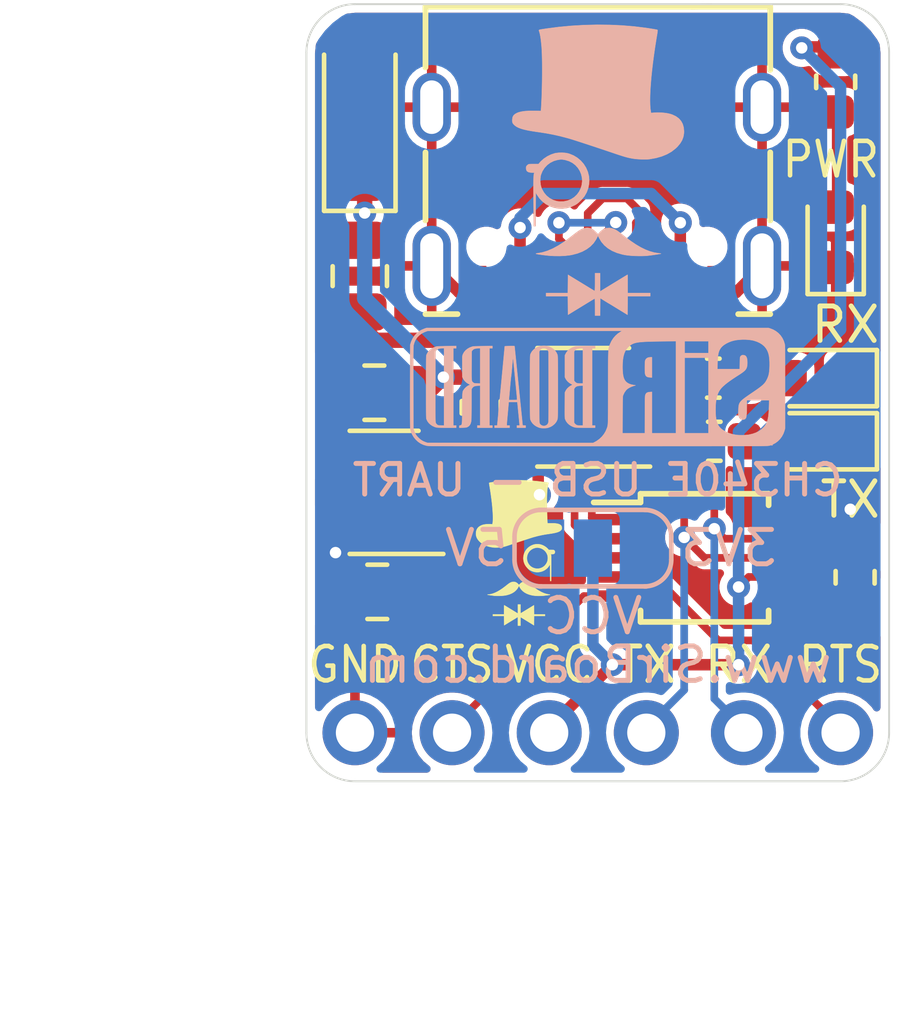
<source format=kicad_pcb>
(kicad_pcb (version 20171130) (host pcbnew "(5.1.2)-2")

  (general
    (thickness 1.6)
    (drawings 23)
    (tracks 143)
    (zones 0)
    (modules 21)
    (nets 21)
  )

  (page User 134.01 119.99)
  (title_block
    (title "CH340E USB to UART Converter")
    (date 2020-01-17)
    (rev 1)
    (company SirBoard)
    (comment 1 www.SirBoard.com)
  )

  (layers
    (0 F.Cu signal)
    (31 B.Cu signal)
    (32 B.Adhes user hide)
    (33 F.Adhes user hide)
    (34 B.Paste user hide)
    (35 F.Paste user hide)
    (36 B.SilkS user)
    (37 F.SilkS user)
    (38 B.Mask user hide)
    (39 F.Mask user hide)
    (40 Dwgs.User user)
    (41 Cmts.User user hide)
    (42 Eco1.User user hide)
    (43 Eco2.User user hide)
    (44 Edge.Cuts user)
    (45 Margin user hide)
    (46 B.CrtYd user hide)
    (47 F.CrtYd user hide)
    (48 B.Fab user hide)
    (49 F.Fab user hide)
  )

  (setup
    (last_trace_width 0.127)
    (user_trace_width 0.15)
    (user_trace_width 0.2)
    (user_trace_width 0.3)
    (user_trace_width 0.4)
    (user_trace_width 0.5)
    (user_trace_width 0.6)
    (trace_clearance 0.127)
    (zone_clearance 0.2)
    (zone_45_only no)
    (trace_min 0.127)
    (via_size 0.6)
    (via_drill 0.3)
    (via_min_size 0.4)
    (via_min_drill 0.3)
    (user_via 0.8 0.4)
    (uvia_size 0.3)
    (uvia_drill 0.1)
    (uvias_allowed no)
    (uvia_min_size 0.2)
    (uvia_min_drill 0.1)
    (edge_width 0.05)
    (segment_width 0.2)
    (pcb_text_width 0.3)
    (pcb_text_size 1.5 1.5)
    (mod_edge_width 0.12)
    (mod_text_size 1 1)
    (mod_text_width 0.15)
    (pad_size 1.7 1.7)
    (pad_drill 1)
    (pad_to_mask_clearance 0)
    (solder_mask_min_width 0.05)
    (aux_axis_origin 0 0)
    (visible_elements 7FFFFFFF)
    (pcbplotparams
      (layerselection 0x010f0_ffffffff)
      (usegerberextensions false)
      (usegerberattributes false)
      (usegerberadvancedattributes false)
      (creategerberjobfile false)
      (excludeedgelayer true)
      (linewidth 0.100000)
      (plotframeref false)
      (viasonmask false)
      (mode 1)
      (useauxorigin true)
      (hpglpennumber 1)
      (hpglpenspeed 20)
      (hpglpendiameter 15.000000)
      (psnegative false)
      (psa4output false)
      (plotreference true)
      (plotvalue false)
      (plotinvisibletext false)
      (padsonsilk false)
      (subtractmaskfromsilk false)
      (outputformat 1)
      (mirror false)
      (drillshape 0)
      (scaleselection 1)
      (outputdirectory "../../Gerbers/CH340G/"))
  )

  (net 0 "")
  (net 1 "Net-(PWR1-Pad2)")
  (net 2 GND)
  (net 3 VBUS)
  (net 4 CTS)
  (net 5 VCC)
  (net 6 TX)
  (net 7 RX)
  (net 8 3V3)
  (net 9 RTS)
  (net 10 "Net-(P1-PadA5)")
  (net 11 "Net-(U2-Pad4)")
  (net 12 "Net-(P1-PadA8)")
  (net 13 "Net-(F1-Pad2)")
  (net 14 "Net-(R2-Pad2)")
  (net 15 "Net-(R3-Pad2)")
  (net 16 D-)
  (net 17 D+)
  (net 18 "Net-(U1-Pad6)")
  (net 19 "Net-(P1-PadB5)")
  (net 20 "Net-(P1-PadB8)")

  (net_class Default "This is the default net class."
    (clearance 0.127)
    (trace_width 0.127)
    (via_dia 0.6)
    (via_drill 0.3)
    (uvia_dia 0.3)
    (uvia_drill 0.1)
    (add_net 3V3)
    (add_net CTS)
    (add_net D+)
    (add_net D-)
    (add_net GND)
    (add_net "Net-(F1-Pad2)")
    (add_net "Net-(P1-PadA5)")
    (add_net "Net-(P1-PadA8)")
    (add_net "Net-(P1-PadB5)")
    (add_net "Net-(P1-PadB8)")
    (add_net "Net-(PWR1-Pad2)")
    (add_net "Net-(R2-Pad2)")
    (add_net "Net-(R3-Pad2)")
    (add_net "Net-(U1-Pad6)")
    (add_net "Net-(U2-Pad4)")
    (add_net RTS)
    (add_net RX)
    (add_net TX)
    (add_net VBUS)
    (add_net VCC)
  )

  (module logo:logo38x53 (layer F.Cu) (tedit 5E221B96) (tstamp 5E229A8B)
    (at 64.9986 43.434)
    (fp_text reference G*** (at 0 0) (layer F.SilkS) hide
      (effects (font (size 0.1 0.1) (thickness 0.01)))
    )
    (fp_text value LOGO (at 0.75 0) (layer F.SilkS) hide
      (effects (font (size 0.1 0.1) (thickness 0.01)))
    )
    (fp_poly (pts (xy 0.176764 -1.897837) (xy 0.343083 -1.888246) (xy 0.507315 -1.873075) (xy 0.667708 -1.852341)
      (xy 0.69342 -1.848428) (xy 0.723335 -1.843817) (xy 0.744562 -1.840361) (xy 0.758412 -1.837431)
      (xy 0.766199 -1.834399) (xy 0.769236 -1.830637) (xy 0.768836 -1.825515) (xy 0.766312 -1.818407)
      (xy 0.764791 -1.814273) (xy 0.756624 -1.785249) (xy 0.749119 -1.746511) (xy 0.742341 -1.698488)
      (xy 0.736357 -1.641608) (xy 0.73381 -1.611604) (xy 0.731071 -1.568192) (xy 0.728948 -1.51604)
      (xy 0.727432 -1.456552) (xy 0.726512 -1.391129) (xy 0.726178 -1.321172) (xy 0.72642 -1.248083)
      (xy 0.727228 -1.173264) (xy 0.728592 -1.098116) (xy 0.730502 -1.024043) (xy 0.732947 -0.952444)
      (xy 0.735918 -0.884722) (xy 0.739404 -0.822279) (xy 0.739522 -0.82042) (xy 0.742427 -0.7747)
      (xy 0.833764 -0.776386) (xy 0.896818 -0.776166) (xy 0.950765 -0.772953) (xy 0.996231 -0.766671)
      (xy 1.03384 -0.757244) (xy 1.053593 -0.74974) (xy 1.081646 -0.734624) (xy 1.100775 -0.717175)
      (xy 1.112203 -0.695561) (xy 1.117156 -0.667951) (xy 1.1176 -0.653947) (xy 1.117056 -0.635233)
      (xy 1.114526 -0.62255) (xy 1.10866 -0.611787) (xy 1.100372 -0.601463) (xy 1.083176 -0.58463)
      (xy 1.061524 -0.569558) (xy 1.034619 -0.555993) (xy 1.001667 -0.543684) (xy 0.96187 -0.532377)
      (xy 0.914433 -0.521819) (xy 0.85856 -0.511758) (xy 0.793454 -0.501942) (xy 0.781775 -0.500329)
      (xy 0.680881 -0.485055) (xy 0.585641 -0.467346) (xy 0.491661 -0.446281) (xy 0.394549 -0.420939)
      (xy 0.37084 -0.414276) (xy 0.353517 -0.409102) (xy 0.327643 -0.401034) (xy 0.294294 -0.390426)
      (xy 0.254544 -0.37763) (xy 0.20947 -0.363) (xy 0.160148 -0.346887) (xy 0.107654 -0.329646)
      (xy 0.053063 -0.311628) (xy -0.002549 -0.293187) (xy -0.058106 -0.274675) (xy -0.112531 -0.256445)
      (xy -0.16475 -0.238851) (xy -0.186689 -0.231422) (xy -0.237815 -0.214173) (xy -0.280741 -0.199938)
      (xy -0.316837 -0.188326) (xy -0.347476 -0.178948) (xy -0.374029 -0.171411) (xy -0.397868 -0.165325)
      (xy -0.420364 -0.1603) (xy -0.442889 -0.155945) (xy -0.46482 -0.152193) (xy -0.496099 -0.148176)
      (xy -0.532792 -0.145185) (xy -0.571915 -0.143311) (xy -0.61048 -0.142643) (xy -0.645503 -0.143271)
      (xy -0.673996 -0.145283) (xy -0.67818 -0.145797) (xy -0.761317 -0.160619) (xy -0.83668 -0.181882)
      (xy -0.904399 -0.209646) (xy -0.964604 -0.243969) (xy -1.017428 -0.284909) (xy -1.043713 -0.310621)
      (xy -1.077977 -0.351877) (xy -1.102786 -0.393284) (xy -1.11876 -0.436302) (xy -1.126518 -0.482391)
      (xy -1.127512 -0.508) (xy -1.123294 -0.558654) (xy -1.110656 -0.603627) (xy -1.089624 -0.642888)
      (xy -1.060223 -0.676404) (xy -1.022479 -0.704145) (xy -0.976418 -0.726077) (xy -0.944844 -0.736423)
      (xy -0.90915 -0.744283) (xy -0.866991 -0.750078) (xy -0.82191 -0.753514) (xy -0.777447 -0.754297)
      (xy -0.74589 -0.752911) (xy -0.69676 -0.749113) (xy -0.693843 -0.763696) (xy -0.687981 -0.803753)
      (xy -0.684448 -0.85307) (xy -0.683196 -0.911031) (xy -0.684176 -0.977019) (xy -0.687337 -1.050417)
      (xy -0.692632 -1.130608) (xy -0.70001 -1.216976) (xy -0.709422 -1.308904) (xy -0.72082 -1.405774)
      (xy -0.734153 -1.50697) (xy -0.749372 -1.611876) (xy -0.766428 -1.719874) (xy -0.773784 -1.763974)
      (xy -0.778397 -1.791883) (xy -0.78124 -1.811366) (xy -0.782395 -1.82399) (xy -0.781945 -1.831317)
      (xy -0.779973 -1.834912) (xy -0.777611 -1.836081) (xy -0.767747 -1.838256) (xy -0.749706 -1.841588)
      (xy -0.725361 -1.845765) (xy -0.696588 -1.850477) (xy -0.665261 -1.85541) (xy -0.633256 -1.860253)
      (xy -0.62484 -1.861491) (xy -0.474356 -1.880058) (xy -0.317202 -1.89296) (xy -0.15513 -1.900211)
      (xy 0.01011 -1.901832) (xy 0.176764 -1.897837)) (layer F.SilkS) (width 0.01))
    (fp_poly (pts (xy 0.508885 -0.228725) (xy 0.545984 -0.224603) (xy 0.56042 -0.22168) (xy 0.610789 -0.205227)
      (xy 0.66004 -0.181019) (xy 0.705491 -0.150661) (xy 0.74446 -0.115757) (xy 0.752941 -0.106434)
      (xy 0.7747 -0.081395) (xy 0.839389 -0.081338) (xy 0.866081 -0.081244) (xy 0.884683 -0.080763)
      (xy 0.897266 -0.079519) (xy 0.905901 -0.07713) (xy 0.912658 -0.073218) (xy 0.919608 -0.067405)
      (xy 0.920669 -0.066457) (xy 0.930968 -0.055843) (xy 0.935852 -0.045298) (xy 0.937234 -0.030193)
      (xy 0.93726 -0.026351) (xy 0.934111 -0.004036) (xy 0.924223 0.012333) (xy 0.906933 0.023217)
      (xy 0.881578 0.029074) (xy 0.855454 0.030451) (xy 0.829528 0.03048) (xy 0.835591 0.05461)
      (xy 0.836896 0.062744) (xy 0.837971 0.076202) (xy 0.838821 0.095551) (xy 0.839453 0.121358)
      (xy 0.839872 0.154192) (xy 0.840085 0.194621) (xy 0.840096 0.243213) (xy 0.839914 0.300536)
      (xy 0.839542 0.367159) (xy 0.83928 0.40513) (xy 0.836906 0.73152) (xy 0.812907 0.73152)
      (xy 0.811583 0.51181) (xy 0.81026 0.2921) (xy 0.794225 0.32004) (xy 0.760891 0.368429)
      (xy 0.721116 0.409719) (xy 0.675958 0.443664) (xy 0.626475 0.470019) (xy 0.573726 0.488539)
      (xy 0.518768 0.498978) (xy 0.462661 0.50109) (xy 0.406463 0.494631) (xy 0.351232 0.479355)
      (xy 0.298027 0.455017) (xy 0.27432 0.440575) (xy 0.260856 0.430343) (xy 0.243207 0.41511)
      (xy 0.224116 0.397306) (xy 0.212979 0.386266) (xy 0.175149 0.34066) (xy 0.145844 0.289854)
      (xy 0.125378 0.234634) (xy 0.114065 0.175782) (xy 0.112245 0.142227) (xy 0.203109 0.142227)
      (xy 0.208199 0.189431) (xy 0.22172 0.235984) (xy 0.244019 0.280849) (xy 0.271906 0.318959)
      (xy 0.307115 0.352268) (xy 0.348495 0.378584) (xy 0.39437 0.397362) (xy 0.443061 0.40806)
      (xy 0.492891 0.410133) (xy 0.53594 0.404483) (xy 0.585828 0.388603) (xy 0.630902 0.364105)
      (xy 0.670386 0.331696) (xy 0.703504 0.292081) (xy 0.729479 0.245965) (xy 0.74022 0.218733)
      (xy 0.747681 0.187539) (xy 0.751489 0.150991) (xy 0.751554 0.113186) (xy 0.747785 0.078219)
      (xy 0.743735 0.060612) (xy 0.724437 0.012352) (xy 0.696855 -0.030988) (xy 0.662048 -0.068432)
      (xy 0.621078 -0.099002) (xy 0.575004 -0.121721) (xy 0.532344 -0.134187) (xy 0.504674 -0.1393)
      (xy 0.482604 -0.141548) (xy 0.461991 -0.140949) (xy 0.438692 -0.137519) (xy 0.42418 -0.134631)
      (xy 0.374338 -0.119485) (xy 0.330146 -0.096709) (xy 0.291952 -0.067336) (xy 0.260103 -0.032403)
      (xy 0.234947 0.007056) (xy 0.21683 0.050003) (xy 0.206102 0.095406) (xy 0.203109 0.142227)
      (xy 0.112245 0.142227) (xy 0.11176 0.133303) (xy 0.116667 0.075132) (xy 0.130895 0.019295)
      (xy 0.153702 -0.033278) (xy 0.184346 -0.081656) (xy 0.222085 -0.12491) (xy 0.266178 -0.162111)
      (xy 0.315881 -0.192327) (xy 0.370455 -0.214629) (xy 0.394747 -0.221436) (xy 0.428948 -0.227135)
      (xy 0.468434 -0.229567) (xy 0.508885 -0.228725)) (layer F.SilkS) (width 0.01))
    (fp_poly (pts (xy 0.166599 0.755905) (xy 0.189592 0.762089) (xy 0.204203 0.767395) (xy 0.219908 0.774886)
      (xy 0.237784 0.78528) (xy 0.258905 0.799297) (xy 0.284348 0.817657) (xy 0.315188 0.841079)
      (xy 0.352502 0.870283) (xy 0.358875 0.875327) (xy 0.437308 0.933874) (xy 0.51291 0.982999)
      (xy 0.585595 1.022657) (xy 0.655276 1.052807) (xy 0.721869 1.073404) (xy 0.771712 1.082824)
      (xy 0.790517 1.085485) (xy 0.802798 1.087817) (xy 0.808033 1.090061) (xy 0.805699 1.092459)
      (xy 0.795273 1.09525) (xy 0.776233 1.098676) (xy 0.748055 1.102977) (xy 0.71882 1.107177)
      (xy 0.644548 1.115637) (xy 0.570021 1.120194) (xy 0.497361 1.120859) (xy 0.428692 1.117643)
      (xy 0.366137 1.110559) (xy 0.335172 1.105032) (xy 0.2644 1.086545) (xy 0.20063 1.061835)
      (xy 0.144212 1.031133) (xy 0.095498 0.994675) (xy 0.054838 0.952693) (xy 0.022584 0.90542)
      (xy 0.015727 0.89251) (xy -0.003004 0.855226) (xy -0.016807 0.883543) (xy -0.047399 0.934913)
      (xy -0.086097 0.980228) (xy -0.132797 1.019419) (xy -0.187398 1.052419) (xy -0.249799 1.079161)
      (xy -0.319895 1.099579) (xy -0.356164 1.107097) (xy -0.39262 1.112355) (xy -0.43635 1.116414)
      (xy -0.484528 1.119169) (xy -0.534327 1.120515) (xy -0.582922 1.120346) (xy -0.627484 1.118558)
      (xy -0.64008 1.117655) (xy -0.658861 1.115808) (xy -0.682586 1.112987) (xy -0.70935 1.109474)
      (xy -0.737246 1.105553) (xy -0.764368 1.101507) (xy -0.78881 1.09762) (xy -0.808665 1.094175)
      (xy -0.822026 1.091455) (xy -0.826902 1.089884) (xy -0.823025 1.088745) (xy -0.811512 1.087035)
      (xy -0.794845 1.085122) (xy -0.794624 1.085099) (xy -0.738782 1.076177) (xy -0.681854 1.06057)
      (xy -0.623202 1.037952) (xy -0.562191 1.007999) (xy -0.498182 0.970386) (xy -0.430539 0.924788)
      (xy -0.358623 0.870879) (xy -0.3302 0.848274) (xy -0.297567 0.822403) (xy -0.270826 0.802399)
      (xy -0.248383 0.787259) (xy -0.228645 0.775982) (xy -0.210018 0.767564) (xy -0.191896 0.761303)
      (xy -0.152127 0.753996) (xy -0.114241 0.756608) (xy -0.078736 0.768993) (xy -0.046107 0.791005)
      (xy -0.027367 0.80962) (xy -0.003974 0.836152) (xy 0.027223 0.804981) (xy 0.050139 0.784254)
      (xy 0.071355 0.770212) (xy 0.08782 0.762825) (xy 0.114875 0.75475) (xy 0.139857 0.752452)
      (xy 0.166599 0.755905)) (layer F.SilkS) (width 0.01))
    (fp_poly (pts (xy 0.03556 1.463463) (xy 0.035726 1.496637) (xy 0.036193 1.526026) (xy 0.036912 1.550242)
      (xy 0.037834 1.567896) (xy 0.038912 1.5776) (xy 0.039602 1.579033) (xy 0.044999 1.575979)
      (xy 0.05768 1.568455) (xy 0.07626 1.557295) (xy 0.099355 1.543329) (xy 0.12558 1.52739)
      (xy 0.129772 1.524836) (xy 0.164547 1.503637) (xy 0.204212 1.479456) (xy 0.244982 1.454601)
      (xy 0.283071 1.431379) (xy 0.30226 1.419681) (xy 0.38862 1.367029) (xy 0.389981 1.486154)
      (xy 0.391343 1.60528) (xy 0.67564 1.60528) (xy 0.67564 1.64592) (xy 0.39134 1.64592)
      (xy 0.38862 1.888666) (xy 0.304332 1.837143) (xy 0.270924 1.81672) (xy 0.232386 1.793158)
      (xy 0.192255 1.768619) (xy 0.154069 1.745268) (xy 0.130755 1.73101) (xy 0.103791 1.714602)
      (xy 0.079807 1.700167) (xy 0.060133 1.688492) (xy 0.046101 1.680366) (xy 0.039041 1.676577)
      (xy 0.038513 1.6764) (xy 0.037655 1.681238) (xy 0.036895 1.694786) (xy 0.036271 1.715594)
      (xy 0.035822 1.742212) (xy 0.035586 1.77319) (xy 0.03556 1.78816) (xy 0.03556 1.89992)
      (xy -0.03029 1.89992) (xy -0.031655 1.785687) (xy -0.03302 1.671455) (xy -0.084414 1.703604)
      (xy -0.105139 1.716487) (xy -0.123125 1.727516) (xy -0.13639 1.735486) (xy -0.142834 1.739135)
      (xy -0.148873 1.742599) (xy -0.162373 1.750668) (xy -0.182143 1.762619) (xy -0.206993 1.777732)
      (xy -0.235731 1.795283) (xy -0.267169 1.81455) (xy -0.26924 1.815822) (xy -0.38862 1.889127)
      (xy -0.389981 1.767523) (xy -0.391341 1.64592) (xy -0.6858 1.64592) (xy -0.6858 1.60528)
      (xy -0.39116 1.60528) (xy -0.39116 1.4859) (xy -0.391077 1.452291) (xy -0.390841 1.422343)
      (xy -0.390479 1.397459) (xy -0.390014 1.379041) (xy -0.38947 1.368493) (xy -0.389096 1.36652)
      (xy -0.384257 1.369031) (xy -0.3724 1.375925) (xy -0.355144 1.386239) (xy -0.334113 1.399009)
      (xy -0.326866 1.403448) (xy -0.300169 1.419806) (xy -0.26825 1.43932) (xy -0.234573 1.459875)
      (xy -0.202602 1.479355) (xy -0.19304 1.485172) (xy -0.164302 1.502671) (xy -0.134548 1.520826)
      (xy -0.10659 1.537921) (xy -0.083236 1.552239) (xy -0.07493 1.557347) (xy -0.03048 1.584728)
      (xy -0.03048 1.3462) (xy 0.03556 1.3462) (xy 0.03556 1.463463)) (layer F.SilkS) (width 0.01))
  )

  (module SirBoardLibrary:SOT-143 (layer F.Cu) (tedit 5E21A4B0) (tstamp 5E2203A2)
    (at 66.675 39.624 90)
    (descr SOT-143)
    (tags SOT-143)
    (path /5E5751C6)
    (attr smd)
    (fp_text reference D1 (at 0.02 0.0254 90) (layer F.SilkS) hide
      (effects (font (size 1 1) (thickness 0.15)))
    )
    (fp_text value PRTR5V0U2X (at -0.28 2.48 90) (layer F.Fab)
      (effects (font (size 1 1) (thickness 0.15)))
    )
    (fp_line (start 1.55 1.2) (end 1.55 -1.2) (layer F.SilkS) (width 0.12))
    (fp_line (start -1.55 -1.2) (end -1.55 1.75) (layer F.SilkS) (width 0.12))
    (fp_line (start -1 1.2) (end -1.5 0.7) (layer F.Fab) (width 0.1))
    (fp_line (start -1.5 0.7) (end -1.5 -1.2) (layer F.Fab) (width 0.1))
    (fp_line (start 1.5 1.2) (end -1 1.2) (layer F.Fab) (width 0.1))
    (fp_line (start 1.5 -1.2) (end 1.5 1.2) (layer F.Fab) (width 0.1))
    (fp_line (start -1.5 -1.2) (end 1.5 -1.2) (layer F.Fab) (width 0.1))
    (fp_line (start -1.75 -2.05) (end 1.75 -2.05) (layer F.CrtYd) (width 0.05))
    (fp_line (start -1.75 -2.05) (end -1.75 2.05) (layer F.CrtYd) (width 0.05))
    (fp_line (start 1.75 2.05) (end 1.75 -2.05) (layer F.CrtYd) (width 0.05))
    (fp_line (start 1.75 2.05) (end -1.75 2.05) (layer F.CrtYd) (width 0.05))
    (pad 4 smd rect (at -0.9754 -1.1762 90) (size 0.8 1) (layers F.Cu F.Paste F.Mask)
      (net 3 VBUS))
    (pad 3 smd rect (at 0.9246 -1.1762 90) (size 0.8 1) (layers F.Cu F.Paste F.Mask)
      (net 16 D-))
    (pad 2 smd rect (at 0.9246 1.1238 90) (size 0.8 1) (layers F.Cu F.Paste F.Mask)
      (net 17 D+))
    (pad 1 smd rect (at -0.7954 1.1238 90) (size 1.2 1) (layers F.Cu F.Paste F.Mask)
      (net 2 GND))
    (model ${KISYS3DMOD}/Package_TO_SOT_SMD.3dshapes/SOT-143.wrl
      (at (xyz 0 0 0))
      (scale (xyz 1 1 1))
      (rotate (xyz 0 0 -90))
    )
  )

  (module Package_SO:MSOP-10_3x3mm_P0.5mm (layer F.Cu) (tedit 5A02F25C) (tstamp 5E223A5D)
    (at 69.85 43.561)
    (descr "10-Lead Plastic Micro Small Outline Package (MS) [MSOP] (see Microchip Packaging Specification 00000049BS.pdf)")
    (tags "SSOP 0.5")
    (path /5E22FB76)
    (attr smd)
    (fp_text reference U1 (at 0 0) (layer F.SilkS) hide
      (effects (font (size 1 1) (thickness 0.15)))
    )
    (fp_text value CH340E (at 0 2.6) (layer F.Fab)
      (effects (font (size 1 1) (thickness 0.15)))
    )
    (fp_text user %R (at 0 0) (layer F.Fab)
      (effects (font (size 0.6 0.6) (thickness 0.15)))
    )
    (fp_line (start -1.675 -1.45) (end -2.9 -1.45) (layer F.SilkS) (width 0.15))
    (fp_line (start -1.675 1.675) (end 1.675 1.675) (layer F.SilkS) (width 0.15))
    (fp_line (start -1.675 -1.675) (end 1.675 -1.675) (layer F.SilkS) (width 0.15))
    (fp_line (start -1.675 1.675) (end -1.675 1.375) (layer F.SilkS) (width 0.15))
    (fp_line (start 1.675 1.675) (end 1.675 1.375) (layer F.SilkS) (width 0.15))
    (fp_line (start 1.675 -1.675) (end 1.675 -1.375) (layer F.SilkS) (width 0.15))
    (fp_line (start -1.675 -1.675) (end -1.675 -1.45) (layer F.SilkS) (width 0.15))
    (fp_line (start -3.15 1.85) (end 3.15 1.85) (layer F.CrtYd) (width 0.05))
    (fp_line (start -3.15 -1.85) (end 3.15 -1.85) (layer F.CrtYd) (width 0.05))
    (fp_line (start 3.15 -1.85) (end 3.15 1.85) (layer F.CrtYd) (width 0.05))
    (fp_line (start -3.15 -1.85) (end -3.15 1.85) (layer F.CrtYd) (width 0.05))
    (fp_line (start -1.5 -0.5) (end -0.5 -1.5) (layer F.Fab) (width 0.15))
    (fp_line (start -1.5 1.5) (end -1.5 -0.5) (layer F.Fab) (width 0.15))
    (fp_line (start 1.5 1.5) (end -1.5 1.5) (layer F.Fab) (width 0.15))
    (fp_line (start 1.5 -1.5) (end 1.5 1.5) (layer F.Fab) (width 0.15))
    (fp_line (start -0.5 -1.5) (end 1.5 -1.5) (layer F.Fab) (width 0.15))
    (pad 10 smd rect (at 2.2 -1) (size 1.4 0.3) (layers F.Cu F.Paste F.Mask)
      (net 8 3V3))
    (pad 9 smd rect (at 2.2 -0.5) (size 1.4 0.3) (layers F.Cu F.Paste F.Mask)
      (net 7 RX))
    (pad 8 smd rect (at 2.2 0) (size 1.4 0.3) (layers F.Cu F.Paste F.Mask)
      (net 6 TX))
    (pad 7 smd rect (at 2.2 0.5) (size 1.4 0.3) (layers F.Cu F.Paste F.Mask)
      (net 5 VCC))
    (pad 6 smd rect (at 2.2 1) (size 1.4 0.3) (layers F.Cu F.Paste F.Mask)
      (net 18 "Net-(U1-Pad6)"))
    (pad 5 smd rect (at -2.2 1) (size 1.4 0.3) (layers F.Cu F.Paste F.Mask)
      (net 4 CTS))
    (pad 4 smd rect (at -2.2 0.5) (size 1.4 0.3) (layers F.Cu F.Paste F.Mask)
      (net 9 RTS))
    (pad 3 smd rect (at -2.2 0) (size 1.4 0.3) (layers F.Cu F.Paste F.Mask)
      (net 2 GND))
    (pad 2 smd rect (at -2.2 -0.5) (size 1.4 0.3) (layers F.Cu F.Paste F.Mask)
      (net 16 D-))
    (pad 1 smd rect (at -2.2 -1) (size 1.4 0.3) (layers F.Cu F.Paste F.Mask)
      (net 17 D+))
    (model ${KISYS3DMOD}/Package_SO.3dshapes/MSOP-10_3x3mm_P0.5mm.wrl
      (at (xyz 0 0 0))
      (scale (xyz 1 1 1))
      (rotate (xyz 0 0 0))
    )
  )

  (module Capacitor_SMD:C_0805_2012Metric (layer F.Cu) (tedit 5B36C52B) (tstamp 5E1F9605)
    (at 61.214 39.243 180)
    (descr "Capacitor SMD 0805 (2012 Metric), square (rectangular) end terminal, IPC_7351 nominal, (Body size source: https://docs.google.com/spreadsheets/d/1BsfQQcO9C6DZCsRaXUlFlo91Tg2WpOkGARC1WS5S8t0/edit?usp=sharing), generated with kicad-footprint-generator")
    (tags capacitor)
    (path /5E4982E1)
    (attr smd)
    (fp_text reference C6 (at 0 0) (layer F.SilkS) hide
      (effects (font (size 1 1) (thickness 0.15)))
    )
    (fp_text value 10uF (at 0 1.65) (layer F.Fab)
      (effects (font (size 1 1) (thickness 0.15)))
    )
    (fp_line (start -1 0.6) (end -1 -0.6) (layer F.Fab) (width 0.1))
    (fp_line (start -1 -0.6) (end 1 -0.6) (layer F.Fab) (width 0.1))
    (fp_line (start 1 -0.6) (end 1 0.6) (layer F.Fab) (width 0.1))
    (fp_line (start 1 0.6) (end -1 0.6) (layer F.Fab) (width 0.1))
    (fp_line (start -0.258578 -0.71) (end 0.258578 -0.71) (layer F.SilkS) (width 0.12))
    (fp_line (start -0.258578 0.71) (end 0.258578 0.71) (layer F.SilkS) (width 0.12))
    (fp_line (start -1.68 0.95) (end -1.68 -0.95) (layer F.CrtYd) (width 0.05))
    (fp_line (start -1.68 -0.95) (end 1.68 -0.95) (layer F.CrtYd) (width 0.05))
    (fp_line (start 1.68 -0.95) (end 1.68 0.95) (layer F.CrtYd) (width 0.05))
    (fp_line (start 1.68 0.95) (end -1.68 0.95) (layer F.CrtYd) (width 0.05))
    (fp_text user %R (at 0 0) (layer F.Fab)
      (effects (font (size 0.5 0.5) (thickness 0.08)))
    )
    (pad 1 smd roundrect (at -0.9375 0 180) (size 0.975 1.4) (layers F.Cu F.Paste F.Mask) (roundrect_rratio 0.25)
      (net 3 VBUS))
    (pad 2 smd roundrect (at 0.9375 0 180) (size 0.975 1.4) (layers F.Cu F.Paste F.Mask) (roundrect_rratio 0.25)
      (net 2 GND))
    (model ${KISYS3DMOD}/Capacitor_SMD.3dshapes/C_0805_2012Metric.wrl
      (at (xyz 0 0 0))
      (scale (xyz 1 1 1))
      (rotate (xyz 0 0 0))
    )
  )

  (module SirBoardLibrary:USB_C (layer F.Cu) (tedit 5E21A1EC) (tstamp 5E21F07E)
    (at 70.2467 37.2134 180)
    (descr "U.FL-R-SMT(01)")
    (tags Connector)
    (path /5E46A613)
    (attr smd)
    (fp_text reference P1 (at 3.2415 5.4126) (layer F.SilkS) hide
      (effects (font (size 1.27 1.27) (thickness 0.254)))
    )
    (fp_text value USB_C_Plug_USB2.0 (at 3.3135 9.7881) (layer F.Fab) hide
      (effects (font (size 1.27 1.27) (thickness 0.254)))
    )
    (fp_line (start 7.6962 2.4765) (end 7.6962 4.2545) (layer F.SilkS) (width 0.15))
    (fp_line (start -1.3208 4.2545) (end -1.3208 2.4765) (layer F.SilkS) (width 0.15))
    (fp_line (start 0.2286 8.0772) (end 0.7366 8.0645) (layer F.SilkS) (width 0.15))
    (fp_line (start -1.3208 8.0645) (end -1.3208 6.4135) (layer F.SilkS) (width 0.15))
    (fp_line (start 7.6962 8.0645) (end -1.3208 8.0645) (layer F.SilkS) (width 0.15))
    (fp_line (start 7.6962 6.477) (end 7.6962 8.0645) (layer F.SilkS) (width 0.15))
    (fp_line (start -1.3208 0.0254) (end -0.4826 0.0254) (layer F.SilkS) (width 0.15))
    (fp_line (start 6.858 0.0254) (end 7.6962 0.0254) (layer F.SilkS) (width 0.15))
    (fp_line (start -1.7018 -0.2286) (end 8.2042 -0.254) (layer F.CrtYd) (width 0.12))
    (fp_line (start 8.2042 -0.254) (end 8.2042 8.1788) (layer F.CrtYd) (width 0.12))
    (fp_line (start 8.2042 8.1788) (end -1.7018 8.1534) (layer F.CrtYd) (width 0.12))
    (fp_line (start -1.7018 8.1534) (end -1.7018 -0.2286) (layer F.CrtYd) (width 0.12))
    (pad A4 smd rect (at 0.6585 0.5866 180) (size 0.31 1.4) (layers F.Cu F.Paste F.Mask)
      (net 13 "Net-(F1-Pad2)"))
    (pad A9 smd rect (at 5.7685 0.5866 180) (size 0.31 1.4) (layers F.Cu F.Paste F.Mask)
      (net 13 "Net-(F1-Pad2)"))
    (pad B8 smd rect (at 1.4635 0.5866 180) (size 0.32 1.4) (layers F.Cu F.Paste F.Mask)
      (net 20 "Net-(P1-PadB8)"))
    (pad A5 smd rect (at 1.9635 0.5866 180) (size 0.32 1.4) (layers F.Cu F.Paste F.Mask)
      (net 10 "Net-(P1-PadA5)"))
    (pad B7 smd rect (at 2.4635 0.5866 180) (size 0.32 1.4) (layers F.Cu F.Paste F.Mask)
      (net 16 D-))
    (pad A6 smd rect (at 2.9635 0.5866 180) (size 0.32 1.4) (layers F.Cu F.Paste F.Mask)
      (net 17 D+))
    (pad A7 smd rect (at 3.4635 0.5866 180) (size 0.32 1.4) (layers F.Cu F.Paste F.Mask)
      (net 16 D-))
    (pad B6 smd rect (at 3.9635 0.5866 180) (size 0.32 1.4) (layers F.Cu F.Paste F.Mask)
      (net 17 D+))
    (pad A8 smd rect (at 4.4635 0.5866 180) (size 0.32 1.4) (layers F.Cu F.Paste F.Mask)
      (net 12 "Net-(P1-PadA8)"))
    (pad B5 smd rect (at 4.9635 0.5866 180) (size 0.32 1.4) (layers F.Cu F.Paste F.Mask)
      (net 19 "Net-(P1-PadB5)"))
    (pad S1 thru_hole oval (at -1.1065 1.2866 180) (size 1 2.1) (drill oval 0.6 1.7) (layers *.Cu *.Mask)
      (net 2 GND))
    (pad S1 thru_hole oval (at 7.5335 1.2866 180) (size 1 2.1) (drill oval 0.6 1.7) (layers *.Cu *.Mask)
      (net 2 GND))
    (pad S1 thru_hole oval (at 7.5335 5.4366 180) (size 1 1.8) (drill oval 0.6 1.4) (layers *.Cu *.Mask)
      (net 2 GND))
    (pad S1 thru_hole oval (at -1.1065 5.4366 180) (size 1 1.8) (drill oval 0.6 1.4) (layers *.Cu *.Mask)
      (net 2 GND))
    (pad "" np_thru_hole circle (at 6.1035 1.7866 180) (size 0.65 0.65) (drill oval 0.65) (layers *.Cu *.Mask))
    (pad "" np_thru_hole circle (at 0.3235 1.7866 180) (size 0.65 0.65) (drill oval 0.65) (layers *.Cu *.Mask))
    (pad A12 smd rect (at 6.5685 0.5866 180) (size 0.31 1.4) (layers F.Cu F.Paste F.Mask)
      (net 2 GND))
    (pad A1 smd rect (at -0.1415 0.5866 180) (size 0.31 1.4) (layers F.Cu F.Paste F.Mask)
      (net 2 GND))
    (pad B12 smd rect (at 0.1685 0.5842 180) (size 0.31 1.4) (layers F.Cu F.Paste F.Mask)
      (net 2 GND))
    (pad B9 smd rect (at 0.9685 0.5842 180) (size 0.31 1.4) (layers F.Cu F.Paste F.Mask)
      (net 13 "Net-(F1-Pad2)"))
    (pad B1 smd rect (at 6.2585 0.5866 180) (size 0.31 1.4) (layers F.Cu F.Paste F.Mask)
      (net 2 GND))
    (pad B4 smd rect (at 5.4558 0.5866 180) (size 0.31 1.4) (layers F.Cu F.Paste F.Mask)
      (net 13 "Net-(F1-Pad2)"))
  )

  (module Capacitor_SMD:C_0603_1608Metric (layer F.Cu) (tedit 5B301BBE) (tstamp 5E221751)
    (at 73.787 44.069 90)
    (descr "Capacitor SMD 0603 (1608 Metric), square (rectangular) end terminal, IPC_7351 nominal, (Body size source: http://www.tortai-tech.com/upload/download/2011102023233369053.pdf), generated with kicad-footprint-generator")
    (tags capacitor)
    (path /5E264C8E)
    (attr smd)
    (fp_text reference C1 (at 0 0 270) (layer F.SilkS) hide
      (effects (font (size 1 1) (thickness 0.15)))
    )
    (fp_text value 100nF (at 0 1.43 90) (layer F.Fab)
      (effects (font (size 1 1) (thickness 0.15)))
    )
    (fp_text user %R (at 0 0 90) (layer F.Fab)
      (effects (font (size 0.4 0.4) (thickness 0.06)))
    )
    (fp_line (start 1.48 0.73) (end -1.48 0.73) (layer F.CrtYd) (width 0.05))
    (fp_line (start 1.48 -0.73) (end 1.48 0.73) (layer F.CrtYd) (width 0.05))
    (fp_line (start -1.48 -0.73) (end 1.48 -0.73) (layer F.CrtYd) (width 0.05))
    (fp_line (start -1.48 0.73) (end -1.48 -0.73) (layer F.CrtYd) (width 0.05))
    (fp_line (start -0.162779 0.51) (end 0.162779 0.51) (layer F.SilkS) (width 0.12))
    (fp_line (start -0.162779 -0.51) (end 0.162779 -0.51) (layer F.SilkS) (width 0.12))
    (fp_line (start 0.8 0.4) (end -0.8 0.4) (layer F.Fab) (width 0.1))
    (fp_line (start 0.8 -0.4) (end 0.8 0.4) (layer F.Fab) (width 0.1))
    (fp_line (start -0.8 -0.4) (end 0.8 -0.4) (layer F.Fab) (width 0.1))
    (fp_line (start -0.8 0.4) (end -0.8 -0.4) (layer F.Fab) (width 0.1))
    (pad 2 smd roundrect (at 0.7875 0 90) (size 0.875 0.95) (layers F.Cu F.Paste F.Mask) (roundrect_rratio 0.25)
      (net 8 3V3))
    (pad 1 smd roundrect (at -0.7875 0 90) (size 0.875 0.95) (layers F.Cu F.Paste F.Mask) (roundrect_rratio 0.25)
      (net 2 GND))
    (model ${KISYS3DMOD}/Capacitor_SMD.3dshapes/C_0603_1608Metric.wrl
      (at (xyz 0 0 0))
      (scale (xyz 1 1 1))
      (rotate (xyz 0 0 0))
    )
  )

  (module logo:SirBoard98x31 (layer B.Cu) (tedit 0) (tstamp 5D267E3D)
    (at 67.056 39.0906 180)
    (fp_text reference G*** (at 0 0 180) (layer B.SilkS) hide
      (effects (font (size 1.524 1.524) (thickness 0.3)) (justify mirror))
    )
    (fp_text value LOGO (at 0.75 0 180) (layer B.SilkS) hide
      (effects (font (size 1.524 1.524) (thickness 0.3)) (justify mirror))
    )
    (fp_poly (pts (xy -1.334868 0.770261) (xy -1.296392 0.756996) (xy -1.266987 0.734987) (xy -1.246785 0.704317)
      (xy -1.241064 0.688829) (xy -1.238088 0.672122) (xy -1.23565 0.645116) (xy -1.233769 0.610202)
      (xy -1.232464 0.56977) (xy -1.231755 0.52621) (xy -1.231659 0.481913) (xy -1.232196 0.43927)
      (xy -1.233385 0.400671) (xy -1.235245 0.368506) (xy -1.237795 0.345166) (xy -1.238311 0.34218)
      (xy -1.24858 0.307816) (xy -1.265582 0.282169) (xy -1.290549 0.264343) (xy -1.32471 0.253445)
      (xy -1.366838 0.248689) (xy -1.41605 0.246306) (xy -1.41605 0.7747) (xy -1.382278 0.7747)
      (xy -1.334868 0.770261)) (layer B.SilkS) (width 0.01))
    (fp_poly (pts (xy 3.948112 1.065045) (xy 4.013772 1.064113) (xy 4.068018 1.063129) (xy 4.112139 1.062033)
      (xy 4.147419 1.060764) (xy 4.175147 1.059258) (xy 4.196608 1.057456) (xy 4.21309 1.055294)
      (xy 4.225879 1.052713) (xy 4.230221 1.051557) (xy 4.294012 1.027902) (xy 4.351034 0.995831)
      (xy 4.400081 0.956391) (xy 4.439947 0.910632) (xy 4.469424 0.859603) (xy 4.478882 0.835482)
      (xy 4.480434 0.830097) (xy 4.481828 0.823175) (xy 4.483071 0.814047) (xy 4.484173 0.802044)
      (xy 4.485142 0.786497) (xy 4.485986 0.766739) (xy 4.486714 0.742099) (xy 4.487333 0.71191)
      (xy 4.487854 0.675503) (xy 4.488283 0.632208) (xy 4.488629 0.581357) (xy 4.488902 0.522282)
      (xy 4.489108 0.454314) (xy 4.489257 0.376783) (xy 4.489357 0.289022) (xy 4.489417 0.190361)
      (xy 4.489445 0.080132) (xy 4.48945 -0.003312) (xy 4.489445 -0.121255) (xy 4.489424 -0.227178)
      (xy 4.489376 -0.32176) (xy 4.489293 -0.40568) (xy 4.489163 -0.479619) (xy 4.488978 -0.544254)
      (xy 4.488726 -0.600266) (xy 4.488399 -0.648335) (xy 4.487986 -0.689139) (xy 4.487477 -0.723359)
      (xy 4.486863 -0.751673) (xy 4.486133 -0.774761) (xy 4.485278 -0.793303) (xy 4.484287 -0.807977)
      (xy 4.483151 -0.819465) (xy 4.481859 -0.828444) (xy 4.480403 -0.835595) (xy 4.478771 -0.841596)
      (xy 4.477128 -0.846623) (xy 4.453388 -0.896872) (xy 4.418842 -0.943299) (xy 4.375154 -0.984485)
      (xy 4.323992 -1.01901) (xy 4.267018 -1.045453) (xy 4.230548 -1.056899) (xy 4.218373 -1.059529)
      (xy 4.20328 -1.061668) (xy 4.183954 -1.063364) (xy 4.159082 -1.064661) (xy 4.127351 -1.065606)
      (xy 4.087447 -1.066244) (xy 4.038057 -1.066621) (xy 3.977866 -1.066784) (xy 3.947195 -1.0668)
      (xy 3.70205 -1.0668) (xy 3.70205 -1.010685) (xy 4.01955 -1.010685) (xy 4.098358 -1.00858)
      (xy 4.131373 -1.007576) (xy 4.154427 -1.006264) (xy 4.170256 -1.004075) (xy 4.181596 -1.000439)
      (xy 4.191183 -0.994789) (xy 4.200877 -0.987265) (xy 4.218338 -0.970356) (xy 4.233152 -0.951452)
      (xy 4.236427 -0.94599) (xy 4.238045 -0.942629) (xy 4.239507 -0.938464) (xy 4.24082 -0.932875)
      (xy 4.241989 -0.925242) (xy 4.243021 -0.914942) (xy 4.243924 -0.901356) (xy 4.244703 -0.883863)
      (xy 4.245366 -0.861841) (xy 4.245919 -0.834671) (xy 4.246369 -0.801731) (xy 4.246722 -0.762401)
      (xy 4.246986 -0.716059) (xy 4.247166 -0.662085) (xy 4.24727 -0.599859) (xy 4.247303 -0.528758)
      (xy 4.247274 -0.448164) (xy 4.247188 -0.357454) (xy 4.247053 -0.256008) (xy 4.246874 -0.143205)
      (xy 4.246659 -0.018425) (xy 4.24662 0.003175) (xy 4.244975 0.930275) (xy 4.227002 0.953768)
      (xy 4.206224 0.975479) (xy 4.180782 0.991026) (xy 4.148465 1.001262) (xy 4.10706 1.007039)
      (xy 4.085143 1.008398) (xy 4.01955 1.011315) (xy 4.01955 -1.010685) (xy 3.70205 -1.010685)
      (xy 3.70205 -1.00965) (xy 3.77825 -1.00965) (xy 3.77825 1.00965) (xy 3.70205 1.00965)
      (xy 3.70205 1.068223) (xy 3.948112 1.065045)) (layer B.SilkS) (width 0.01))
    (fp_poly (pts (xy 3.001962 1.065045) (xy 3.067622 1.064113) (xy 3.121868 1.063129) (xy 3.165989 1.062033)
      (xy 3.201269 1.060764) (xy 3.228997 1.059258) (xy 3.250458 1.057456) (xy 3.26694 1.055294)
      (xy 3.279729 1.052713) (xy 3.284071 1.051557) (xy 3.347955 1.027878) (xy 3.404993 0.995801)
      (xy 3.454004 0.95636) (xy 3.493808 0.910584) (xy 3.523224 0.859504) (xy 3.533106 0.834017)
      (xy 3.53576 0.824889) (xy 3.537924 0.814282) (xy 3.539635 0.800942) (xy 3.54093 0.783616)
      (xy 3.541844 0.761051) (xy 3.542416 0.731995) (xy 3.542681 0.695194) (xy 3.542677 0.649394)
      (xy 3.54244 0.593343) (xy 3.54203 0.529217) (xy 3.540125 0.257175) (xy 3.519529 0.21508)
      (xy 3.494525 0.175335) (xy 3.460396 0.137183) (xy 3.420595 0.103968) (xy 3.379572 0.079507)
      (xy 3.359885 0.069573) (xy 3.34574 0.061319) (xy 3.340106 0.056485) (xy 3.3401 0.056402)
      (xy 3.345417 0.05153) (xy 3.358292 0.045705) (xy 3.359075 0.045428) (xy 3.389753 0.030739)
      (xy 3.423362 0.008155) (xy 3.456231 -0.01937) (xy 3.484688 -0.04888) (xy 3.498368 -0.066675)
      (xy 3.506523 -0.078479) (xy 3.51354 -0.088941) (xy 3.519511 -0.099066) (xy 3.524531 -0.109863)
      (xy 3.52869 -0.122339) (xy 3.532081 -0.137501) (xy 3.534798 -0.156356) (xy 3.536932 -0.179912)
      (xy 3.538577 -0.209176) (xy 3.539824 -0.245156) (xy 3.540767 -0.288858) (xy 3.541497 -0.34129)
      (xy 3.542108 -0.40346) (xy 3.542692 -0.476375) (xy 3.5433 -0.555625) (xy 3.543961 -0.639343)
      (xy 3.544585 -0.711303) (xy 3.545236 -0.772447) (xy 3.545981 -0.823716) (xy 3.546886 -0.866051)
      (xy 3.548017 -0.900395) (xy 3.549439 -0.927688) (xy 3.551219 -0.948873) (xy 3.553421 -0.964891)
      (xy 3.556113 -0.976683) (xy 3.55936 -0.985191) (xy 3.563228 -0.991357) (xy 3.567782 -0.996122)
      (xy 3.573089 -1.000427) (xy 3.574499 -1.00151) (xy 3.588393 -1.007484) (xy 3.602037 -1.009448)
      (xy 3.612711 -1.010537) (xy 3.617819 -1.015761) (xy 3.619398 -1.028544) (xy 3.6195 -1.03882)
      (xy 3.6195 -1.06799) (xy 3.529012 -1.065381) (xy 3.490774 -1.063991) (xy 3.46258 -1.062128)
      (xy 3.441773 -1.059432) (xy 3.425698 -1.055546) (xy 3.411699 -1.050109) (xy 3.40995 -1.049297)
      (xy 3.37361 -1.026402) (xy 3.345502 -0.995481) (xy 3.325138 -0.955714) (xy 3.312033 -0.906284)
      (xy 3.308043 -0.877611) (xy 3.306983 -0.861183) (xy 3.305981 -0.833373) (xy 3.305055 -0.795503)
      (xy 3.304224 -0.74889) (xy 3.303505 -0.694855) (xy 3.302917 -0.634716) (xy 3.302476 -0.569794)
      (xy 3.302202 -0.501406) (xy 3.302112 -0.44098) (xy 3.302 -0.059636) (xy 3.28367 -0.030733)
      (xy 3.265424 -0.007558) (xy 3.243052 0.009276) (xy 3.214395 0.020681) (xy 3.177293 0.027572)
      (xy 3.138993 0.030498) (xy 3.0734 0.033415) (xy 3.0734 -1.00965) (xy 3.1496 -1.00965)
      (xy 3.1496 -1.0668) (xy 2.7559 -1.0668) (xy 2.7559 -1.00965) (xy 2.8321 -1.00965)
      (xy 2.8321 0.087865) (xy 3.0734 0.087865) (xy 3.152208 0.08997) (xy 3.185223 0.090974)
      (xy 3.208277 0.092286) (xy 3.224106 0.094475) (xy 3.235446 0.098111) (xy 3.245033 0.103761)
      (xy 3.254727 0.111285) (xy 3.26434 0.118914) (xy 3.272566 0.125713) (xy 3.279507 0.132677)
      (xy 3.285268 0.140807) (xy 3.289951 0.151099) (xy 3.293661 0.164553) (xy 3.296502 0.182167)
      (xy 3.298576 0.204938) (xy 3.299988 0.233865) (xy 3.30084 0.269947) (xy 3.301237 0.314181)
      (xy 3.301283 0.367566) (xy 3.30108 0.4311) (xy 3.300733 0.505781) (xy 3.300516 0.55245)
      (xy 3.298825 0.930275) (xy 3.280852 0.953768) (xy 3.260074 0.975479) (xy 3.234632 0.991026)
      (xy 3.202315 1.001262) (xy 3.16091 1.007039) (xy 3.138993 1.008398) (xy 3.0734 1.011315)
      (xy 3.0734 0.087865) (xy 2.8321 0.087865) (xy 2.8321 1.00965) (xy 2.7559 1.00965)
      (xy 2.7559 1.068223) (xy 3.001962 1.065045)) (layer B.SilkS) (width 0.01))
    (fp_poly (pts (xy 2.255698 1.067431) (xy 2.289396 1.06708) (xy 2.324118 1.066449) (xy 2.357546 1.06558)
      (xy 2.387366 1.064514) (xy 2.411261 1.063293) (xy 2.426916 1.061959) (xy 2.43205 1.060658)
      (xy 2.43264 1.053346) (xy 2.43436 1.03421) (xy 2.437132 1.004069) (xy 2.440877 0.963743)
      (xy 2.445519 0.91405) (xy 2.450979 0.855809) (xy 2.457179 0.789839) (xy 2.464043 0.716959)
      (xy 2.471492 0.637987) (xy 2.479448 0.553744) (xy 2.487834 0.465047) (xy 2.496572 0.372716)
      (xy 2.505584 0.27757) (xy 2.514793 0.180427) (xy 2.52412 0.082107) (xy 2.533489 -0.016573)
      (xy 2.54282 -0.114791) (xy 2.552037 -0.211731) (xy 2.561062 -0.306573) (xy 2.569817 -0.398497)
      (xy 2.578225 -0.486686) (xy 2.586207 -0.570319) (xy 2.593685 -0.648579) (xy 2.600583 -0.720646)
      (xy 2.606822 -0.785702) (xy 2.612325 -0.842927) (xy 2.617014 -0.891502) (xy 2.62081 -0.930609)
      (xy 2.623638 -0.959429) (xy 2.625417 -0.977142) (xy 2.62602 -0.982662) (xy 2.629678 -1.00965)
      (xy 2.69875 -1.00965) (xy 2.69875 -1.0668) (xy 2.30505 -1.0668) (xy 2.30505 -1.00965)
      (xy 2.34315 -1.00965) (xy 2.36424 -1.009386) (xy 2.375623 -1.007628) (xy 2.380293 -1.002924)
      (xy 2.381243 -0.993823) (xy 2.38125 -0.991179) (xy 2.380682 -0.981099) (xy 2.379058 -0.959768)
      (xy 2.376499 -0.928579) (xy 2.373123 -0.888926) (xy 2.369051 -0.842203) (xy 2.364402 -0.789804)
      (xy 2.359295 -0.733124) (xy 2.35585 -0.695325) (xy 2.350527 -0.636926) (xy 2.345582 -0.582161)
      (xy 2.341136 -0.532383) (xy 2.337305 -0.488946) (xy 2.334209 -0.453202) (xy 2.331967 -0.426507)
      (xy 2.330697 -0.410213) (xy 2.33045 -0.40582) (xy 2.329787 -0.401507) (xy 2.326652 -0.398358)
      (xy 2.319325 -0.396192) (xy 2.306087 -0.394825) (xy 2.285219 -0.394076) (xy 2.255002 -0.393761)
      (xy 2.21615 -0.3937) (xy 2.179637 -0.393906) (xy 2.14795 -0.394481) (xy 2.123092 -0.395355)
      (xy 2.107068 -0.396458) (xy 2.10185 -0.39763) (xy 2.101242 -0.404564) (xy 2.099504 -0.422861)
      (xy 2.09676 -0.451245) (xy 2.093133 -0.488443) (xy 2.088749 -0.533178) (xy 2.083732 -0.584177)
      (xy 2.078208 -0.640163) (xy 2.073275 -0.690021) (xy 2.067394 -0.749715) (xy 2.061922 -0.805914)
      (xy 2.056984 -0.857274) (xy 2.052706 -0.902452) (xy 2.049215 -0.940104) (xy 2.046636 -0.968886)
      (xy 2.045098 -0.987455) (xy 2.0447 -0.994065) (xy 2.045646 -1.002994) (xy 2.050553 -1.007644)
      (xy 2.062526 -1.009399) (xy 2.079625 -1.00965) (xy 2.11455 -1.00965) (xy 2.11455 -1.0668)
      (xy 1.88595 -1.0668) (xy 1.88595 -1.010256) (xy 1.925404 -1.008365) (xy 1.964859 -1.006475)
      (xy 2.033954 -0.331787) (xy 2.108021 -0.331787) (xy 2.109047 -0.335839) (xy 2.113139 -0.338772)
      (xy 2.122044 -0.340765) (xy 2.137509 -0.341994) (xy 2.16128 -0.342639) (xy 2.195104 -0.342877)
      (xy 2.217024 -0.3429) (xy 2.325848 -0.3429) (xy 2.322163 -0.309562) (xy 2.320832 -0.296181)
      (xy 2.318545 -0.271654) (xy 2.315435 -0.23749) (xy 2.311638 -0.195195) (xy 2.30729 -0.146278)
      (xy 2.302524 -0.092246) (xy 2.297476 -0.034607) (xy 2.294738 -0.003175) (xy 2.289649 0.054376)
      (xy 2.284747 0.107946) (xy 2.280163 0.156223) (xy 2.276031 0.197899) (xy 2.272481 0.231665)
      (xy 2.269647 0.256209) (xy 2.267659 0.270223) (xy 2.266908 0.27305) (xy 2.265479 0.279869)
      (xy 2.263141 0.297972) (xy 2.260032 0.325985) (xy 2.256291 0.362535) (xy 2.252059 0.40625)
      (xy 2.247473 0.455756) (xy 2.242674 0.50968) (xy 2.241304 0.525463) (xy 2.236488 0.58023)
      (xy 2.231868 0.630834) (xy 2.22758 0.675926) (xy 2.22376 0.714155) (xy 2.220544 0.744171)
      (xy 2.218067 0.764626) (xy 2.216467 0.774167) (xy 2.216185 0.7747) (xy 2.215181 0.768563)
      (xy 2.213086 0.750885) (xy 2.210009 0.72277) (xy 2.206056 0.685322) (xy 2.201336 0.639643)
      (xy 2.195957 0.586837) (xy 2.190026 0.528007) (xy 2.183652 0.464256) (xy 2.176942 0.396688)
      (xy 2.170004 0.326405) (xy 2.162945 0.254512) (xy 2.155875 0.18211) (xy 2.1489 0.110304)
      (xy 2.142128 0.040197) (xy 2.135668 -0.027109) (xy 2.129627 -0.09051) (xy 2.124113 -0.148902)
      (xy 2.119233 -0.201183) (xy 2.115097 -0.246249) (xy 2.11181 -0.282997) (xy 2.109482 -0.310324)
      (xy 2.10822 -0.327127) (xy 2.108021 -0.331787) (xy 2.033954 -0.331787) (xy 2.070859 0.028575)
      (xy 2.08247 0.14192) (xy 2.093731 0.251813) (xy 2.104577 0.357593) (xy 2.114937 0.458597)
      (xy 2.124746 0.554164) (xy 2.133933 0.643632) (xy 2.142431 0.726338) (xy 2.150173 0.801621)
      (xy 2.157089 0.868818) (xy 2.163113 0.927268) (xy 2.168175 0.976308) (xy 2.172209 1.015276)
      (xy 2.175145 1.04351) (xy 2.176915 1.060349) (xy 2.177455 1.065213) (xy 2.183901 1.066394)
      (xy 2.200634 1.06713) (xy 2.225339 1.067462) (xy 2.255698 1.067431)) (layer B.SilkS) (width 0.01))
    (fp_poly (pts (xy 0.315912 1.065045) (xy 0.379618 1.064193) (xy 0.432035 1.063338) (xy 0.474574 1.062405)
      (xy 0.508644 1.061319) (xy 0.535658 1.060003) (xy 0.557025 1.05838) (xy 0.574156 1.056377)
      (xy 0.588461 1.053916) (xy 0.601353 1.050921) (xy 0.607066 1.049379) (xy 0.670208 1.026095)
      (xy 0.726962 0.993722) (xy 0.775879 0.953382) (xy 0.815509 0.906199) (xy 0.835519 0.872552)
      (xy 0.860425 0.823475) (xy 0.860425 0.257175) (xy 0.839829 0.21508) (xy 0.814825 0.175335)
      (xy 0.780696 0.137183) (xy 0.740895 0.103968) (xy 0.699872 0.079507) (xy 0.680212 0.069713)
      (xy 0.66609 0.061804) (xy 0.66046 0.05744) (xy 0.660453 0.057368) (xy 0.665672 0.052995)
      (xy 0.679421 0.044537) (xy 0.698917 0.033686) (xy 0.702556 0.03175) (xy 0.750388 0.000861)
      (xy 0.792258 -0.037266) (xy 0.825553 -0.080017) (xy 0.839801 -0.105679) (xy 0.860425 -0.149225)
      (xy 0.862231 -0.478713) (xy 0.862603 -0.552976) (xy 0.862818 -0.615649) (xy 0.86285 -0.667843)
      (xy 0.862672 -0.710667) (xy 0.862258 -0.745231) (xy 0.861579 -0.772644) (xy 0.860611 -0.794018)
      (xy 0.859326 -0.810461) (xy 0.857697 -0.823083) (xy 0.855698 -0.832995) (xy 0.853512 -0.840663)
      (xy 0.830277 -0.892362) (xy 0.796171 -0.939891) (xy 0.752694 -0.981952) (xy 0.701346 -1.017247)
      (xy 0.643628 -1.044476) (xy 0.603341 -1.057251) (xy 0.591264 -1.059791) (xy 0.575716 -1.061861)
      (xy 0.555431 -1.063505) (xy 0.529144 -1.064763) (xy 0.495588 -1.065678) (xy 0.453498 -1.066293)
      (xy 0.401607 -1.066651) (xy 0.33865 -1.066793) (xy 0.31817 -1.0668) (xy 0.06985 -1.0668)
      (xy 0.06985 -1.00965) (xy 0.14605 -1.00965) (xy 0.38735 -1.00965) (xy 0.45837 -1.00965)
      (xy 0.492238 -1.009231) (xy 0.516639 -1.007692) (xy 0.534783 -1.004605) (xy 0.549884 -0.999542)
      (xy 0.556285 -0.99663) (xy 0.577654 -0.982846) (xy 0.597244 -0.964822) (xy 0.601152 -0.960117)
      (xy 0.619125 -0.936625) (xy 0.619125 -0.053047) (xy 0.602081 -0.027293) (xy 0.583806 -0.00538)
      (xy 0.560905 0.01059) (xy 0.531327 0.02143) (xy 0.493022 0.027951) (xy 0.455966 0.030555)
      (xy 0.38735 0.033382) (xy 0.38735 -1.00965) (xy 0.14605 -1.00965) (xy 0.14605 0.0889)
      (xy 0.38735 0.0889) (xy 0.45837 0.0889) (xy 0.492238 0.089319) (xy 0.516639 0.090858)
      (xy 0.534783 0.093945) (xy 0.549884 0.099008) (xy 0.556285 0.10192) (xy 0.577654 0.115704)
      (xy 0.597244 0.133728) (xy 0.601152 0.138433) (xy 0.619125 0.161925) (xy 0.619125 0.924853)
      (xy 0.602081 0.950607) (xy 0.583806 0.97252) (xy 0.560905 0.98849) (xy 0.531327 0.99933)
      (xy 0.493022 1.005851) (xy 0.455966 1.008455) (xy 0.38735 1.011282) (xy 0.38735 0.0889)
      (xy 0.14605 0.0889) (xy 0.14605 1.00965) (xy 0.06985 1.00965) (xy 0.06985 1.068134)
      (xy 0.315912 1.065045)) (layer B.SilkS) (width 0.01))
    (fp_poly (pts (xy 1.447906 1.072203) (xy 1.495528 1.066412) (xy 1.51895 1.060986) (xy 1.579263 1.038398)
      (xy 1.634065 1.007305) (xy 1.681802 0.969054) (xy 1.720915 0.924992) (xy 1.749851 0.876466)
      (xy 1.759328 0.852974) (xy 1.761114 0.84747) (xy 1.762719 0.841435) (xy 1.764152 0.834196)
      (xy 1.765423 0.82508) (xy 1.766542 0.813412) (xy 1.767518 0.79852) (xy 1.768362 0.779728)
      (xy 1.769082 0.756365) (xy 1.769689 0.727756) (xy 1.770192 0.693227) (xy 1.770601 0.652104)
      (xy 1.770925 0.603715) (xy 1.771175 0.547385) (xy 1.77136 0.482441) (xy 1.77149 0.408209)
      (xy 1.771574 0.324016) (xy 1.771622 0.229187) (xy 1.771644 0.123049) (xy 1.771649 0.004929)
      (xy 1.77165 -0.003175) (xy 1.771645 -0.122096) (xy 1.771624 -0.228992) (xy 1.771578 -0.324535)
      (xy 1.771497 -0.409399) (xy 1.77137 -0.484258) (xy 1.771189 -0.549785) (xy 1.770944 -0.606653)
      (xy 1.770624 -0.655538) (xy 1.770221 -0.697112) (xy 1.769724 -0.732049) (xy 1.769125 -0.761022)
      (xy 1.768412 -0.784706) (xy 1.767577 -0.803774) (xy 1.76661 -0.818899) (xy 1.7655 -0.830756)
      (xy 1.764239 -0.840017) (xy 1.762817 -0.847357) (xy 1.761224 -0.85345) (xy 1.75945 -0.858968)
      (xy 1.759328 -0.859323) (xy 1.735588 -0.909572) (xy 1.701042 -0.955999) (xy 1.657354 -0.997185)
      (xy 1.606192 -1.03171) (xy 1.549218 -1.058153) (xy 1.512748 -1.069599) (xy 1.478453 -1.075652)
      (xy 1.436821 -1.078735) (xy 1.392283 -1.078899) (xy 1.349271 -1.076192) (xy 1.312216 -1.070662)
      (xy 1.298575 -1.067239) (xy 1.236844 -1.044185) (xy 1.183808 -1.013859) (xy 1.13678 -0.974635)
      (xy 1.123747 -0.961216) (xy 1.095717 -0.928091) (xy 1.075431 -0.896108) (xy 1.059672 -0.859994)
      (xy 1.056469 -0.8509) (xy 1.054736 -0.845403) (xy 1.053179 -0.839177) (xy 1.05179 -0.831546)
      (xy 1.050559 -0.821835) (xy 1.049476 -0.809368) (xy 1.048532 -0.793468) (xy 1.047717 -0.77346)
      (xy 1.047022 -0.748669) (xy 1.046437 -0.718417) (xy 1.045953 -0.682031) (xy 1.045561 -0.638833)
      (xy 1.045251 -0.588148) (xy 1.045013 -0.5293) (xy 1.044838 -0.461614) (xy 1.044716 -0.384413)
      (xy 1.044638 -0.297022) (xy 1.04462 -0.25572) (xy 1.283856 -0.25572) (xy 1.283865 -0.375005)
      (xy 1.283986 -0.48294) (xy 1.284219 -0.579375) (xy 1.284563 -0.664159) (xy 1.285018 -0.737142)
      (xy 1.285582 -0.798174) (xy 1.286256 -0.847104) (xy 1.287037 -0.883782) (xy 1.287925 -0.908058)
      (xy 1.288899 -0.919668) (xy 1.295575 -0.943725) (xy 1.305372 -0.966046) (xy 1.310937 -0.974847)
      (xy 1.337478 -0.999815) (xy 1.370201 -1.015511) (xy 1.406176 -1.021504) (xy 1.442468 -1.017364)
      (xy 1.476147 -1.002662) (xy 1.480513 -0.999717) (xy 1.498926 -0.98381) (xy 1.514393 -0.965659)
      (xy 1.51858 -0.958949) (xy 1.520188 -0.955553) (xy 1.521642 -0.951296) (xy 1.522951 -0.945557)
      (xy 1.524122 -0.937717) (xy 1.525162 -0.927157) (xy 1.52608 -0.913257) (xy 1.526884 -0.895396)
      (xy 1.527579 -0.872957) (xy 1.528176 -0.845318) (xy 1.52868 -0.81186) (xy 1.5291 -0.771965)
      (xy 1.529443 -0.725011) (xy 1.529717 -0.670381) (xy 1.52993 -0.607453) (xy 1.53009 -0.535609)
      (xy 1.530203 -0.454228) (xy 1.530278 -0.362692) (xy 1.530322 -0.26038) (xy 1.530344 -0.146673)
      (xy 1.530349 -0.020952) (xy 1.53035 -0.006866) (xy 1.53035 0.923091) (xy 1.51688 0.950915)
      (xy 1.49646 0.981102) (xy 1.469036 1.001085) (xy 1.433921 1.011261) (xy 1.4097 1.012825)
      (xy 1.370336 1.008412) (xy 1.339042 0.994654) (xy 1.314514 0.970777) (xy 1.300931 0.948157)
      (xy 1.285875 0.917575) (xy 1.28418 0.0163) (xy 1.283961 -0.125235) (xy 1.283856 -0.25572)
      (xy 1.04462 -0.25572) (xy 1.044595 -0.198765) (xy 1.044577 -0.088966) (xy 1.044575 -0.003175)
      (xy 1.04458 0.115231) (xy 1.044603 0.221612) (xy 1.044653 0.316646) (xy 1.044739 0.401008)
      (xy 1.044872 0.475374) (xy 1.045061 0.54042) (xy 1.045315 0.596822) (xy 1.045644 0.645257)
      (xy 1.046058 0.686401) (xy 1.046566 0.720929) (xy 1.047179 0.749517) (xy 1.047904 0.772843)
      (xy 1.048753 0.79158) (xy 1.049735 0.806407) (xy 1.050859 0.817998) (xy 1.052135 0.827031)
      (xy 1.053572 0.83418) (xy 1.055181 0.840122) (xy 1.056629 0.84455) (xy 1.082053 0.899185)
      (xy 1.118184 0.948541) (xy 1.16372 0.991467) (xy 1.217358 1.026814) (xy 1.277796 1.053434)
      (xy 1.301795 1.06089) (xy 1.346018 1.06944) (xy 1.396395 1.073212) (xy 1.447906 1.072203)) (layer B.SilkS) (width 0.01))
    (fp_poly (pts (xy 4.530725 1.522535) (xy 4.608848 1.489407) (xy 4.679637 1.446151) (xy 4.742476 1.393417)
      (xy 4.79675 1.331856) (xy 4.841842 1.262117) (xy 4.877138 1.184849) (xy 4.891464 1.141743)
      (xy 4.905033 1.095375) (xy 4.906966 0.0254) (xy 4.907214 -0.131001) (xy 4.907368 -0.274883)
      (xy 4.907429 -0.406428) (xy 4.907395 -0.525817) (xy 4.907266 -0.633229) (xy 4.907041 -0.728848)
      (xy 4.906719 -0.812852) (xy 4.906298 -0.885425) (xy 4.90578 -0.946746) (xy 4.905162 -0.996996)
      (xy 4.904443 -1.036357) (xy 4.903624 -1.06501) (xy 4.902703 -1.083136) (xy 4.902103 -1.089025)
      (xy 4.883697 -1.167889) (xy 4.853409 -1.242872) (xy 4.811716 -1.313018) (xy 4.759095 -1.37737)
      (xy 4.757433 -1.379117) (xy 4.69677 -1.434836) (xy 4.631964 -1.478908) (xy 4.561699 -1.51207)
      (xy 4.484656 -1.535055) (xy 4.473986 -1.537353) (xy 4.470046 -1.538117) (xy 4.465609 -1.538847)
      (xy 4.460392 -1.539545) (xy 4.454113 -1.54021) (xy 4.446492 -1.540845) (xy 4.437247 -1.541448)
      (xy 4.426095 -1.542022) (xy 4.412756 -1.542566) (xy 4.396948 -1.543082) (xy 4.37839 -1.54357)
      (xy 4.3568 -1.544031) (xy 4.331895 -1.544466) (xy 4.303396 -1.544875) (xy 4.27102 -1.545259)
      (xy 4.234486 -1.545619) (xy 4.193512 -1.545956) (xy 4.147816 -1.546269) (xy 4.097118 -1.546561)
      (xy 4.041135 -1.546831) (xy 3.979586 -1.547081) (xy 3.912189 -1.547311) (xy 3.838664 -1.547521)
      (xy 3.758727 -1.547714) (xy 3.672099 -1.547888) (xy 3.578496 -1.548046) (xy 3.477639 -1.548187)
      (xy 3.369244 -1.548312) (xy 3.253031 -1.548423) (xy 3.128718 -1.548519) (xy 2.996024 -1.548603)
      (xy 2.854666 -1.548673) (xy 2.704364 -1.548731) (xy 2.544835 -1.548778) (xy 2.375799 -1.548815)
      (xy 2.196974 -1.548842) (xy 2.008077 -1.548859) (xy 1.808829 -1.548868) (xy 1.598946 -1.54887)
      (xy 1.378148 -1.548864) (xy 1.146153 -1.548852) (xy 0.902679 -1.548835) (xy 0.647445 -1.548813)
      (xy 0.38017 -1.548787) (xy 0.100571 -1.548757) (xy 0.003175 -1.548746) (xy -0.285254 -1.548712)
      (xy -0.561248 -1.548673) (xy -0.825074 -1.548628) (xy -1.076999 -1.548578) (xy -1.317287 -1.548522)
      (xy -1.546205 -1.54846) (xy -1.764018 -1.548389) (xy -1.970994 -1.548311) (xy -2.167397 -1.548225)
      (xy -2.353495 -1.548129) (xy -2.529551 -1.548024) (xy -2.695834 -1.547908) (xy -2.852608 -1.547782)
      (xy -3.00014 -1.547645) (xy -3.138696 -1.547496) (xy -3.268541 -1.547334) (xy -3.389941 -1.547159)
      (xy -3.503164 -1.546971) (xy -3.608473 -1.546769) (xy -3.706137 -1.546552) (xy -3.796419 -1.54632)
      (xy -3.879587 -1.546073) (xy -3.955907 -1.545809) (xy -4.025644 -1.545528) (xy -4.089064 -1.545229)
      (xy -4.146434 -1.544913) (xy -4.198019 -1.544578) (xy -4.244085 -1.544224) (xy -4.284898 -1.54385)
      (xy -4.320725 -1.543456) (xy -4.351831 -1.543041) (xy -4.378481 -1.542604) (xy -4.400944 -1.542146)
      (xy -4.419483 -1.541665) (xy -4.434365 -1.541162) (xy -4.445856 -1.540634) (xy -4.454223 -1.540083)
      (xy -4.45973 -1.539506) (xy -4.460875 -1.539327) (xy -4.48681 -1.534305) (xy -4.509422 -1.529107)
      (xy -4.524518 -1.524715) (xy -4.526262 -1.524021) (xy -4.539883 -1.518929) (xy -4.546254 -1.518177)
      (xy -4.543314 -1.521854) (xy -4.541011 -1.523395) (xy -4.538719 -1.527149) (xy -4.548479 -1.528094)
      (xy -4.551686 -1.527969) (xy -4.567061 -1.525765) (xy -4.576132 -1.521985) (xy -4.575831 -1.519572)
      (xy -4.570862 -1.520922) (xy -4.560283 -1.521434) (xy -4.556941 -1.518969) (xy -4.55997 -1.513249)
      (xy -4.571795 -1.505423) (xy -4.580111 -1.501422) (xy -4.648451 -1.464939) (xy -4.710897 -1.417968)
      (xy -4.766405 -1.361759) (xy -4.813934 -1.297559) (xy -4.852441 -1.226619) (xy -4.880882 -1.150186)
      (xy -4.884664 -1.13665) (xy -4.899025 -1.082675) (xy -4.899025 -0.003175) (xy -4.89902 0.134546)
      (xy -4.898998 0.260153) (xy -4.898955 0.37423) (xy -4.898885 0.477364) (xy -4.898795 0.558991)
      (xy -4.494436 0.558991) (xy -4.493843 0.532421) (xy -4.490991 0.463053) (xy -4.486167 0.403864)
      (xy -4.478874 0.352414) (xy -4.468613 0.306269) (xy -4.454885 0.26299) (xy -4.437193 0.220141)
      (xy -4.424597 0.193885) (xy -4.40952 0.165159) (xy -4.393945 0.13889) (xy -4.376887 0.114188)
      (xy -4.35736 0.09016) (xy -4.334378 0.065914) (xy -4.306955 0.040558) (xy -4.274106 0.013202)
      (xy -4.234844 -0.017048) (xy -4.188183 -0.051083) (xy -4.133139 -0.089795) (xy -4.068724 -0.134075)
      (xy -4.041775 -0.152418) (xy -3.971783 -0.200077) (xy -3.911578 -0.241619) (xy -3.860409 -0.278011)
      (xy -3.817523 -0.310221) (xy -3.782166 -0.339216) (xy -3.753587 -0.365962) (xy -3.731031 -0.391427)
      (xy -3.713747 -0.416578) (xy -3.700981 -0.442381) (xy -3.691982 -0.469804) (xy -3.685995 -0.499814)
      (xy -3.682268 -0.533378) (xy -3.680049 -0.571463) (xy -3.678585 -0.615036) (xy -3.678468 -0.619125)
      (xy -3.677403 -0.660763) (xy -3.677019 -0.692097) (xy -3.677474 -0.715509) (xy -3.67893 -0.733384)
      (xy -3.681547 -0.748106) (xy -3.685484 -0.762059) (xy -3.688698 -0.771481) (xy -3.700506 -0.797793)
      (xy -3.715351 -0.821341) (xy -3.72337 -0.830733) (xy -3.738064 -0.843503) (xy -3.753028 -0.850599)
      (xy -3.773635 -0.854245) (xy -3.782046 -0.855026) (xy -3.818838 -0.853726) (xy -3.84758 -0.842848)
      (xy -3.868891 -0.8221) (xy -3.875754 -0.810408) (xy -3.882431 -0.789562) (xy -3.887962 -0.756103)
      (xy -3.892346 -0.710066) (xy -3.89558 -0.651488) (xy -3.897662 -0.580404) (xy -3.898588 -0.496849)
      (xy -3.898626 -0.484187) (xy -3.8989 -0.34925) (xy -4.4831 -0.34925) (xy -4.48296 -0.404812)
      (xy -4.482361 -0.448554) (xy -4.480868 -0.498122) (xy -4.478633 -0.550947) (xy -4.475807 -0.604465)
      (xy -4.472542 -0.656106) (xy -4.468989 -0.703305) (xy -4.465301 -0.743494) (xy -4.461628 -0.774107)
      (xy -4.460851 -0.779213) (xy -4.447357 -0.84902) (xy -4.430502 -0.908537) (xy -4.409306 -0.959949)
      (xy -4.382788 -1.005443) (xy -4.349965 -1.047202) (xy -4.331915 -1.066328) (xy -4.272602 -1.118873)
      (xy -4.20719 -1.16281) (xy -4.13446 -1.198731) (xy -4.05319 -1.227231) (xy -3.962161 -1.248902)
      (xy -3.952875 -1.250643) (xy -3.912484 -1.25621) (xy -3.863082 -1.260157) (xy -3.80826 -1.262442)
      (xy -3.751611 -1.263024) (xy -3.696726 -1.261859) (xy -3.647194 -1.258907) (xy -3.609975 -1.254658)
      (xy -3.515833 -1.235966) (xy -3.430585 -1.209822) (xy -3.35234 -1.175487) (xy -3.279209 -1.132219)
      (xy -3.255608 -1.115659) (xy -3.214893 -1.082201) (xy -3.180334 -1.045194) (xy -3.151565 -1.003549)
      (xy -3.128217 -0.956175) (xy -3.109925 -0.901982) (xy -3.096322 -0.839879) (xy -3.08704 -0.768777)
      (xy -3.081713 -0.687586) (xy -3.079974 -0.595216) (xy -3.079974 -0.593725) (xy -3.082382 -0.488797)
      (xy -3.089816 -0.394729) (xy -3.102531 -0.310609) (xy -3.12078 -0.235528) (xy -3.144817 -0.168575)
      (xy -3.174896 -0.108841) (xy -3.21127 -0.055414) (xy -3.239263 -0.022723) (xy -3.279799 0.017712)
      (xy -3.328178 0.06046) (xy -3.385078 0.106033) (xy -3.451179 0.15494) (xy -3.527159 0.207691)
      (xy -3.613695 0.264796) (xy -3.666361 0.29845) (xy -3.722709 0.334698) (xy -3.768986 0.366047)
      (xy -3.806311 0.393602) (xy -3.835803 0.418472) (xy -3.858581 0.441764) (xy -3.875764 0.464582)
      (xy -3.888471 0.488036) (xy -3.897822 0.513231) (xy -3.902961 0.532464) (xy -3.90836 0.565315)
      (xy -3.911267 0.604712) (xy -3.911754 0.646895) (xy -3.909889 0.688107) (xy -3.905743 0.724586)
      (xy -3.899385 0.752575) (xy -3.898847 0.754153) (xy -3.883982 0.787682) (xy -3.865877 0.810343)
      (xy -3.842561 0.8239) (xy -3.814387 0.829898) (xy -3.791784 0.831313) (xy -3.776113 0.829082)
      (xy -3.761866 0.822126) (xy -3.756463 0.818559) (xy -3.745247 0.810399) (xy -3.736463 0.802028)
      (xy -3.729786 0.791834) (xy -3.724891 0.778201) (xy -3.721454 0.759517) (xy -3.71915 0.734168)
      (xy -3.717655 0.700539) (xy -3.716643 0.657017) (xy -3.716016 0.617538) (xy -3.713758 0.463551)
      (xy -3.42132 0.463551) (xy -3.128881 0.46355) (xy -3.132322 0.617538) (xy -3.134922 0.696157)
      (xy -3.139069 0.762) (xy -2.8956 0.762) (xy -2.8956 -1.21285) (xy -2.2733 -1.21285)
      (xy -2.0447 -1.21285) (xy -1.41605 -1.21285) (xy -1.41605 -0.131535) (xy -1.365509 -0.134999)
      (xy -1.324309 -0.140096) (xy -1.293427 -0.149689) (xy -1.27094 -0.164892) (xy -1.254925 -0.18682)
      (xy -1.247775 -0.203244) (xy -1.24542 -0.210109) (xy -1.243369 -0.217479) (xy -1.241598 -0.226255)
      (xy -1.240082 -0.237333) (xy -1.238796 -0.251613) (xy -1.237715 -0.269993) (xy -1.236813 -0.293372)
      (xy -1.236066 -0.322649) (xy -1.235449 -0.358722) (xy -1.234936 -0.402489) (xy -1.234504 -0.45485)
      (xy -1.234125 -0.516703) (xy -1.233777 -0.588946) (xy -1.233433 -0.672479) (xy -1.233229 -0.725487)
      (xy -1.231382 -1.21285) (xy -0.64704 -1.21285) (xy -0.648958 -0.731837) (xy -0.649319 -0.642306)
      (xy -0.649659 -0.564566) (xy -0.650004 -0.497708) (xy -0.650385 -0.440825) (xy -0.650828 -0.393008)
      (xy -0.651363 -0.353347) (xy -0.652017 -0.320935) (xy -0.652818 -0.294863) (xy -0.653796 -0.274223)
      (xy -0.654977 -0.258105) (xy -0.656392 -0.245601) (xy -0.658066 -0.235803) (xy -0.66003 -0.227801)
      (xy -0.662311 -0.220689) (xy -0.664938 -0.213556) (xy -0.665089 -0.213155) (xy -0.695206 -0.149578)
      (xy -0.734472 -0.093169) (xy -0.752684 -0.072864) (xy -0.784736 -0.045912) (xy -0.827083 -0.019924)
      (xy -0.877321 0.00383) (xy -0.933051 0.024079) (xy -0.9398 0.026155) (xy -0.987425 0.040526)
      (xy -0.938709 0.048163) (xy -0.87542 0.061209) (xy -0.822466 0.079162) (xy -0.778208 0.102702)
      (xy -0.745682 0.128088) (xy -0.720053 0.156055) (xy -0.698766 0.189262) (xy -0.681561 0.228777)
      (xy -0.668183 0.275665) (xy -0.658373 0.330993) (xy -0.651876 0.395827) (xy -0.648433 0.471235)
      (xy -0.6477 0.534515) (xy -0.650319 0.634286) (xy -0.658359 0.723272) (xy -0.672101 0.802302)
      (xy -0.691824 0.872205) (xy -0.717807 0.933807) (xy -0.75033 0.987937) (xy -0.78967 1.035422)
      (xy -0.828675 1.071176) (xy -0.851342 1.088771) (xy -0.87416 1.104473) (xy -0.897965 1.118398)
      (xy -0.92359 1.130665) (xy -0.95187 1.141391) (xy -0.983641 1.150694) (xy -1.019736 1.158691)
      (xy -1.060989 1.1655) (xy -1.108236 1.17124) (xy -1.162311 1.176027) (xy -1.224048 1.179979)
      (xy -1.294282 1.183214) (xy -1.373847 1.185849) (xy -1.463578 1.188003) (xy -1.564309 1.189793)
      (xy -1.676875 1.191336) (xy -1.681163 1.191388) (xy -2.0447 1.195824) (xy -2.0447 -1.21285)
      (xy -2.2733 -1.21285) (xy -2.2733 0.762) (xy -2.8956 0.762) (xy -3.139069 0.762)
      (xy -3.139173 0.763647) (xy -3.145428 0.821511) (xy -3.154043 0.871255) (xy -3.165371 0.914382)
      (xy -3.179766 0.952396) (xy -3.197582 0.986803) (xy -3.219174 1.019106) (xy -3.230206 1.033344)
      (xy -3.264546 1.068618) (xy -3.309327 1.103189) (xy -3.362302 1.135808) (xy -3.421224 1.165228)
      (xy -3.483846 1.190198) (xy -3.495776 1.1938) (xy -2.8956 1.1938) (xy -2.8956 0.88265)
      (xy -2.2733 0.88265) (xy -2.2733 1.1938) (xy -2.8956 1.1938) (xy -3.495776 1.1938)
      (xy -3.546475 1.209106) (xy -3.619511 1.223816) (xy -3.699869 1.233491) (xy -3.784255 1.238123)
      (xy -3.869371 1.237705) (xy -3.951923 1.232229) (xy -4.028614 1.221687) (xy -4.080519 1.210394)
      (xy -4.162139 1.184218) (xy -4.235774 1.150555) (xy -4.300536 1.109965) (xy -4.355537 1.063008)
      (xy -4.399891 1.010245) (xy -4.401729 1.007587) (xy -4.429261 0.961946) (xy -4.451607 0.912339)
      (xy -4.469021 0.857456) (xy -4.481758 0.795989) (xy -4.49007 0.726629) (xy -4.494211 0.648066)
      (xy -4.494436 0.558991) (xy -4.898795 0.558991) (xy -4.898782 0.570139) (xy -4.89864 0.653143)
      (xy -4.898453 0.726959) (xy -4.898216 0.792173) (xy -4.897922 0.849371) (xy -4.897566 0.899139)
      (xy -4.897142 0.942062) (xy -4.896644 0.978724) (xy -4.896066 1.009713) (xy -4.895402 1.035613)
      (xy -4.894647 1.05701) (xy -4.893795 1.074489) (xy -4.89284 1.088636) (xy -4.891776 1.100036)
      (xy -4.890597 1.109274) (xy -4.889297 1.116937) (xy -4.887871 1.12361) (xy -4.887791 1.12395)
      (xy -4.862701 1.203547) (xy -4.826793 1.277143) (xy -4.780853 1.343895) (xy -4.725669 1.402957)
      (xy -4.66203 1.453484) (xy -4.639012 1.466767) (xy -0.644525 1.466767) (xy -0.603395 1.443845)
      (xy -0.530711 1.396164) (xy -0.465318 1.338578) (xy -0.408088 1.272139) (xy -0.359891 1.197899)
      (xy -0.321597 1.116909) (xy -0.31243 1.0922) (xy -0.30721 1.077344) (xy -0.302473 1.063684)
      (xy -0.298195 1.050571) (xy -0.294352 1.037353) (xy -0.290922 1.023378) (xy -0.287881 1.007995)
      (xy -0.285205 0.990551) (xy -0.282871 0.970396) (xy -0.280856 0.946879) (xy -0.279136 0.919346)
      (xy -0.277688 0.887148) (xy -0.276489 0.849632) (xy -0.275515 0.806146) (xy -0.274743 0.75604)
      (xy -0.274149 0.698662) (xy -0.273711 0.63336) (xy -0.273404 0.559483) (xy -0.273205 0.476378)
      (xy -0.273092 0.383396) (xy -0.27304 0.279883) (xy -0.273026 0.165189) (xy -0.273027 0.038661)
      (xy -0.273026 -0.005881) (xy -0.273021 -0.136238) (xy -0.273002 -0.25454) (xy -0.272948 -0.361433)
      (xy -0.272841 -0.457561) (xy -0.272662 -0.543569) (xy -0.272392 -0.620104) (xy -0.272013 -0.687809)
      (xy -0.271505 -0.747331) (xy -0.27085 -0.799314) (xy -0.270029 -0.844404) (xy -0.269022 -0.883245)
      (xy -0.267811 -0.916483) (xy -0.266377 -0.944764) (xy -0.264701 -0.968731) (xy -0.262764 -0.989031)
      (xy -0.260547 -1.006308) (xy -0.258031 -1.021208) (xy -0.255198 -1.034376) (xy -0.252029 -1.046457)
      (xy -0.248504 -1.058097) (xy -0.244605 -1.069939) (xy -0.241587 -1.078858) (xy -0.207563 -1.15984)
      (xy -0.16265 -1.235062) (xy -0.107747 -1.303492) (xy -0.043754 -1.364096) (xy 0.02843 -1.415844)
      (xy 0.074402 -1.441754) (xy 0.123686 -1.466958) (xy 2.289105 -1.465316) (xy 4.454525 -1.463675)
      (xy 4.505325 -1.446374) (xy 4.565164 -1.421891) (xy 4.618163 -1.390788) (xy 4.668142 -1.350656)
      (xy 4.689473 -1.330206) (xy 4.727142 -1.28942) (xy 4.756348 -1.24996) (xy 4.779925 -1.207351)
      (xy 4.800709 -1.157116) (xy 4.802919 -1.151008) (xy 4.822825 -1.095375) (xy 4.8246 -0.0254)
      (xy 4.82482 0.112864) (xy 4.824997 0.239005) (xy 4.825126 0.353603) (xy 4.825203 0.457236)
      (xy 4.825225 0.550481) (xy 4.825188 0.633916) (xy 4.825086 0.708121) (xy 4.824916 0.773672)
      (xy 4.824673 0.831149) (xy 4.824354 0.881129) (xy 4.823955 0.92419) (xy 4.82347 0.960911)
      (xy 4.822897 0.991869) (xy 4.82223 1.017643) (xy 4.821466 1.038811) (xy 4.820601 1.055952)
      (xy 4.81963 1.069642) (xy 4.818549 1.08046) (xy 4.817354 1.088985) (xy 4.816537 1.093454)
      (xy 4.795511 1.167041) (xy 4.76359 1.234575) (xy 4.721381 1.29539) (xy 4.669489 1.348824)
      (xy 4.608521 1.39421) (xy 4.539081 1.430885) (xy 4.492625 1.448761) (xy 4.448175 1.463675)
      (xy -0.644525 1.466767) (xy -4.639012 1.466767) (xy -4.590723 1.494632) (xy -4.513682 1.525194)
      (xy -4.467225 1.539875) (xy 4.479925 1.539875) (xy 4.530725 1.522535)) (layer B.SilkS) (width 0.01))
  )

  (module logo:logo76x107 (layer B.Cu) (tedit 0) (tstamp 5D267DF9)
    (at 67.056 33.4264 180)
    (fp_text reference G*** (at 0 0) (layer B.SilkS) hide
      (effects (font (size 1.524 1.524) (thickness 0.3)) (justify mirror))
    )
    (fp_text value LOGO (at 0.75 0) (layer B.SilkS) hide
      (effects (font (size 1.524 1.524) (thickness 0.3)) (justify mirror))
    )
    (fp_poly (pts (xy 0.353529 3.795674) (xy 0.686167 3.776491) (xy 1.01463 3.746149) (xy 1.335416 3.704682)
      (xy 1.38684 3.696855) (xy 1.446671 3.687633) (xy 1.489124 3.680721) (xy 1.516824 3.674862)
      (xy 1.532399 3.668798) (xy 1.538473 3.661273) (xy 1.537673 3.65103) (xy 1.532624 3.636813)
      (xy 1.529582 3.628546) (xy 1.513248 3.570497) (xy 1.498238 3.493021) (xy 1.484683 3.396975)
      (xy 1.472714 3.283216) (xy 1.467621 3.223207) (xy 1.462143 3.136383) (xy 1.457897 3.03208)
      (xy 1.454864 2.913104) (xy 1.453024 2.782257) (xy 1.452356 2.642343) (xy 1.452841 2.496165)
      (xy 1.454457 2.346527) (xy 1.457185 2.196232) (xy 1.461005 2.048085) (xy 1.465895 1.904887)
      (xy 1.471837 1.769444) (xy 1.478809 1.644558) (xy 1.479045 1.64084) (xy 1.484854 1.5494)
      (xy 1.667528 1.552771) (xy 1.793636 1.552331) (xy 1.90153 1.545905) (xy 1.992462 1.533341)
      (xy 2.067681 1.514487) (xy 2.107187 1.499479) (xy 2.163292 1.469247) (xy 2.20155 1.43435)
      (xy 2.224407 1.391122) (xy 2.234313 1.335902) (xy 2.2352 1.307894) (xy 2.234112 1.270466)
      (xy 2.229052 1.245099) (xy 2.21732 1.223574) (xy 2.200745 1.202926) (xy 2.166352 1.16926)
      (xy 2.123048 1.139115) (xy 2.069239 1.111986) (xy 2.003334 1.087367) (xy 1.923741 1.064753)
      (xy 1.828867 1.043637) (xy 1.71712 1.023516) (xy 1.586909 1.003883) (xy 1.56355 1.000657)
      (xy 1.361763 0.97011) (xy 1.171283 0.934691) (xy 0.983323 0.892561) (xy 0.789098 0.841878)
      (xy 0.74168 0.828552) (xy 0.707035 0.818203) (xy 0.655287 0.802068) (xy 0.588588 0.780852)
      (xy 0.509088 0.75526) (xy 0.418941 0.725999) (xy 0.320297 0.693774) (xy 0.215308 0.659291)
      (xy 0.106126 0.623255) (xy -0.005097 0.586373) (xy -0.116211 0.549349) (xy -0.225062 0.51289)
      (xy -0.3295 0.477701) (xy -0.373377 0.462844) (xy -0.47563 0.428345) (xy -0.561481 0.399875)
      (xy -0.633674 0.376652) (xy -0.694952 0.357895) (xy -0.748058 0.342821) (xy -0.795735 0.33065)
      (xy -0.840727 0.3206) (xy -0.885777 0.31189) (xy -0.92964 0.304386) (xy -0.992197 0.296351)
      (xy -1.065584 0.29037) (xy -1.143829 0.286622) (xy -1.22096 0.285286) (xy -1.291005 0.286541)
      (xy -1.347991 0.290566) (xy -1.35636 0.291593) (xy -1.522634 0.321238) (xy -1.673359 0.363764)
      (xy -1.808797 0.419292) (xy -1.929208 0.487937) (xy -2.034855 0.569818) (xy -2.087425 0.621241)
      (xy -2.155953 0.703754) (xy -2.205571 0.786568) (xy -2.237519 0.872603) (xy -2.253036 0.964781)
      (xy -2.255024 1.016) (xy -2.246587 1.117307) (xy -2.221311 1.207253) (xy -2.179247 1.285775)
      (xy -2.120445 1.352808) (xy -2.044958 1.408289) (xy -1.952836 1.452154) (xy -1.889688 1.472845)
      (xy -1.818299 1.488566) (xy -1.733982 1.500155) (xy -1.64382 1.507027) (xy -1.554894 1.508594)
      (xy -1.49178 1.505821) (xy -1.393519 1.498226) (xy -1.387686 1.527392) (xy -1.375961 1.607505)
      (xy -1.368896 1.706139) (xy -1.366392 1.822061) (xy -1.368351 1.954037) (xy -1.374674 2.100833)
      (xy -1.385263 2.261216) (xy -1.40002 2.433952) (xy -1.418844 2.617807) (xy -1.441639 2.811548)
      (xy -1.468305 3.01394) (xy -1.498744 3.223751) (xy -1.532856 3.439747) (xy -1.547567 3.527947)
      (xy -1.556794 3.583765) (xy -1.56248 3.622732) (xy -1.56479 3.647979) (xy -1.56389 3.662633)
      (xy -1.559946 3.669823) (xy -1.555221 3.672162) (xy -1.535494 3.676511) (xy -1.499411 3.683175)
      (xy -1.450721 3.69153) (xy -1.393175 3.700953) (xy -1.330522 3.710819) (xy -1.266512 3.720506)
      (xy -1.24968 3.722981) (xy -0.948712 3.760116) (xy -0.634404 3.785919) (xy -0.310259 3.800422)
      (xy 0.02022 3.803663) (xy 0.353529 3.795674)) (layer B.SilkS) (width 0.01))
    (fp_poly (pts (xy 1.017771 0.45745) (xy 1.091968 0.449206) (xy 1.120841 0.443359) (xy 1.221579 0.410454)
      (xy 1.320081 0.362037) (xy 1.410982 0.301321) (xy 1.488921 0.231514) (xy 1.505882 0.212868)
      (xy 1.5494 0.16279) (xy 1.678779 0.162675) (xy 1.732162 0.162487) (xy 1.769366 0.161526)
      (xy 1.794532 0.159037) (xy 1.811802 0.154259) (xy 1.825316 0.146436) (xy 1.839216 0.134809)
      (xy 1.841339 0.132914) (xy 1.861937 0.111686) (xy 1.871704 0.090596) (xy 1.874469 0.060385)
      (xy 1.87452 0.052701) (xy 1.868222 0.008071) (xy 1.848446 -0.024667) (xy 1.813866 -0.046434)
      (xy 1.763156 -0.058149) (xy 1.710908 -0.060903) (xy 1.659056 -0.06096) (xy 1.671182 -0.10922)
      (xy 1.673793 -0.125489) (xy 1.675943 -0.152405) (xy 1.677643 -0.191102) (xy 1.678907 -0.242716)
      (xy 1.679745 -0.308385) (xy 1.68017 -0.389243) (xy 1.680193 -0.486427) (xy 1.679828 -0.601073)
      (xy 1.679084 -0.734318) (xy 1.67856 -0.81026) (xy 1.673813 -1.46304) (xy 1.625815 -1.46304)
      (xy 1.623167 -1.02362) (xy 1.62052 -0.5842) (xy 1.588451 -0.64008) (xy 1.521783 -0.736858)
      (xy 1.442233 -0.819438) (xy 1.351916 -0.887329) (xy 1.25295 -0.940039) (xy 1.147452 -0.977078)
      (xy 1.037537 -0.997956) (xy 0.925323 -1.002181) (xy 0.812926 -0.989263) (xy 0.702465 -0.958711)
      (xy 0.596054 -0.910034) (xy 0.54864 -0.881151) (xy 0.521713 -0.860686) (xy 0.486414 -0.83022)
      (xy 0.448232 -0.794612) (xy 0.425959 -0.772533) (xy 0.350299 -0.68132) (xy 0.291689 -0.579708)
      (xy 0.250757 -0.469268) (xy 0.228131 -0.351565) (xy 0.224489 -0.284454) (xy 0.406219 -0.284454)
      (xy 0.416399 -0.378863) (xy 0.44344 -0.471968) (xy 0.488038 -0.561698) (xy 0.543813 -0.637919)
      (xy 0.61423 -0.704537) (xy 0.696991 -0.757168) (xy 0.788741 -0.794725) (xy 0.886123 -0.81612)
      (xy 0.985782 -0.820267) (xy 1.07188 -0.808966) (xy 1.171656 -0.777206) (xy 1.261805 -0.728211)
      (xy 1.340772 -0.663393) (xy 1.407008 -0.584162) (xy 1.458959 -0.491931) (xy 1.480441 -0.437467)
      (xy 1.495362 -0.375079) (xy 1.502979 -0.301982) (xy 1.503109 -0.226372) (xy 1.495571 -0.156439)
      (xy 1.48747 -0.121224) (xy 1.448875 -0.024705) (xy 1.39371 0.061975) (xy 1.324097 0.136863)
      (xy 1.242156 0.198003) (xy 1.150008 0.243442) (xy 1.064688 0.268374) (xy 1.009348 0.2786)
      (xy 0.965208 0.283096) (xy 0.923982 0.281897) (xy 0.877384 0.275038) (xy 0.84836 0.269261)
      (xy 0.748676 0.23897) (xy 0.660293 0.193417) (xy 0.583905 0.134671) (xy 0.520206 0.064805)
      (xy 0.469894 -0.014112) (xy 0.433661 -0.100007) (xy 0.412204 -0.190812) (xy 0.406219 -0.284454)
      (xy 0.224489 -0.284454) (xy 0.22352 -0.266607) (xy 0.233335 -0.150264) (xy 0.261791 -0.03859)
      (xy 0.307405 0.066555) (xy 0.368693 0.163312) (xy 0.444171 0.24982) (xy 0.532356 0.324221)
      (xy 0.631763 0.384653) (xy 0.74091 0.429257) (xy 0.789494 0.442871) (xy 0.857896 0.45427)
      (xy 0.936868 0.459134) (xy 1.017771 0.45745)) (layer B.SilkS) (width 0.01))
    (fp_poly (pts (xy 0.333199 -1.51181) (xy 0.379185 -1.524178) (xy 0.408407 -1.534791) (xy 0.439817 -1.549772)
      (xy 0.475568 -1.570561) (xy 0.517811 -1.598595) (xy 0.568697 -1.635315) (xy 0.630377 -1.682159)
      (xy 0.705004 -1.740567) (xy 0.717751 -1.750655) (xy 0.874617 -1.867749) (xy 1.025821 -1.965998)
      (xy 1.17119 -2.045315) (xy 1.310553 -2.105614) (xy 1.443739 -2.146809) (xy 1.543424 -2.165649)
      (xy 1.581034 -2.17097) (xy 1.605596 -2.175634) (xy 1.616067 -2.180123) (xy 1.611399 -2.184918)
      (xy 1.590547 -2.190501) (xy 1.552466 -2.197353) (xy 1.49611 -2.205955) (xy 1.43764 -2.214354)
      (xy 1.289097 -2.231275) (xy 1.140043 -2.240388) (xy 0.994723 -2.241718) (xy 0.857385 -2.235287)
      (xy 0.732274 -2.221119) (xy 0.670344 -2.210064) (xy 0.528801 -2.173091) (xy 0.40126 -2.12367)
      (xy 0.288424 -2.062267) (xy 0.190996 -1.98935) (xy 0.109676 -1.905386) (xy 0.045168 -1.810841)
      (xy 0.031455 -1.785021) (xy -0.006007 -1.710452) (xy -0.033613 -1.767086) (xy -0.094798 -1.869827)
      (xy -0.172193 -1.960456) (xy -0.265594 -2.038838) (xy -0.374796 -2.104839) (xy -0.499597 -2.158323)
      (xy -0.63979 -2.199158) (xy -0.712328 -2.214195) (xy -0.785239 -2.224711) (xy -0.872699 -2.232829)
      (xy -0.969055 -2.238339) (xy -1.068654 -2.24103) (xy -1.165843 -2.240692) (xy -1.254968 -2.237116)
      (xy -1.28016 -2.23531) (xy -1.317721 -2.231617) (xy -1.365172 -2.225974) (xy -1.4187 -2.218948)
      (xy -1.474492 -2.211106) (xy -1.528736 -2.203014) (xy -1.577619 -2.19524) (xy -1.617329 -2.18835)
      (xy -1.644051 -2.182911) (xy -1.653804 -2.179768) (xy -1.64605 -2.17749) (xy -1.623024 -2.17407)
      (xy -1.589689 -2.170244) (xy -1.589248 -2.170198) (xy -1.477563 -2.152355) (xy -1.363707 -2.12114)
      (xy -1.246404 -2.075905) (xy -1.124382 -2.015999) (xy -0.996364 -1.940773) (xy -0.861077 -1.849576)
      (xy -0.717246 -1.741758) (xy -0.6604 -1.696549) (xy -0.595133 -1.644807) (xy -0.541651 -1.604798)
      (xy -0.496765 -1.574518) (xy -0.457289 -1.551964) (xy -0.420035 -1.535129) (xy -0.383792 -1.522607)
      (xy -0.304253 -1.507993) (xy -0.228482 -1.513216) (xy -0.157471 -1.537986) (xy -0.092213 -1.582011)
      (xy -0.054733 -1.61924) (xy -0.007947 -1.672305) (xy 0.054446 -1.609963) (xy 0.100279 -1.568508)
      (xy 0.14271 -1.540424) (xy 0.175641 -1.52565) (xy 0.22975 -1.5095) (xy 0.279715 -1.504905)
      (xy 0.333199 -1.51181)) (layer B.SilkS) (width 0.01))
    (fp_poly (pts (xy 0.07112 -2.926926) (xy 0.071452 -2.993275) (xy 0.072386 -3.052053) (xy 0.073824 -3.100485)
      (xy 0.075669 -3.135793) (xy 0.077824 -3.1552) (xy 0.079204 -3.158066) (xy 0.089999 -3.151958)
      (xy 0.11536 -3.136911) (xy 0.15252 -3.114591) (xy 0.19871 -3.086659) (xy 0.251161 -3.054781)
      (xy 0.259544 -3.049672) (xy 0.329095 -3.007274) (xy 0.408425 -2.958912) (xy 0.489964 -2.909202)
      (xy 0.566143 -2.862759) (xy 0.60452 -2.839362) (xy 0.77724 -2.734058) (xy 0.779963 -2.972309)
      (xy 0.782687 -3.21056) (xy 1.35128 -3.21056) (xy 1.35128 -3.29184) (xy 0.782681 -3.29184)
      (xy 0.77996 -3.534586) (xy 0.77724 -3.777333) (xy 0.608664 -3.674286) (xy 0.541848 -3.63344)
      (xy 0.464773 -3.586316) (xy 0.384511 -3.537239) (xy 0.308138 -3.490536) (xy 0.26151 -3.46202)
      (xy 0.207583 -3.429205) (xy 0.159614 -3.400334) (xy 0.120266 -3.376985) (xy 0.092202 -3.360733)
      (xy 0.078083 -3.353155) (xy 0.077026 -3.3528) (xy 0.07531 -3.362476) (xy 0.07379 -3.389572)
      (xy 0.072543 -3.431188) (xy 0.071645 -3.484424) (xy 0.071173 -3.54638) (xy 0.07112 -3.57632)
      (xy 0.07112 -3.79984) (xy -0.060579 -3.79984) (xy -0.06331 -3.571375) (xy -0.06604 -3.34291)
      (xy -0.168828 -3.407208) (xy -0.210277 -3.432974) (xy -0.246249 -3.455032) (xy -0.272779 -3.470972)
      (xy -0.285668 -3.478271) (xy -0.297746 -3.485198) (xy -0.324745 -3.501336) (xy -0.364285 -3.525239)
      (xy -0.413985 -3.555464) (xy -0.471462 -3.590566) (xy -0.534337 -3.629101) (xy -0.53848 -3.631645)
      (xy -0.77724 -3.778255) (xy -0.779961 -3.535047) (xy -0.782682 -3.29184) (xy -1.3716 -3.29184)
      (xy -1.3716 -3.21056) (xy -0.78232 -3.21056) (xy -0.78232 -2.9718) (xy -0.782153 -2.904582)
      (xy -0.781682 -2.844686) (xy -0.780958 -2.794918) (xy -0.780027 -2.758082) (xy -0.778939 -2.736986)
      (xy -0.778192 -2.73304) (xy -0.768514 -2.738063) (xy -0.744799 -2.751851) (xy -0.710288 -2.772478)
      (xy -0.668226 -2.798019) (xy -0.653732 -2.806897) (xy -0.600338 -2.839613) (xy -0.5365 -2.878641)
      (xy -0.469146 -2.91975) (xy -0.405204 -2.95871) (xy -0.38608 -2.970344) (xy -0.328603 -3.005343)
      (xy -0.269096 -3.041653) (xy -0.213179 -3.075843) (xy -0.166471 -3.104479) (xy -0.14986 -3.114695)
      (xy -0.06096 -3.169456) (xy -0.06096 -2.6924) (xy 0.07112 -2.6924) (xy 0.07112 -2.926926)) (layer B.SilkS) (width 0.01))
  )

  (module Jumper:SolderJumper-3_P1.3mm_Open_RoundedPad1.0x1.5mm (layer B.Cu) (tedit 5E21B3E7) (tstamp 5E1F6732)
    (at 66.929 43.307)
    (descr "SMD Solder 3-pad Jumper, 1x1.5mm rounded Pads, 0.3mm gap, open")
    (tags "solder jumper open")
    (path /5D65075B)
    (attr virtual)
    (fp_text reference VCC (at 0 1.778) (layer B.SilkS)
      (effects (font (size 0.9 0.9) (thickness 0.13)) (justify mirror))
    )
    (fp_text value SolderJumper_3_Open (at 0 -1.9) (layer B.Fab)
      (effects (font (size 1 1) (thickness 0.15)) (justify mirror))
    )
    (fp_arc (start -1.35 0.3) (end -1.35 1) (angle 90) (layer B.SilkS) (width 0.12))
    (fp_arc (start -1.35 -0.3) (end -2.05 -0.3) (angle 90) (layer B.SilkS) (width 0.12))
    (fp_arc (start 1.35 -0.3) (end 1.35 -1) (angle 90) (layer B.SilkS) (width 0.12))
    (fp_arc (start 1.35 0.3) (end 2.05 0.3) (angle 90) (layer B.SilkS) (width 0.12))
    (fp_line (start 2.3 -1.25) (end -2.3 -1.25) (layer B.CrtYd) (width 0.05))
    (fp_line (start 2.3 -1.25) (end 2.3 1.25) (layer B.CrtYd) (width 0.05))
    (fp_line (start -2.3 1.25) (end -2.3 -1.25) (layer B.CrtYd) (width 0.05))
    (fp_line (start -2.3 1.25) (end 2.3 1.25) (layer B.CrtYd) (width 0.05))
    (fp_line (start -1.4 1) (end 1.4 1) (layer B.SilkS) (width 0.12))
    (fp_line (start 2.05 0.3) (end 2.05 -0.3) (layer B.SilkS) (width 0.12))
    (fp_line (start 1.4 -1) (end -1.4 -1) (layer B.SilkS) (width 0.12))
    (fp_line (start -2.05 -0.3) (end -2.05 0.3) (layer B.SilkS) (width 0.12))
    (pad 2 smd rect (at 0 0) (size 1 1.5) (layers B.Cu B.Mask)
      (net 5 VCC))
    (pad 3 smd custom (at 1.3 0) (size 1 0.5) (layers B.Cu B.Mask)
      (net 8 3V3) (zone_connect 2)
      (options (clearance outline) (anchor rect))
      (primitives
        (gr_circle (center 0 -0.25) (end 0.5 -0.25) (width 0))
        (gr_circle (center 0 0.25) (end 0.5 0.25) (width 0))
        (gr_poly (pts
           (xy -0.55 0.75) (xy 0 0.75) (xy 0 -0.75) (xy -0.55 -0.75)) (width 0))
      ))
    (pad 1 smd custom (at -1.3 0) (size 1 0.5) (layers B.Cu B.Mask)
      (net 3 VBUS) (zone_connect 2)
      (options (clearance outline) (anchor rect))
      (primitives
        (gr_circle (center 0 -0.25) (end 0.5 -0.25) (width 0))
        (gr_circle (center 0 0.25) (end 0.5 0.25) (width 0))
        (gr_poly (pts
           (xy 0.55 0.75) (xy 0 0.75) (xy 0 -0.75) (xy 0.55 -0.75)) (width 0))
      ))
  )

  (module LED_SMD:LED_0603_1608Metric (layer F.Cu) (tedit 5B301BBE) (tstamp 5E217689)
    (at 73.279 35.179 90)
    (descr "LED SMD 0603 (1608 Metric), square (rectangular) end terminal, IPC_7351 nominal, (Body size source: http://www.tortai-tech.com/upload/download/2011102023233369053.pdf), generated with kicad-footprint-generator")
    (tags diode)
    (path /5E4F8641)
    (attr smd)
    (fp_text reference PWR (at 2.032 -0.127) (layer F.SilkS)
      (effects (font (size 0.9 0.8) (thickness 0.12)))
    )
    (fp_text value BLUE (at 0 1.43 90) (layer F.Fab)
      (effects (font (size 1 1) (thickness 0.15)))
    )
    (fp_text user %R (at 0 0 90) (layer F.Fab)
      (effects (font (size 0.4 0.4) (thickness 0.06)))
    )
    (fp_line (start 1.48 0.73) (end -1.48 0.73) (layer F.CrtYd) (width 0.05))
    (fp_line (start 1.48 -0.73) (end 1.48 0.73) (layer F.CrtYd) (width 0.05))
    (fp_line (start -1.48 -0.73) (end 1.48 -0.73) (layer F.CrtYd) (width 0.05))
    (fp_line (start -1.48 0.73) (end -1.48 -0.73) (layer F.CrtYd) (width 0.05))
    (fp_line (start -1.485 0.735) (end 0.8 0.735) (layer F.SilkS) (width 0.12))
    (fp_line (start -1.485 -0.735) (end -1.485 0.735) (layer F.SilkS) (width 0.12))
    (fp_line (start 0.8 -0.735) (end -1.485 -0.735) (layer F.SilkS) (width 0.12))
    (fp_line (start 0.8 0.4) (end 0.8 -0.4) (layer F.Fab) (width 0.1))
    (fp_line (start -0.8 0.4) (end 0.8 0.4) (layer F.Fab) (width 0.1))
    (fp_line (start -0.8 -0.1) (end -0.8 0.4) (layer F.Fab) (width 0.1))
    (fp_line (start -0.5 -0.4) (end -0.8 -0.1) (layer F.Fab) (width 0.1))
    (fp_line (start 0.8 -0.4) (end -0.5 -0.4) (layer F.Fab) (width 0.1))
    (pad 2 smd roundrect (at 0.7875 0 90) (size 0.875 0.95) (layers F.Cu F.Paste F.Mask) (roundrect_rratio 0.25)
      (net 1 "Net-(PWR1-Pad2)"))
    (pad 1 smd roundrect (at -0.7875 0 90) (size 0.875 0.95) (layers F.Cu F.Paste F.Mask) (roundrect_rratio 0.25)
      (net 2 GND))
    (model ${KISYS3DMOD}/LED_SMD.3dshapes/LED_0603_1608Metric.wrl
      (at (xyz 0 0 0))
      (scale (xyz 1 1 1))
      (rotate (xyz 0 0 0))
    )
  )

  (module LED_SMD:LED_0603_1608Metric (layer F.Cu) (tedit 5B301BBE) (tstamp 5E21704E)
    (at 72.8725 40.513 180)
    (descr "LED SMD 0603 (1608 Metric), square (rectangular) end terminal, IPC_7351 nominal, (Body size source: http://www.tortai-tech.com/upload/download/2011102023233369053.pdf), generated with kicad-footprint-generator")
    (tags diode)
    (path /5E4E74BC)
    (attr smd)
    (fp_text reference TX2 (at 0 0 270) (layer F.SilkS) hide
      (effects (font (size 0.8 0.8) (thickness 0.12)))
    )
    (fp_text value RED (at 0 1.43) (layer F.Fab)
      (effects (font (size 1 1) (thickness 0.15)))
    )
    (fp_text user %R (at 0 0) (layer F.Fab)
      (effects (font (size 0.4 0.4) (thickness 0.06)))
    )
    (fp_line (start 1.48 0.73) (end -1.48 0.73) (layer F.CrtYd) (width 0.05))
    (fp_line (start 1.48 -0.73) (end 1.48 0.73) (layer F.CrtYd) (width 0.05))
    (fp_line (start -1.48 -0.73) (end 1.48 -0.73) (layer F.CrtYd) (width 0.05))
    (fp_line (start -1.48 0.73) (end -1.48 -0.73) (layer F.CrtYd) (width 0.05))
    (fp_line (start -1.485 0.735) (end 0.8 0.735) (layer F.SilkS) (width 0.12))
    (fp_line (start -1.485 -0.735) (end -1.485 0.735) (layer F.SilkS) (width 0.12))
    (fp_line (start 0.8 -0.735) (end -1.485 -0.735) (layer F.SilkS) (width 0.12))
    (fp_line (start 0.8 0.4) (end 0.8 -0.4) (layer F.Fab) (width 0.1))
    (fp_line (start -0.8 0.4) (end 0.8 0.4) (layer F.Fab) (width 0.1))
    (fp_line (start -0.8 -0.1) (end -0.8 0.4) (layer F.Fab) (width 0.1))
    (fp_line (start -0.5 -0.4) (end -0.8 -0.1) (layer F.Fab) (width 0.1))
    (fp_line (start 0.8 -0.4) (end -0.5 -0.4) (layer F.Fab) (width 0.1))
    (pad 2 smd roundrect (at 0.7875 0 180) (size 0.875 0.95) (layers F.Cu F.Paste F.Mask) (roundrect_rratio 0.25)
      (net 14 "Net-(R2-Pad2)"))
    (pad 1 smd roundrect (at -0.7875 0 180) (size 0.875 0.95) (layers F.Cu F.Paste F.Mask) (roundrect_rratio 0.25)
      (net 2 GND))
    (model ${KISYS3DMOD}/LED_SMD.3dshapes/LED_0603_1608Metric.wrl
      (at (xyz 0 0 0))
      (scale (xyz 1 1 1))
      (rotate (xyz 0 0 0))
    )
  )

  (module LED_SMD:LED_0603_1608Metric (layer F.Cu) (tedit 5B301BBE) (tstamp 5E217028)
    (at 72.8725 38.862 180)
    (descr "LED SMD 0603 (1608 Metric), square (rectangular) end terminal, IPC_7351 nominal, (Body size source: http://www.tortai-tech.com/upload/download/2011102023233369053.pdf), generated with kicad-footprint-generator")
    (tags diode)
    (path /5E4CEE4C)
    (attr smd)
    (fp_text reference RX1 (at 0 0.024 180) (layer F.SilkS) hide
      (effects (font (size 1 1) (thickness 0.15)))
    )
    (fp_text value GREEN (at 0 1.43) (layer F.Fab)
      (effects (font (size 1 1) (thickness 0.15)))
    )
    (fp_text user %R (at 0 0) (layer F.Fab)
      (effects (font (size 0.4 0.4) (thickness 0.06)))
    )
    (fp_line (start 1.48 0.73) (end -1.48 0.73) (layer F.CrtYd) (width 0.05))
    (fp_line (start 1.48 -0.73) (end 1.48 0.73) (layer F.CrtYd) (width 0.05))
    (fp_line (start -1.48 -0.73) (end 1.48 -0.73) (layer F.CrtYd) (width 0.05))
    (fp_line (start -1.48 0.73) (end -1.48 -0.73) (layer F.CrtYd) (width 0.05))
    (fp_line (start -1.485 0.735) (end 0.8 0.735) (layer F.SilkS) (width 0.12))
    (fp_line (start -1.485 -0.735) (end -1.485 0.735) (layer F.SilkS) (width 0.12))
    (fp_line (start 0.8 -0.735) (end -1.485 -0.735) (layer F.SilkS) (width 0.12))
    (fp_line (start 0.8 0.4) (end 0.8 -0.4) (layer F.Fab) (width 0.1))
    (fp_line (start -0.8 0.4) (end 0.8 0.4) (layer F.Fab) (width 0.1))
    (fp_line (start -0.8 -0.1) (end -0.8 0.4) (layer F.Fab) (width 0.1))
    (fp_line (start -0.5 -0.4) (end -0.8 -0.1) (layer F.Fab) (width 0.1))
    (fp_line (start 0.8 -0.4) (end -0.5 -0.4) (layer F.Fab) (width 0.1))
    (pad 2 smd roundrect (at 0.7875 0 180) (size 0.875 0.95) (layers F.Cu F.Paste F.Mask) (roundrect_rratio 0.25)
      (net 15 "Net-(R3-Pad2)"))
    (pad 1 smd roundrect (at -0.7875 0 180) (size 0.875 0.95) (layers F.Cu F.Paste F.Mask) (roundrect_rratio 0.25)
      (net 2 GND))
    (model ${KISYS3DMOD}/LED_SMD.3dshapes/LED_0603_1608Metric.wrl
      (at (xyz 0 0 0))
      (scale (xyz 1 1 1))
      (rotate (xyz 0 0 0))
    )
  )

  (module Resistor_SMD:R_0603_1608Metric (layer F.Cu) (tedit 5B301BBD) (tstamp 5E217015)
    (at 70.0785 38.862)
    (descr "Resistor SMD 0603 (1608 Metric), square (rectangular) end terminal, IPC_7351 nominal, (Body size source: http://www.tortai-tech.com/upload/download/2011102023233369053.pdf), generated with kicad-footprint-generator")
    (tags resistor)
    (path /5E4C8EDB)
    (attr smd)
    (fp_text reference R3 (at 0 0.073) (layer F.SilkS) hide
      (effects (font (size 1 1) (thickness 0.15)))
    )
    (fp_text value 1K (at 0 1.43) (layer F.Fab)
      (effects (font (size 1 1) (thickness 0.15)))
    )
    (fp_text user %R (at 0 0) (layer F.Fab)
      (effects (font (size 0.4 0.4) (thickness 0.06)))
    )
    (fp_line (start 1.48 0.73) (end -1.48 0.73) (layer F.CrtYd) (width 0.05))
    (fp_line (start 1.48 -0.73) (end 1.48 0.73) (layer F.CrtYd) (width 0.05))
    (fp_line (start -1.48 -0.73) (end 1.48 -0.73) (layer F.CrtYd) (width 0.05))
    (fp_line (start -1.48 0.73) (end -1.48 -0.73) (layer F.CrtYd) (width 0.05))
    (fp_line (start -0.162779 0.51) (end 0.162779 0.51) (layer F.SilkS) (width 0.12))
    (fp_line (start -0.162779 -0.51) (end 0.162779 -0.51) (layer F.SilkS) (width 0.12))
    (fp_line (start 0.8 0.4) (end -0.8 0.4) (layer F.Fab) (width 0.1))
    (fp_line (start 0.8 -0.4) (end 0.8 0.4) (layer F.Fab) (width 0.1))
    (fp_line (start -0.8 -0.4) (end 0.8 -0.4) (layer F.Fab) (width 0.1))
    (fp_line (start -0.8 0.4) (end -0.8 -0.4) (layer F.Fab) (width 0.1))
    (pad 2 smd roundrect (at 0.7875 0) (size 0.875 0.95) (layers F.Cu F.Paste F.Mask) (roundrect_rratio 0.25)
      (net 15 "Net-(R3-Pad2)"))
    (pad 1 smd roundrect (at -0.7875 0) (size 0.875 0.95) (layers F.Cu F.Paste F.Mask) (roundrect_rratio 0.25)
      (net 7 RX))
    (model ${KISYS3DMOD}/Resistor_SMD.3dshapes/R_0603_1608Metric.wrl
      (at (xyz 0 0 0))
      (scale (xyz 1 1 1))
      (rotate (xyz 0 0 0))
    )
  )

  (module Resistor_SMD:R_0603_1608Metric (layer F.Cu) (tedit 5B301BBD) (tstamp 5E217004)
    (at 70.104 40.513)
    (descr "Resistor SMD 0603 (1608 Metric), square (rectangular) end terminal, IPC_7351 nominal, (Body size source: http://www.tortai-tech.com/upload/download/2011102023233369053.pdf), generated with kicad-footprint-generator")
    (tags resistor)
    (path /5E4E74B5)
    (attr smd)
    (fp_text reference R2 (at -0.026 0.043) (layer F.SilkS) hide
      (effects (font (size 1 1) (thickness 0.15)))
    )
    (fp_text value 1K (at 0 1.43) (layer F.Fab)
      (effects (font (size 1 1) (thickness 0.15)))
    )
    (fp_text user %R (at 0 0) (layer F.Fab)
      (effects (font (size 0.4 0.4) (thickness 0.06)))
    )
    (fp_line (start 1.48 0.73) (end -1.48 0.73) (layer F.CrtYd) (width 0.05))
    (fp_line (start 1.48 -0.73) (end 1.48 0.73) (layer F.CrtYd) (width 0.05))
    (fp_line (start -1.48 -0.73) (end 1.48 -0.73) (layer F.CrtYd) (width 0.05))
    (fp_line (start -1.48 0.73) (end -1.48 -0.73) (layer F.CrtYd) (width 0.05))
    (fp_line (start -0.162779 0.51) (end 0.162779 0.51) (layer F.SilkS) (width 0.12))
    (fp_line (start -0.162779 -0.51) (end 0.162779 -0.51) (layer F.SilkS) (width 0.12))
    (fp_line (start 0.8 0.4) (end -0.8 0.4) (layer F.Fab) (width 0.1))
    (fp_line (start 0.8 -0.4) (end 0.8 0.4) (layer F.Fab) (width 0.1))
    (fp_line (start -0.8 -0.4) (end 0.8 -0.4) (layer F.Fab) (width 0.1))
    (fp_line (start -0.8 0.4) (end -0.8 -0.4) (layer F.Fab) (width 0.1))
    (pad 2 smd roundrect (at 0.7875 0) (size 0.875 0.95) (layers F.Cu F.Paste F.Mask) (roundrect_rratio 0.25)
      (net 14 "Net-(R2-Pad2)"))
    (pad 1 smd roundrect (at -0.7875 0) (size 0.875 0.95) (layers F.Cu F.Paste F.Mask) (roundrect_rratio 0.25)
      (net 6 TX))
    (model ${KISYS3DMOD}/Resistor_SMD.3dshapes/R_0603_1608Metric.wrl
      (at (xyz 0 0 0))
      (scale (xyz 1 1 1))
      (rotate (xyz 0 0 0))
    )
  )

  (module Resistor_SMD:R_0603_1608Metric (layer F.Cu) (tedit 5B301BBD) (tstamp 5E216FF3)
    (at 73.279 31.115 270)
    (descr "Resistor SMD 0603 (1608 Metric), square (rectangular) end terminal, IPC_7351 nominal, (Body size source: http://www.tortai-tech.com/upload/download/2011102023233369053.pdf), generated with kicad-footprint-generator")
    (tags resistor)
    (path /5E4F863A)
    (attr smd)
    (fp_text reference R1 (at 0 -0.034 90) (layer F.SilkS) hide
      (effects (font (size 1 1) (thickness 0.15)))
    )
    (fp_text value 1K (at 0 1.43 90) (layer F.Fab)
      (effects (font (size 1 1) (thickness 0.15)))
    )
    (fp_text user %R (at 0 0 90) (layer F.Fab)
      (effects (font (size 0.4 0.4) (thickness 0.06)))
    )
    (fp_line (start 1.48 0.73) (end -1.48 0.73) (layer F.CrtYd) (width 0.05))
    (fp_line (start 1.48 -0.73) (end 1.48 0.73) (layer F.CrtYd) (width 0.05))
    (fp_line (start -1.48 -0.73) (end 1.48 -0.73) (layer F.CrtYd) (width 0.05))
    (fp_line (start -1.48 0.73) (end -1.48 -0.73) (layer F.CrtYd) (width 0.05))
    (fp_line (start -0.162779 0.51) (end 0.162779 0.51) (layer F.SilkS) (width 0.12))
    (fp_line (start -0.162779 -0.51) (end 0.162779 -0.51) (layer F.SilkS) (width 0.12))
    (fp_line (start 0.8 0.4) (end -0.8 0.4) (layer F.Fab) (width 0.1))
    (fp_line (start 0.8 -0.4) (end 0.8 0.4) (layer F.Fab) (width 0.1))
    (fp_line (start -0.8 -0.4) (end 0.8 -0.4) (layer F.Fab) (width 0.1))
    (fp_line (start -0.8 0.4) (end -0.8 -0.4) (layer F.Fab) (width 0.1))
    (pad 2 smd roundrect (at 0.7875 0 270) (size 0.875 0.95) (layers F.Cu F.Paste F.Mask) (roundrect_rratio 0.25)
      (net 1 "Net-(PWR1-Pad2)"))
    (pad 1 smd roundrect (at -0.7875 0 270) (size 0.875 0.95) (layers F.Cu F.Paste F.Mask) (roundrect_rratio 0.25)
      (net 5 VCC))
    (model ${KISYS3DMOD}/Resistor_SMD.3dshapes/R_0603_1608Metric.wrl
      (at (xyz 0 0 0))
      (scale (xyz 1 1 1))
      (rotate (xyz 0 0 0))
    )
  )

  (module Resistor_SMD:R_0805_2012Metric (layer F.Cu) (tedit 5B36C52B) (tstamp 5E216F02)
    (at 60.833 36.195 270)
    (descr "Resistor SMD 0805 (2012 Metric), square (rectangular) end terminal, IPC_7351 nominal, (Body size source: https://docs.google.com/spreadsheets/d/1BsfQQcO9C6DZCsRaXUlFlo91Tg2WpOkGARC1WS5S8t0/edit?usp=sharing), generated with kicad-footprint-generator")
    (tags resistor)
    (path /5E50B6C1)
    (attr smd)
    (fp_text reference F1 (at 0 0 90) (layer F.SilkS) hide
      (effects (font (size 1 1) (thickness 0.15)))
    )
    (fp_text value 500mA (at 0 1.65 90) (layer F.Fab)
      (effects (font (size 1 1) (thickness 0.15)))
    )
    (fp_text user %R (at 0 0 90) (layer F.Fab)
      (effects (font (size 0.5 0.5) (thickness 0.08)))
    )
    (fp_line (start 1.68 0.95) (end -1.68 0.95) (layer F.CrtYd) (width 0.05))
    (fp_line (start 1.68 -0.95) (end 1.68 0.95) (layer F.CrtYd) (width 0.05))
    (fp_line (start -1.68 -0.95) (end 1.68 -0.95) (layer F.CrtYd) (width 0.05))
    (fp_line (start -1.68 0.95) (end -1.68 -0.95) (layer F.CrtYd) (width 0.05))
    (fp_line (start -0.258578 0.71) (end 0.258578 0.71) (layer F.SilkS) (width 0.12))
    (fp_line (start -0.258578 -0.71) (end 0.258578 -0.71) (layer F.SilkS) (width 0.12))
    (fp_line (start 1 0.6) (end -1 0.6) (layer F.Fab) (width 0.1))
    (fp_line (start 1 -0.6) (end 1 0.6) (layer F.Fab) (width 0.1))
    (fp_line (start -1 -0.6) (end 1 -0.6) (layer F.Fab) (width 0.1))
    (fp_line (start -1 0.6) (end -1 -0.6) (layer F.Fab) (width 0.1))
    (pad 2 smd roundrect (at 0.9375 0 270) (size 0.975 1.4) (layers F.Cu F.Paste F.Mask) (roundrect_rratio 0.25)
      (net 13 "Net-(F1-Pad2)"))
    (pad 1 smd roundrect (at -0.9375 0 270) (size 0.975 1.4) (layers F.Cu F.Paste F.Mask) (roundrect_rratio 0.25)
      (net 3 VBUS))
    (model ${KISYS3DMOD}/Resistor_SMD.3dshapes/R_0805_2012Metric.wrl
      (at (xyz 0 0 0))
      (scale (xyz 1 1 1))
      (rotate (xyz 0 0 0))
    )
  )

  (module Capacitor_SMD:C_0805_2012Metric (layer F.Cu) (tedit 5B36C52B) (tstamp 5E1F9616)
    (at 61.2902 44.45)
    (descr "Capacitor SMD 0805 (2012 Metric), square (rectangular) end terminal, IPC_7351 nominal, (Body size source: https://docs.google.com/spreadsheets/d/1BsfQQcO9C6DZCsRaXUlFlo91Tg2WpOkGARC1WS5S8t0/edit?usp=sharing), generated with kicad-footprint-generator")
    (tags capacitor)
    (path /5E493C92)
    (attr smd)
    (fp_text reference C7 (at 0 0) (layer F.SilkS) hide
      (effects (font (size 1 1) (thickness 0.15)))
    )
    (fp_text value 10uF (at 0 1.65) (layer F.Fab)
      (effects (font (size 1 1) (thickness 0.15)))
    )
    (fp_line (start -1 0.6) (end -1 -0.6) (layer F.Fab) (width 0.1))
    (fp_line (start -1 -0.6) (end 1 -0.6) (layer F.Fab) (width 0.1))
    (fp_line (start 1 -0.6) (end 1 0.6) (layer F.Fab) (width 0.1))
    (fp_line (start 1 0.6) (end -1 0.6) (layer F.Fab) (width 0.1))
    (fp_line (start -0.258578 -0.71) (end 0.258578 -0.71) (layer F.SilkS) (width 0.12))
    (fp_line (start -0.258578 0.71) (end 0.258578 0.71) (layer F.SilkS) (width 0.12))
    (fp_line (start -1.68 0.95) (end -1.68 -0.95) (layer F.CrtYd) (width 0.05))
    (fp_line (start -1.68 -0.95) (end 1.68 -0.95) (layer F.CrtYd) (width 0.05))
    (fp_line (start 1.68 -0.95) (end 1.68 0.95) (layer F.CrtYd) (width 0.05))
    (fp_line (start 1.68 0.95) (end -1.68 0.95) (layer F.CrtYd) (width 0.05))
    (fp_text user %R (at 0 0) (layer F.Fab)
      (effects (font (size 0.5 0.5) (thickness 0.08)))
    )
    (pad 1 smd roundrect (at -0.9375 0) (size 0.975 1.4) (layers F.Cu F.Paste F.Mask) (roundrect_rratio 0.25)
      (net 8 3V3))
    (pad 2 smd roundrect (at 0.9375 0) (size 0.975 1.4) (layers F.Cu F.Paste F.Mask) (roundrect_rratio 0.25)
      (net 2 GND))
    (model ${KISYS3DMOD}/Capacitor_SMD.3dshapes/C_0805_2012Metric.wrl
      (at (xyz 0 0 0))
      (scale (xyz 1 1 1))
      (rotate (xyz 0 0 0))
    )
  )

  (module Package_TO_SOT_SMD:SOT-23-5 (layer F.Cu) (tedit 5A02FF57) (tstamp 5E1F67D8)
    (at 61.468 41.849 180)
    (descr "5-pin SOT23 package")
    (tags SOT-23-5)
    (path /5E34DE92)
    (attr smd)
    (fp_text reference U2 (at -0.043 -0.0254 90) (layer F.SilkS) hide
      (effects (font (size 1 1) (thickness 0.15)))
    )
    (fp_text value AP2127K-3.3 (at 0 2.9) (layer F.Fab)
      (effects (font (size 1 1) (thickness 0.15)))
    )
    (fp_text user %R (at 0 0 90) (layer F.Fab)
      (effects (font (size 0.5 0.5) (thickness 0.075)))
    )
    (fp_line (start -0.9 1.61) (end 0.9 1.61) (layer F.SilkS) (width 0.12))
    (fp_line (start 0.9 -1.61) (end -1.55 -1.61) (layer F.SilkS) (width 0.12))
    (fp_line (start -1.9 -1.8) (end 1.9 -1.8) (layer F.CrtYd) (width 0.05))
    (fp_line (start 1.9 -1.8) (end 1.9 1.8) (layer F.CrtYd) (width 0.05))
    (fp_line (start 1.9 1.8) (end -1.9 1.8) (layer F.CrtYd) (width 0.05))
    (fp_line (start -1.9 1.8) (end -1.9 -1.8) (layer F.CrtYd) (width 0.05))
    (fp_line (start -0.9 -0.9) (end -0.25 -1.55) (layer F.Fab) (width 0.1))
    (fp_line (start 0.9 -1.55) (end -0.25 -1.55) (layer F.Fab) (width 0.1))
    (fp_line (start -0.9 -0.9) (end -0.9 1.55) (layer F.Fab) (width 0.1))
    (fp_line (start 0.9 1.55) (end -0.9 1.55) (layer F.Fab) (width 0.1))
    (fp_line (start 0.9 -1.55) (end 0.9 1.55) (layer F.Fab) (width 0.1))
    (pad 1 smd rect (at -1.1 -0.95 180) (size 1.06 0.65) (layers F.Cu F.Paste F.Mask)
      (net 3 VBUS))
    (pad 2 smd rect (at -1.1 0 180) (size 1.06 0.65) (layers F.Cu F.Paste F.Mask)
      (net 2 GND))
    (pad 3 smd rect (at -1.1 0.95 180) (size 1.06 0.65) (layers F.Cu F.Paste F.Mask)
      (net 3 VBUS))
    (pad 4 smd rect (at 1.1 0.95 180) (size 1.06 0.65) (layers F.Cu F.Paste F.Mask)
      (net 11 "Net-(U2-Pad4)"))
    (pad 5 smd rect (at 1.1 -0.95 180) (size 1.06 0.65) (layers F.Cu F.Paste F.Mask)
      (net 8 3V3))
    (model ${KISYS3DMOD}/Package_TO_SOT_SMD.3dshapes/SOT-23-5.wrl
      (at (xyz 0 0 0))
      (scale (xyz 1 1 1))
      (rotate (xyz 0 0 0))
    )
  )

  (module Capacitor_SMD:C_0603_1608Metric (layer F.Cu) (tedit 5B301BBE) (tstamp 5E1F66E5)
    (at 64.008 39.624 270)
    (descr "Capacitor SMD 0603 (1608 Metric), square (rectangular) end terminal, IPC_7351 nominal, (Body size source: http://www.tortai-tech.com/upload/download/2011102023233369053.pdf), generated with kicad-footprint-generator")
    (tags capacitor)
    (path /5D25E5A7)
    (attr smd)
    (fp_text reference C4 (at 0.0255 0 90) (layer F.SilkS) hide
      (effects (font (size 1 1) (thickness 0.15)))
    )
    (fp_text value 100nF (at 0 1.43 90) (layer F.Fab)
      (effects (font (size 1 1) (thickness 0.15)))
    )
    (fp_line (start -0.8 0.4) (end -0.8 -0.4) (layer F.Fab) (width 0.1))
    (fp_line (start -0.8 -0.4) (end 0.8 -0.4) (layer F.Fab) (width 0.1))
    (fp_line (start 0.8 -0.4) (end 0.8 0.4) (layer F.Fab) (width 0.1))
    (fp_line (start 0.8 0.4) (end -0.8 0.4) (layer F.Fab) (width 0.1))
    (fp_line (start -0.162779 -0.51) (end 0.162779 -0.51) (layer F.SilkS) (width 0.12))
    (fp_line (start -0.162779 0.51) (end 0.162779 0.51) (layer F.SilkS) (width 0.12))
    (fp_line (start -1.48 0.73) (end -1.48 -0.73) (layer F.CrtYd) (width 0.05))
    (fp_line (start -1.48 -0.73) (end 1.48 -0.73) (layer F.CrtYd) (width 0.05))
    (fp_line (start 1.48 -0.73) (end 1.48 0.73) (layer F.CrtYd) (width 0.05))
    (fp_line (start 1.48 0.73) (end -1.48 0.73) (layer F.CrtYd) (width 0.05))
    (fp_text user %R (at 0 0 90) (layer F.Fab)
      (effects (font (size 0.4 0.4) (thickness 0.06)))
    )
    (pad 1 smd roundrect (at -0.7875 0 270) (size 0.875 0.95) (layers F.Cu F.Paste F.Mask) (roundrect_rratio 0.25)
      (net 3 VBUS))
    (pad 2 smd roundrect (at 0.7875 0 270) (size 0.875 0.95) (layers F.Cu F.Paste F.Mask) (roundrect_rratio 0.25)
      (net 2 GND))
    (model ${KISYS3DMOD}/Capacitor_SMD.3dshapes/C_0603_1608Metric.wrl
      (at (xyz 0 0 0))
      (scale (xyz 1 1 1))
      (rotate (xyz 0 0 0))
    )
  )

  (module Capacitor_Tantalum_SMD:CP_EIA-3216-18_Kemet-A_Pad1.58x1.35mm_HandSolder (layer F.Cu) (tedit 5B301BBE) (tstamp 5E1F66D4)
    (at 60.833 32.004 90)
    (descr "Tantalum Capacitor SMD Kemet-A (3216-18 Metric), IPC_7351 nominal, (Body size from: http://www.kemet.com/Lists/ProductCatalog/Attachments/253/KEM_TC101_STD.pdf), generated with kicad-footprint-generator")
    (tags "capacitor tantalum")
    (path /5D25E8A7)
    (attr smd)
    (fp_text reference C3 (at 0.0762 0 90) (layer F.SilkS) hide
      (effects (font (size 1 1) (thickness 0.15)))
    )
    (fp_text value 22uF (at 0 1.75 90) (layer F.Fab)
      (effects (font (size 1 1) (thickness 0.15)))
    )
    (fp_text user %R (at 0 0 90) (layer F.Fab)
      (effects (font (size 0.8 0.8) (thickness 0.12)))
    )
    (fp_line (start 2.48 1.05) (end -2.48 1.05) (layer F.CrtYd) (width 0.05))
    (fp_line (start 2.48 -1.05) (end 2.48 1.05) (layer F.CrtYd) (width 0.05))
    (fp_line (start -2.48 -1.05) (end 2.48 -1.05) (layer F.CrtYd) (width 0.05))
    (fp_line (start -2.48 1.05) (end -2.48 -1.05) (layer F.CrtYd) (width 0.05))
    (fp_line (start -2.485 0.935) (end 1.6 0.935) (layer F.SilkS) (width 0.12))
    (fp_line (start -2.485 -0.935) (end -2.485 0.935) (layer F.SilkS) (width 0.12))
    (fp_line (start 1.6 -0.935) (end -2.485 -0.935) (layer F.SilkS) (width 0.12))
    (fp_line (start 1.6 0.8) (end 1.6 -0.8) (layer F.Fab) (width 0.1))
    (fp_line (start -1.6 0.8) (end 1.6 0.8) (layer F.Fab) (width 0.1))
    (fp_line (start -1.6 -0.4) (end -1.6 0.8) (layer F.Fab) (width 0.1))
    (fp_line (start -1.2 -0.8) (end -1.6 -0.4) (layer F.Fab) (width 0.1))
    (fp_line (start 1.6 -0.8) (end -1.2 -0.8) (layer F.Fab) (width 0.1))
    (pad 2 smd roundrect (at 1.4375 0 90) (size 1.575 1.35) (layers F.Cu F.Paste F.Mask) (roundrect_rratio 0.185185)
      (net 2 GND))
    (pad 1 smd roundrect (at -1.4375 0 90) (size 1.575 1.35) (layers F.Cu F.Paste F.Mask) (roundrect_rratio 0.185185)
      (net 3 VBUS))
    (model ${KISYS3DMOD}/Capacitor_Tantalum_SMD.3dshapes/CP_EIA-3216-18_Kemet-A.wrl
      (at (xyz 0 0 0))
      (scale (xyz 1 1 1))
      (rotate (xyz 0 0 0))
    )
  )

  (module Connector_PinHeader_2.54mm:PinHeader_1x06_P2.54mm_Vertical (layer B.Cu) (tedit 5D7EAA1D) (tstamp 5D25ED76)
    (at 73.406 48.133 90)
    (descr "Through hole straight pin header, 1x06, 2.54mm pitch, single row")
    (tags "Through hole pin header THT 1x06 2.54mm single row")
    (path /5D25F145)
    (fp_text reference J2 (at 4.385 2.27 90) (layer B.SilkS) hide
      (effects (font (size 1 1) (thickness 0.15)) (justify mirror))
    )
    (fp_text value Conn_01x06 (at 4.385 -14.97 90) (layer B.Fab)
      (effects (font (size 1 1) (thickness 0.15)) (justify mirror))
    )
    (fp_text user %R (at 2.77 -6.35 180) (layer B.Fab)
      (effects (font (size 1 1) (thickness 0.15)) (justify mirror))
    )
    (fp_line (start 1.8 1.8) (end -1.8 1.8) (layer B.CrtYd) (width 0.05))
    (fp_line (start 1.8 -14.5) (end 1.8 1.8) (layer B.CrtYd) (width 0.05))
    (fp_line (start -1.8 -14.5) (end 1.8 -14.5) (layer B.CrtYd) (width 0.05))
    (fp_line (start -1.8 1.8) (end -1.8 -14.5) (layer B.CrtYd) (width 0.05))
    (fp_line (start -1.27 0.635) (end -0.635 1.27) (layer B.Fab) (width 0.1))
    (fp_line (start -1.27 -13.97) (end -1.27 0.635) (layer B.Fab) (width 0.1))
    (fp_line (start 1.27 -13.97) (end -1.27 -13.97) (layer B.Fab) (width 0.1))
    (fp_line (start 1.27 1.27) (end 1.27 -13.97) (layer B.Fab) (width 0.1))
    (fp_line (start -0.635 1.27) (end 1.27 1.27) (layer B.Fab) (width 0.1))
    (pad 6 thru_hole oval (at 0 -12.7 90) (size 1.7 1.7) (drill 1) (layers *.Cu *.Mask)
      (net 2 GND))
    (pad 5 thru_hole oval (at 0 -10.16 90) (size 1.7 1.7) (drill 1) (layers *.Cu *.Mask)
      (net 4 CTS))
    (pad 4 thru_hole oval (at 0 -7.62 90) (size 1.7 1.7) (drill 1) (layers *.Cu *.Mask)
      (net 5 VCC))
    (pad 3 thru_hole oval (at 0 -5.08 90) (size 1.7 1.7) (drill 1) (layers *.Cu *.Mask)
      (net 6 TX))
    (pad 2 thru_hole oval (at 0 -2.54 90) (size 1.7 1.7) (drill 1) (layers *.Cu *.Mask)
      (net 7 RX))
    (pad 1 thru_hole circle (at 0 0 90) (size 1.7 1.7) (drill 1) (layers *.Cu *.Mask)
      (net 9 RTS))
    (model ${KISYS3DMOD}/Connector_PinHeader_2.54mm.3dshapes/PinHeader_1x06_P2.54mm_Vertical.wrl
      (at (xyz 0 0 0))
      (scale (xyz 1 1 1))
      (rotate (xyz 0 0 0))
    )
  )

  (gr_arc (start 73.406 48.133) (end 73.406 49.403) (angle -90) (layer Edge.Cuts) (width 0.05))
  (gr_arc (start 73.406 30.353) (end 74.676 30.353) (angle -90) (layer Edge.Cuts) (width 0.05) (tstamp 5E3F23F5))
  (gr_arc (start 60.706 30.353) (end 60.706 29.083) (angle -90) (layer Edge.Cuts) (width 0.05) (tstamp 5E3F23EC))
  (gr_arc (start 60.706 48.133) (end 59.436 48.133) (angle -90) (layer Edge.Cuts) (width 0.05))
  (gr_text TX (at 73.66 42.037) (layer F.SilkS) (tstamp 5E2298D6)
    (effects (font (size 0.9 0.9) (thickness 0.13)))
  )
  (gr_text RX (at 73.533 37.465) (layer F.SilkS) (tstamp 5E2298D2)
    (effects (font (size 0.9 0.9) (thickness 0.13)))
  )
  (gr_text 5V (at 63.881 43.307) (layer B.SilkS)
    (effects (font (size 0.9 0.9) (thickness 0.13)) (justify mirror))
  )
  (gr_text 3V3 (at 70.485 43.307) (layer B.SilkS)
    (effects (font (size 0.9 0.9) (thickness 0.13)) (justify mirror))
  )
  (gr_text TX (at 68.326 46.355) (layer F.SilkS) (tstamp 5E21F527)
    (effects (font (size 0.9 0.9) (thickness 0.13)))
  )
  (gr_text CTS (at 63.246 46.355) (layer F.SilkS) (tstamp 5E217A61)
    (effects (font (size 0.9 0.8) (thickness 0.12)))
  )
  (gr_text GND (at 60.706 46.355) (layer F.SilkS) (tstamp 5E217AA8)
    (effects (font (size 0.9 0.8) (thickness 0.12)))
  )
  (gr_text VCC (at 65.786 46.355) (layer F.SilkS) (tstamp 5E217A5C)
    (effects (font (size 0.9 0.8) (thickness 0.12)))
  )
  (gr_text RX (at 70.739 46.355) (layer F.SilkS) (tstamp 5E217A55)
    (effects (font (size 0.9 0.9) (thickness 0.13)))
  )
  (gr_text RTS (at 73.406 46.355) (layer F.SilkS)
    (effects (font (size 0.9 0.8) (thickness 0.12)))
  )
  (dimension 15.24 (width 0.12) (layer Dwgs.User)
    (gr_text "15.240 mm" (at 67.056 56.388241) (layer Dwgs.User)
      (effects (font (size 1 1) (thickness 0.15)) hide)
    )
    (feature1 (pts (xy 74.676 49.403) (xy 74.676 55.704662)))
    (feature2 (pts (xy 59.436 49.403) (xy 59.436 55.704662)))
    (crossbar (pts (xy 59.436 55.118241) (xy 74.676 55.118241)))
    (arrow1a (pts (xy 74.676 55.118241) (xy 73.549496 55.704662)))
    (arrow1b (pts (xy 74.676 55.118241) (xy 73.549496 54.53182)))
    (arrow2a (pts (xy 59.436 55.118241) (xy 60.562504 55.704662)))
    (arrow2b (pts (xy 59.436 55.118241) (xy 60.562504 54.53182)))
  )
  (dimension 12.7 (width 0.12) (layer Dwgs.User)
    (gr_text "12.700 mm" (at 67.056 53.594) (layer Dwgs.User)
      (effects (font (size 1 1) (thickness 0.15)) hide)
    )
    (feature1 (pts (xy 73.406 48.006) (xy 73.406 52.910421)))
    (feature2 (pts (xy 60.706 48.006) (xy 60.706 52.910421)))
    (crossbar (pts (xy 60.706 52.324) (xy 73.406 52.324)))
    (arrow1a (pts (xy 73.406 52.324) (xy 72.279496 52.910421)))
    (arrow1b (pts (xy 73.406 52.324) (xy 72.279496 51.737579)))
    (arrow2a (pts (xy 60.706 52.324) (xy 61.832504 52.910421)))
    (arrow2b (pts (xy 60.706 52.324) (xy 61.832504 51.737579)))
  )
  (dimension 20.32 (width 0.12) (layer Dwgs.User)
    (gr_text "20.320 mm" (at 55.118 39.243 90) (layer Dwgs.User)
      (effects (font (size 1 1) (thickness 0.15)) hide)
    )
    (feature1 (pts (xy 59.436 29.083) (xy 55.801579 29.083)))
    (feature2 (pts (xy 59.436 49.403) (xy 55.801579 49.403)))
    (crossbar (pts (xy 56.388 49.403) (xy 56.388 29.083)))
    (arrow1a (pts (xy 56.388 29.083) (xy 56.974421 30.209504)))
    (arrow1b (pts (xy 56.388 29.083) (xy 55.801579 30.209504)))
    (arrow2a (pts (xy 56.388 49.403) (xy 56.974421 48.276496)))
    (arrow2b (pts (xy 56.388 49.403) (xy 55.801579 48.276496)))
  )
  (gr_text "CH340E USB - UART" (at 67.056 41.529) (layer B.SilkS)
    (effects (font (size 0.8 0.8) (thickness 0.13)) (justify mirror))
  )
  (gr_text www.SirBoard.com (at 67.056 46.355) (layer B.SilkS)
    (effects (font (size 0.9 0.9) (thickness 0.13)) (justify mirror))
  )
  (gr_line (start 59.436 30.353) (end 59.436 48.133) (layer Edge.Cuts) (width 0.05) (tstamp 5D25F82E))
  (gr_line (start 74.676 30.353) (end 74.676 48.133) (layer Edge.Cuts) (width 0.05) (tstamp 5D25F82D))
  (gr_line (start 73.406 29.083) (end 60.706 29.083) (layer Edge.Cuts) (width 0.05) (tstamp 5D25F800))
  (gr_line (start 60.706 49.403) (end 73.406 49.403) (layer Edge.Cuts) (width 0.05) (tstamp 5D25F6D5))

  (segment (start 73.279 31.928) (end 73.279 34.417) (width 0.2) (layer F.Cu) (net 1))
  (segment (start 70.3862 36.6268) (end 70.0786 36.6268) (width 0.2) (layer F.Cu) (net 2))
  (segment (start 70.672 36.6244) (end 71.372 35.9244) (width 0.3) (layer F.Cu) (net 2))
  (segment (start 70.407 36.6244) (end 70.672 36.6244) (width 0.3) (layer F.Cu) (net 2))
  (segment (start 63.432 36.6244) (end 62.732 35.9244) (width 0.3) (layer F.Cu) (net 2))
  (segment (start 64.007 36.6244) (end 63.432 36.6244) (width 0.3) (layer F.Cu) (net 2))
  (segment (start 60.706 35.2575) (end 60.706 35.1305) (width 0.4) (layer F.Cu) (net 3))
  (segment (start 60.96 33.3145) (end 60.96 34.544) (width 0.4) (layer F.Cu) (net 3))
  (segment (start 60.96 35.0035) (end 60.706 35.2575) (width 0.4) (layer F.Cu) (net 3))
  (segment (start 60.96 34.544) (end 60.96 35.0035) (width 0.4) (layer F.Cu) (net 3) (tstamp 5E229DEE))
  (segment (start 60.96 36.778) (end 63.0185 38.8365) (width 0.4) (layer B.Cu) (net 3))
  (segment (start 60.96 34.544) (end 60.96 36.778) (width 0.4) (layer B.Cu) (net 3))
  (via (at 60.96 34.544) (size 0.6) (drill 0.3) (layers F.Cu B.Cu) (net 3))
  (via (at 63.0185 38.8365) (size 0.6) (drill 0.3) (layers F.Cu B.Cu) (net 3))
  (segment (start 62.612 39.243) (end 63.0185 38.8365) (width 0.4) (layer F.Cu) (net 3))
  (via (at 65.532 41.91) (size 0.6) (drill 0.3) (layers F.Cu B.Cu) (net 3))
  (segment (start 65.4988 40.5994) (end 65.4988 41.8768) (width 0.3) (layer F.Cu) (net 3))
  (segment (start 65.4988 41.8768) (end 65.532 41.91) (width 0.3) (layer F.Cu) (net 3))
  (segment (start 65.532 43.21) (end 65.629 43.307) (width 0.3) (layer B.Cu) (net 3))
  (segment (start 65.532 41.91) (end 65.532 43.21) (width 0.3) (layer B.Cu) (net 3))
  (segment (start 62.0245 39.243) (end 62.612 39.243) (width 0.4) (layer F.Cu) (net 3))
  (segment (start 65.4988 40.3273) (end 65.4988 40.5994) (width 0.2) (layer F.Cu) (net 3))
  (segment (start 64.008 38.8365) (end 65.4988 40.3273) (width 0.2) (layer F.Cu) (net 3))
  (segment (start 63.0185 38.8365) (end 64.008 38.8365) (width 0.4) (layer F.Cu) (net 3))
  (segment (start 62.398 40.409) (end 62.1515 40.1625) (width 0.3) (layer F.Cu) (net 3))
  (segment (start 62.398 42.799) (end 61.9506 42.799) (width 0.3) (layer F.Cu) (net 3))
  (segment (start 61.6712 42.5196) (end 61.6712 41.148) (width 0.3) (layer F.Cu) (net 3))
  (segment (start 61.6712 41.148) (end 61.9202 40.899) (width 0.3) (layer F.Cu) (net 3))
  (segment (start 61.9506 42.799) (end 61.6712 42.5196) (width 0.3) (layer F.Cu) (net 3))
  (segment (start 61.9202 40.899) (end 62.398 40.899) (width 0.3) (layer F.Cu) (net 3))
  (segment (start 62.1515 40.1625) (end 62.1515 39.243) (width 0.3) (layer F.Cu) (net 3))
  (segment (start 62.398 40.899) (end 62.398 40.409) (width 0.3) (layer F.Cu) (net 3))
  (segment (start 66.691 44.561) (end 67.65 44.561) (width 0.2) (layer F.Cu) (net 4))
  (segment (start 63.246 48.006) (end 66.691 44.561) (width 0.2) (layer F.Cu) (net 4))
  (via (at 70.739 44.323) (size 0.6) (drill 0.3) (layers F.Cu B.Cu) (net 5))
  (segment (start 72.05 44.061) (end 71.001 44.061) (width 0.2) (layer F.Cu) (net 5))
  (segment (start 71.001 44.061) (end 70.739 44.323) (width 0.2) (layer F.Cu) (net 5))
  (via (at 70.739 46.355) (size 0.6) (drill 0.3) (layers F.Cu B.Cu) (net 5))
  (segment (start 70.739 44.323) (end 70.739 46.355) (width 0.3) (layer B.Cu) (net 5))
  (segment (start 67.437 46.355) (end 65.786 48.006) (width 0.3) (layer F.Cu) (net 5))
  (segment (start 70.739 46.355) (end 67.437 46.355) (width 0.3) (layer F.Cu) (net 5))
  (via (at 72.39 30.226) (size 0.6) (drill 0.3) (layers F.Cu B.Cu) (net 5))
  (segment (start 73.406 30.2005) (end 72.4155 30.2005) (width 0.3) (layer F.Cu) (net 5))
  (segment (start 72.4155 30.2005) (end 72.39 30.226) (width 0.2) (layer F.Cu) (net 5))
  (segment (start 70.739 40.259) (end 70.739 44.323) (width 0.3) (layer B.Cu) (net 5))
  (segment (start 73.406 37.592) (end 70.739 40.259) (width 0.3) (layer B.Cu) (net 5))
  (segment (start 72.39 30.226) (end 73.406 31.242) (width 0.3) (layer B.Cu) (net 5))
  (segment (start 73.406 31.242) (end 73.406 37.592) (width 0.3) (layer B.Cu) (net 5))
  (via (at 67.437 46.355) (size 0.6) (drill 0.3) (layers F.Cu B.Cu) (net 5))
  (segment (start 66.929 43.307) (end 66.929 45.847) (width 0.3) (layer B.Cu) (net 5))
  (segment (start 66.929 45.847) (end 67.437 46.355) (width 0.3) (layer B.Cu) (net 5))
  (segment (start 69.85 43.561) (end 72.05 43.561) (width 0.2) (layer F.Cu) (net 6))
  (segment (start 69.3165 40.513) (end 69.3165 43.0275) (width 0.2) (layer F.Cu) (net 6))
  (segment (start 69.3165 43.0275) (end 69.85 43.561) (width 0.2) (layer F.Cu) (net 6))
  (segment (start 69.3165 43.0275) (end 69.3165 43.0275) (width 0.2) (layer F.Cu) (net 6) (tstamp 5E22A5D0))
  (via (at 69.3165 43.0275) (size 0.6) (drill 0.3) (layers F.Cu B.Cu) (net 6))
  (segment (start 69.3165 47.0155) (end 68.326 48.006) (width 0.2) (layer B.Cu) (net 6))
  (segment (start 69.3165 43.0275) (end 69.3165 47.0155) (width 0.2) (layer B.Cu) (net 6))
  (segment (start 69.291 38.862) (end 70.104 39.675) (width 0.2) (layer F.Cu) (net 7))
  (segment (start 70.104 39.675) (end 70.104 42.799) (width 0.2) (layer F.Cu) (net 7))
  (segment (start 70.366 43.061) (end 72.05 43.061) (width 0.2) (layer F.Cu) (net 7))
  (segment (start 70.104 42.799) (end 70.104 42.799) (width 0.2) (layer F.Cu) (net 7))
  (segment (start 70.104 42.799) (end 70.366 43.061) (width 0.2) (layer F.Cu) (net 7) (tstamp 5E22A5CE))
  (via (at 70.104 42.799) (size 0.6) (drill 0.3) (layers F.Cu B.Cu) (net 7))
  (segment (start 70.104 47.244) (end 70.866 48.006) (width 0.2) (layer B.Cu) (net 7))
  (segment (start 70.104 42.799) (end 70.104 47.244) (width 0.2) (layer B.Cu) (net 7))
  (segment (start 60.198 43.424) (end 60.198 42.799) (width 0.3) (layer F.Cu) (net 8))
  (segment (start 60.198 44.4015) (end 60.198 43.424) (width 0.3) (layer F.Cu) (net 8))
  (segment (start 60.198 43.424) (end 60.198 43.424) (width 0.3) (layer F.Cu) (net 8) (tstamp 5E229ECF))
  (via (at 60.198 43.424) (size 0.6) (drill 0.3) (layers F.Cu B.Cu) (net 8))
  (segment (start 73.0665 42.561) (end 73.29175 42.78625) (width 0.2) (layer F.Cu) (net 8))
  (segment (start 72.05 42.561) (end 73.0665 42.561) (width 0.2) (layer F.Cu) (net 8))
  (segment (start 73.29175 42.78625) (end 73.787 43.2815) (width 0.2) (layer F.Cu) (net 8) (tstamp 5E229F4B))
  (via (at 73.66 42.291) (size 0.6) (drill 0.3) (layers F.Cu B.Cu) (net 8))
  (segment (start 73.3365 42.291) (end 73.0665 42.561) (width 0.2) (layer F.Cu) (net 8))
  (segment (start 73.66 42.291) (end 73.3365 42.291) (width 0.2) (layer F.Cu) (net 8))
  (segment (start 68.55 44.061) (end 67.65 44.061) (width 0.2) (layer F.Cu) (net 9))
  (segment (start 70.209 45.72) (end 68.55 44.061) (width 0.2) (layer F.Cu) (net 9))
  (segment (start 73.406 48.006) (end 71.12 45.72) (width 0.2) (layer F.Cu) (net 9))
  (segment (start 71.12 45.72) (end 70.209 45.72) (width 0.2) (layer F.Cu) (net 9))
  (segment (start 64.8287 36.6268) (end 64.516 36.6268) (width 0.2) (layer F.Cu) (net 13))
  (segment (start 69.5858 36.6292) (end 69.5882 36.6268) (width 0.3) (layer F.Cu) (net 13))
  (segment (start 69.2782 36.6292) (end 69.5858 36.6292) (width 0.3) (layer F.Cu) (net 13))
  (segment (start 64.4782 36.6268) (end 64.7909 36.6268) (width 0.3) (layer F.Cu) (net 13))
  (via (at 69.215 34.797994) (size 0.6) (drill 0.3) (layers F.Cu B.Cu) (net 13))
  (segment (start 69.4436 36.6268) (end 69.4436 35.95887) (width 0.3) (layer F.Cu) (net 13))
  (segment (start 69.4436 35.95887) (end 69.215 35.73027) (width 0.3) (layer F.Cu) (net 13))
  (segment (start 69.215 35.222258) (end 69.215 34.797994) (width 0.3) (layer F.Cu) (net 13))
  (segment (start 69.215 35.73027) (end 69.215 35.222258) (width 0.3) (layer F.Cu) (net 13))
  (via (at 65.024 34.925004) (size 0.6) (drill 0.3) (layers F.Cu B.Cu) (net 13))
  (segment (start 64.643 36.957) (end 64.643 35.912568) (width 0.3) (layer F.Cu) (net 13))
  (segment (start 65.024 35.531568) (end 65.024 34.925004) (width 0.3) (layer F.Cu) (net 13))
  (segment (start 64.643 35.912568) (end 65.024 35.531568) (width 0.3) (layer F.Cu) (net 13))
  (segment (start 64.643 37.577784) (end 64.643 36.533352) (width 0.4) (layer F.Cu) (net 13) (tstamp 5E2244B2))
  (segment (start 69.214996 34.797996) (end 68.707 34.29) (width 0.3) (layer B.Cu) (net 13))
  (segment (start 68.453004 34.036) (end 68.661005 34.244001) (width 0.3) (layer B.Cu) (net 13))
  (segment (start 65.659 34.036) (end 68.453004 34.036) (width 0.3) (layer B.Cu) (net 13))
  (segment (start 65.024 34.925006) (end 65.024 34.671) (width 0.3) (layer B.Cu) (net 13))
  (segment (start 65.024 34.671) (end 65.659 34.036) (width 0.3) (layer B.Cu) (net 13))
  (segment (start 64.3636 37.8714) (end 64.643 37.592) (width 0.4) (layer F.Cu) (net 13))
  (segment (start 61.2394 37.8714) (end 64.3636 37.8714) (width 0.4) (layer F.Cu) (net 13))
  (segment (start 60.833 37.1325) (end 60.833 37.465) (width 0.4) (layer F.Cu) (net 13))
  (segment (start 60.833 37.465) (end 61.2394 37.8714) (width 0.4) (layer F.Cu) (net 13))
  (segment (start 70.8915 40.513) (end 72.2375 40.513) (width 0.2) (layer F.Cu) (net 14))
  (segment (start 72.2375 38.862) (end 70.866 38.862) (width 0.2) (layer F.Cu) (net 15))
  (segment (start 67.7926 35.7268) (end 67.7926 36.6268) (width 0.2) (layer F.Cu) (net 16))
  (segment (start 66.45 38.7688) (end 66.45 38.735) (width 0.2) (layer F.Cu) (net 16))
  (segment (start 66.3806 38.6994) (end 66.45 38.7688) (width 0.2) (layer F.Cu) (net 16))
  (segment (start 65.4988 38.6994) (end 66.3806 38.6994) (width 0.2) (layer F.Cu) (net 16))
  (segment (start 66.7832 36.6268) (end 66.7832 37.4838) (width 0.2) (layer F.Cu) (net 16))
  (segment (start 66.45 37.817) (end 66.45 38.7688) (width 0.2) (layer F.Cu) (net 16))
  (segment (start 66.7832 37.4838) (end 66.45 37.817) (width 0.2) (layer F.Cu) (net 16))
  (segment (start 68.052999 34.799039) (end 68.052999 35.464301) (width 0.2) (layer F.Cu) (net 16))
  (segment (start 66.7929 34.5531) (end 67.183 34.163) (width 0.2) (layer F.Cu) (net 16))
  (segment (start 68.052999 35.464301) (end 67.7929 35.7244) (width 0.2) (layer F.Cu) (net 16))
  (segment (start 67.818 34.163) (end 68.12779 34.47279) (width 0.2) (layer F.Cu) (net 16))
  (segment (start 68.12779 34.47279) (end 68.12779 34.724248) (width 0.2) (layer F.Cu) (net 16))
  (segment (start 68.12779 34.724248) (end 68.052999 34.799039) (width 0.2) (layer F.Cu) (net 16))
  (segment (start 67.183 34.163) (end 67.818 34.163) (width 0.2) (layer F.Cu) (net 16))
  (segment (start 66.7929 36.6244) (end 66.7929 34.5531) (width 0.2) (layer F.Cu) (net 16))
  (segment (start 66.45 41.246) (end 66.45 38.7688) (width 0.2) (layer F.Cu) (net 16))
  (segment (start 66.45 42.701) (end 66.45 41.246) (width 0.2) (layer F.Cu) (net 16))
  (segment (start 68.031 43.061) (end 66.81 43.061) (width 0.2) (layer F.Cu) (net 16))
  (segment (start 66.81 43.061) (end 66.45 42.701) (width 0.2) (layer F.Cu) (net 16))
  (segment (start 66.9066 38.6994) (end 66.9 38.706) (width 0.2) (layer F.Cu) (net 17))
  (segment (start 67.7988 38.6994) (end 66.9066 38.6994) (width 0.2) (layer F.Cu) (net 17))
  (via (at 66.04 34.798004) (size 0.6) (drill 0.3) (layers F.Cu B.Cu) (net 17))
  (segment (start 66.2929 36.6244) (end 66.2929 35.475168) (width 0.2) (layer F.Cu) (net 17))
  (segment (start 66.04 35.222268) (end 66.04 34.798004) (width 0.2) (layer F.Cu) (net 17))
  (segment (start 66.2929 35.475168) (end 66.04 35.222268) (width 0.2) (layer F.Cu) (net 17))
  (segment (start 66.9 38.002) (end 66.9 38.706) (width 0.2) (layer F.Cu) (net 17))
  (segment (start 67.2832 36.6268) (end 67.2832 37.6188) (width 0.2) (layer F.Cu) (net 17))
  (segment (start 67.2832 37.6188) (end 66.9 38.002) (width 0.2) (layer F.Cu) (net 17))
  (segment (start 67.520356 34.798004) (end 67.526031 34.792329) (width 0.2) (layer B.Cu) (net 17))
  (segment (start 67.226032 35.092328) (end 67.526031 34.792329) (width 0.2) (layer F.Cu) (net 17))
  (via (at 67.526031 34.792329) (size 0.6) (drill 0.3) (layers F.Cu B.Cu) (net 17))
  (segment (start 66.04 34.798004) (end 67.520356 34.798004) (width 0.2) (layer B.Cu) (net 17))
  (segment (start 67.2929 36.6244) (end 67.226032 36.557532) (width 0.2) (layer F.Cu) (net 17))
  (segment (start 67.226032 36.557532) (end 67.226032 35.092328) (width 0.2) (layer F.Cu) (net 17))
  (segment (start 66.9 41.3095) (end 66.9 38.706) (width 0.2) (layer F.Cu) (net 17))
  (segment (start 66.9 42.516) (end 66.9 41.3095) (width 0.2) (layer F.Cu) (net 17))
  (segment (start 68.031 42.561) (end 66.945 42.561) (width 0.2) (layer F.Cu) (net 17))
  (segment (start 66.945 42.561) (end 66.9 42.516) (width 0.2) (layer F.Cu) (net 17))

  (zone (net 2) (net_name GND) (layer F.Cu) (tstamp 5D7F4808) (hatch none 0.508)
    (connect_pads (clearance 0.2))
    (min_thickness 0.2)
    (fill yes (arc_segments 32) (thermal_gap 0.25) (thermal_bridge_width 0.25) (smoothing fillet) (radius 2))
    (polygon
      (pts
        (xy 59.436 29.083) (xy 74.676 29.083) (xy 74.676 49.403) (xy 59.436 49.403)
      )
    )
    (filled_polygon
      (pts
        (xy 73.589247 29.427526) (xy 73.609113 29.433524) (xy 73.70308 29.484834) (xy 73.920065 29.647267) (xy 74.111733 29.838935)
        (xy 74.274166 30.05592) (xy 74.326738 30.152198) (xy 74.330172 30.163292) (xy 74.351 30.361464) (xy 74.351 38.144183)
        (xy 74.346185 38.138315) (xy 74.292891 38.094577) (xy 74.232087 38.062077) (xy 74.166112 38.042064) (xy 74.0975 38.035306)
        (xy 73.7725 38.037) (xy 73.685 38.1245) (xy 73.685 38.837) (xy 73.705 38.837) (xy 73.705 38.887)
        (xy 73.685 38.887) (xy 73.685 39.5995) (xy 73.7725 39.687) (xy 73.868427 39.6875) (xy 73.7725 39.688)
        (xy 73.685 39.7755) (xy 73.685 40.488) (xy 73.705 40.488) (xy 73.705 40.538) (xy 73.685 40.538)
        (xy 73.685 41.2505) (xy 73.7725 41.338) (xy 74.0975 41.339694) (xy 74.166112 41.332936) (xy 74.232087 41.312923)
        (xy 74.292891 41.280423) (xy 74.346185 41.236685) (xy 74.351001 41.230817) (xy 74.351001 42.6456) (xy 74.332258 42.630219)
        (xy 74.242322 42.582147) (xy 74.194808 42.567734) (xy 74.236942 42.466014) (xy 74.26 42.350095) (xy 74.26 42.231905)
        (xy 74.236942 42.115986) (xy 74.191713 42.006793) (xy 74.12605 41.908522) (xy 74.042478 41.82495) (xy 73.944207 41.759287)
        (xy 73.835014 41.714058) (xy 73.719095 41.691) (xy 73.600905 41.691) (xy 73.484986 41.714058) (xy 73.375793 41.759287)
        (xy 73.277522 41.82495) (xy 73.19395 41.908522) (xy 73.187479 41.918206) (xy 73.182686 41.91966) (xy 73.113197 41.956803)
        (xy 73.052289 42.006789) (xy 73.039763 42.022052) (xy 72.90704 42.154775) (xy 72.86536 42.132496) (xy 72.80881 42.115341)
        (xy 72.75 42.109549) (xy 71.35 42.109549) (xy 71.29119 42.115341) (xy 71.23464 42.132496) (xy 71.182523 42.160353)
        (xy 71.136842 42.197842) (xy 71.099353 42.243523) (xy 71.071496 42.29564) (xy 71.054341 42.35219) (xy 71.048549 42.411)
        (xy 71.048549 42.661) (xy 70.688305 42.661) (xy 70.680942 42.623986) (xy 70.635713 42.514793) (xy 70.57005 42.416522)
        (xy 70.504 42.350472) (xy 70.504 41.259051) (xy 70.571264 41.279455) (xy 70.67275 41.289451) (xy 71.11025 41.289451)
        (xy 71.211736 41.279455) (xy 71.309322 41.249853) (xy 71.399258 41.201781) (xy 71.478088 41.137088) (xy 71.48825 41.124705)
        (xy 71.498412 41.137088) (xy 71.577242 41.201781) (xy 71.667178 41.249853) (xy 71.764764 41.279455) (xy 71.86625 41.289451)
        (xy 72.30375 41.289451) (xy 72.405236 41.279455) (xy 72.502822 41.249853) (xy 72.592758 41.201781) (xy 72.671588 41.137088)
        (xy 72.736281 41.058258) (xy 72.773834 40.988) (xy 72.870806 40.988) (xy 72.877564 41.056612) (xy 72.897577 41.122587)
        (xy 72.930077 41.183391) (xy 72.973815 41.236685) (xy 73.027109 41.280423) (xy 73.087913 41.312923) (xy 73.153888 41.332936)
        (xy 73.2225 41.339694) (xy 73.5475 41.338) (xy 73.635 41.2505) (xy 73.635 40.538) (xy 72.96 40.538)
        (xy 72.8725 40.6255) (xy 72.870806 40.988) (xy 72.773834 40.988) (xy 72.784353 40.968322) (xy 72.813955 40.870736)
        (xy 72.823951 40.76925) (xy 72.823951 40.25675) (xy 72.813955 40.155264) (xy 72.784353 40.057678) (xy 72.736281 39.967742)
        (xy 72.671588 39.888912) (xy 72.592758 39.824219) (xy 72.502822 39.776147) (xy 72.405236 39.746545) (xy 72.30375 39.736549)
        (xy 71.86625 39.736549) (xy 71.764764 39.746545) (xy 71.667178 39.776147) (xy 71.577242 39.824219) (xy 71.498412 39.888912)
        (xy 71.48825 39.901295) (xy 71.478088 39.888912) (xy 71.399258 39.824219) (xy 71.309322 39.776147) (xy 71.211736 39.746545)
        (xy 71.11025 39.736549) (xy 70.67275 39.736549) (xy 70.571264 39.746545) (xy 70.504 39.766949) (xy 70.504 39.694647)
        (xy 70.505935 39.675) (xy 70.499983 39.614568) (xy 70.545764 39.628455) (xy 70.64725 39.638451) (xy 71.08475 39.638451)
        (xy 71.186236 39.628455) (xy 71.283822 39.598853) (xy 71.373758 39.550781) (xy 71.452588 39.486088) (xy 71.4755 39.458169)
        (xy 71.498412 39.486088) (xy 71.577242 39.550781) (xy 71.667178 39.598853) (xy 71.764764 39.628455) (xy 71.86625 39.638451)
        (xy 72.30375 39.638451) (xy 72.405236 39.628455) (xy 72.502822 39.598853) (xy 72.592758 39.550781) (xy 72.671588 39.486088)
        (xy 72.736281 39.407258) (xy 72.773834 39.337) (xy 72.870806 39.337) (xy 72.877564 39.405612) (xy 72.897577 39.471587)
        (xy 72.930077 39.532391) (xy 72.973815 39.585685) (xy 73.027109 39.629423) (xy 73.087913 39.661923) (xy 73.153888 39.681936)
        (xy 73.210378 39.6875) (xy 73.153888 39.693064) (xy 73.087913 39.713077) (xy 73.027109 39.745577) (xy 72.973815 39.789315)
        (xy 72.930077 39.842609) (xy 72.897577 39.903413) (xy 72.877564 39.969388) (xy 72.870806 40.038) (xy 72.8725 40.4005)
        (xy 72.96 40.488) (xy 73.635 40.488) (xy 73.635 39.7755) (xy 73.5475 39.688) (xy 73.451573 39.6875)
        (xy 73.5475 39.687) (xy 73.635 39.5995) (xy 73.635 38.887) (xy 72.96 38.887) (xy 72.8725 38.9745)
        (xy 72.870806 39.337) (xy 72.773834 39.337) (xy 72.784353 39.317322) (xy 72.813955 39.219736) (xy 72.823951 39.11825)
        (xy 72.823951 38.60575) (xy 72.813955 38.504264) (xy 72.784353 38.406678) (xy 72.773835 38.387) (xy 72.870806 38.387)
        (xy 72.8725 38.7495) (xy 72.96 38.837) (xy 73.635 38.837) (xy 73.635 38.1245) (xy 73.5475 38.037)
        (xy 73.2225 38.035306) (xy 73.153888 38.042064) (xy 73.087913 38.062077) (xy 73.027109 38.094577) (xy 72.973815 38.138315)
        (xy 72.930077 38.191609) (xy 72.897577 38.252413) (xy 72.877564 38.318388) (xy 72.870806 38.387) (xy 72.773835 38.387)
        (xy 72.736281 38.316742) (xy 72.671588 38.237912) (xy 72.592758 38.173219) (xy 72.502822 38.125147) (xy 72.405236 38.095545)
        (xy 72.30375 38.085549) (xy 71.86625 38.085549) (xy 71.764764 38.095545) (xy 71.667178 38.125147) (xy 71.577242 38.173219)
        (xy 71.498412 38.237912) (xy 71.4755 38.265831) (xy 71.452588 38.237912) (xy 71.373758 38.173219) (xy 71.283822 38.125147)
        (xy 71.186236 38.095545) (xy 71.08475 38.085549) (xy 70.64725 38.085549) (xy 70.545764 38.095545) (xy 70.448178 38.125147)
        (xy 70.358242 38.173219) (xy 70.279412 38.237912) (xy 70.214719 38.316742) (xy 70.166647 38.406678) (xy 70.137045 38.504264)
        (xy 70.127049 38.60575) (xy 70.127049 39.11825) (xy 70.128591 39.133906) (xy 70.029951 39.035266) (xy 70.029951 38.60575)
        (xy 70.019955 38.504264) (xy 69.990353 38.406678) (xy 69.942281 38.316742) (xy 69.877588 38.237912) (xy 69.798758 38.173219)
        (xy 69.708822 38.125147) (xy 69.611236 38.095545) (xy 69.50975 38.085549) (xy 69.07225 38.085549) (xy 68.970764 38.095545)
        (xy 68.873178 38.125147) (xy 68.783242 38.173219) (xy 68.704412 38.237912) (xy 68.639719 38.316742) (xy 68.600251 38.390581)
        (xy 68.600251 38.2994) (xy 68.594459 38.24059) (xy 68.577304 38.18404) (xy 68.549447 38.131923) (xy 68.511958 38.086242)
        (xy 68.466277 38.048753) (xy 68.41416 38.020896) (xy 68.35761 38.003741) (xy 68.2988 37.997949) (xy 67.469736 37.997949)
        (xy 67.552148 37.915537) (xy 67.567411 37.903011) (xy 67.617397 37.842103) (xy 67.65454 37.772614) (xy 67.677412 37.697214)
        (xy 67.6832 37.638447) (xy 67.684204 37.628251) (xy 67.9432 37.628251) (xy 68.00201 37.622459) (xy 68.0332 37.612997)
        (xy 68.06439 37.622459) (xy 68.1232 37.628251) (xy 68.4432 37.628251) (xy 68.50201 37.622459) (xy 68.5332 37.612997)
        (xy 68.56439 37.622459) (xy 68.6232 37.628251) (xy 68.9432 37.628251) (xy 69.00201 37.622459) (xy 69.029244 37.614197)
        (xy 69.06439 37.624859) (xy 69.1232 37.630651) (xy 69.4332 37.630651) (xy 69.457569 37.628251) (xy 69.740209 37.628251)
        (xy 69.788613 37.654123) (xy 69.854588 37.674136) (xy 69.9232 37.680894) (xy 69.9657 37.6792) (xy 70.031146 37.613754)
        (xy 70.037809 37.619223) (xy 70.098613 37.651723) (xy 70.164588 37.671736) (xy 70.185273 37.673773) (xy 70.1907 37.6792)
        (xy 70.2332 37.680894) (xy 70.27413 37.676863) (xy 70.2757 37.6768) (xy 70.275802 37.676698) (xy 70.301812 37.674136)
        (xy 70.367787 37.654123) (xy 70.428591 37.621623) (xy 70.437891 37.613991) (xy 70.5007 37.6768) (xy 70.5432 37.678494)
        (xy 70.611812 37.671736) (xy 70.677787 37.651723) (xy 70.738591 37.619223) (xy 70.791885 37.575485) (xy 70.835623 37.522191)
        (xy 70.868123 37.461387) (xy 70.888136 37.395412) (xy 70.894894 37.3268) (xy 70.894505 37.191838) (xy 70.901752 37.197437)
        (xy 71.051016 37.271663) (xy 71.195596 37.312061) (xy 71.3282 37.23889) (xy 71.3282 35.9518) (xy 71.3782 35.9518)
        (xy 71.3782 37.23889) (xy 71.510804 37.312061) (xy 71.655384 37.271663) (xy 71.804648 37.197437) (xy 71.936563 37.095517)
        (xy 72.04606 36.96982) (xy 72.12893 36.825177) (xy 72.18199 36.667146) (xy 72.2032 36.5018) (xy 72.2032 36.404)
        (xy 72.452306 36.404) (xy 72.459064 36.472612) (xy 72.479077 36.538587) (xy 72.511577 36.599391) (xy 72.555315 36.652685)
        (xy 72.608609 36.696423) (xy 72.669413 36.728923) (xy 72.735388 36.748936) (xy 72.804 36.755694) (xy 73.1665 36.754)
        (xy 73.254 36.6665) (xy 73.254 35.9915) (xy 73.304 35.9915) (xy 73.304 36.6665) (xy 73.3915 36.754)
        (xy 73.754 36.755694) (xy 73.822612 36.748936) (xy 73.888587 36.728923) (xy 73.949391 36.696423) (xy 74.002685 36.652685)
        (xy 74.046423 36.599391) (xy 74.078923 36.538587) (xy 74.098936 36.472612) (xy 74.105694 36.404) (xy 74.104 36.079)
        (xy 74.0165 35.9915) (xy 73.304 35.9915) (xy 73.254 35.9915) (xy 72.5415 35.9915) (xy 72.454 36.079)
        (xy 72.452306 36.404) (xy 72.2032 36.404) (xy 72.2032 35.9518) (xy 71.3782 35.9518) (xy 71.3282 35.9518)
        (xy 71.3082 35.9518) (xy 71.3082 35.9018) (xy 71.3282 35.9018) (xy 71.3282 34.61471) (xy 71.3782 34.61471)
        (xy 71.3782 35.9018) (xy 72.2032 35.9018) (xy 72.2032 35.529) (xy 72.452306 35.529) (xy 72.454 35.854)
        (xy 72.5415 35.9415) (xy 73.254 35.9415) (xy 73.254 35.2665) (xy 73.304 35.2665) (xy 73.304 35.9415)
        (xy 74.0165 35.9415) (xy 74.104 35.854) (xy 74.105694 35.529) (xy 74.098936 35.460388) (xy 74.078923 35.394413)
        (xy 74.046423 35.333609) (xy 74.002685 35.280315) (xy 73.949391 35.236577) (xy 73.888587 35.204077) (xy 73.822612 35.184064)
        (xy 73.754 35.177306) (xy 73.3915 35.179) (xy 73.304 35.2665) (xy 73.254 35.2665) (xy 73.1665 35.179)
        (xy 72.804 35.177306) (xy 72.735388 35.184064) (xy 72.669413 35.204077) (xy 72.608609 35.236577) (xy 72.555315 35.280315)
        (xy 72.511577 35.333609) (xy 72.479077 35.394413) (xy 72.459064 35.460388) (xy 72.452306 35.529) (xy 72.2032 35.529)
        (xy 72.2032 35.3518) (xy 72.18199 35.186454) (xy 72.12893 35.028423) (xy 72.04606 34.88378) (xy 71.936563 34.758083)
        (xy 71.804648 34.656163) (xy 71.655384 34.581937) (xy 71.510804 34.541539) (xy 71.3782 34.61471) (xy 71.3282 34.61471)
        (xy 71.195596 34.541539) (xy 71.051016 34.581937) (xy 70.901752 34.656163) (xy 70.769837 34.758083) (xy 70.66034 34.88378)
        (xy 70.57747 35.028423) (xy 70.52441 35.186454) (xy 70.518671 35.231192) (xy 70.477068 35.130752) (xy 70.408669 35.028386)
        (xy 70.321614 34.941331) (xy 70.219248 34.872932) (xy 70.105506 34.825819) (xy 69.984757 34.8018) (xy 69.861643 34.8018)
        (xy 69.815 34.811078) (xy 69.815 34.738899) (xy 69.791942 34.62298) (xy 69.746713 34.513787) (xy 69.68105 34.415516)
        (xy 69.597478 34.331944) (xy 69.499207 34.266281) (xy 69.390014 34.221052) (xy 69.274095 34.197994) (xy 69.155905 34.197994)
        (xy 69.039986 34.221052) (xy 68.930793 34.266281) (xy 68.832522 34.331944) (xy 68.74895 34.415516) (xy 68.683287 34.513787)
        (xy 68.638058 34.62298) (xy 68.615 34.738899) (xy 68.615 34.857089) (xy 68.638058 34.973008) (xy 68.683287 35.082201)
        (xy 68.74895 35.180472) (xy 68.765 35.196522) (xy 68.765 35.244362) (xy 68.765001 35.244371) (xy 68.765 35.625349)
        (xy 68.6232 35.625349) (xy 68.56439 35.631141) (xy 68.5332 35.640603) (xy 68.50201 35.631141) (xy 68.4432 35.625349)
        (xy 68.420472 35.625349) (xy 68.424339 35.618115) (xy 68.447211 35.542715) (xy 68.452999 35.483948) (xy 68.454934 35.464301)
        (xy 68.452999 35.444654) (xy 68.452999 34.958503) (xy 68.461987 34.947551) (xy 68.49913 34.878062) (xy 68.522002 34.802662)
        (xy 68.52779 34.743895) (xy 68.52779 34.743885) (xy 68.529724 34.724249) (xy 68.52779 34.704613) (xy 68.52779 34.492425)
        (xy 68.529724 34.472789) (xy 68.52779 34.453153) (xy 68.52779 34.453143) (xy 68.522002 34.394376) (xy 68.49913 34.318976)
        (xy 68.461987 34.249487) (xy 68.438651 34.221052) (xy 68.424525 34.203839) (xy 68.424523 34.203837) (xy 68.412001 34.188579)
        (xy 68.396744 34.176058) (xy 68.114737 33.894052) (xy 68.102211 33.878789) (xy 68.041303 33.828803) (xy 67.971814 33.79166)
        (xy 67.896414 33.768788) (xy 67.837647 33.763) (xy 67.837646 33.763) (xy 67.818 33.761065) (xy 67.798354 33.763)
        (xy 67.202647 33.763) (xy 67.183 33.761065) (xy 67.163353 33.763) (xy 67.104586 33.768788) (xy 67.029186 33.79166)
        (xy 66.959697 33.828803) (xy 66.898789 33.878789) (xy 66.886263 33.894052) (xy 66.523948 34.256367) (xy 66.50869 34.268889)
        (xy 66.496168 34.284147) (xy 66.496165 34.28415) (xy 66.458703 34.329798) (xy 66.445334 34.35481) (xy 66.422478 34.331954)
        (xy 66.324207 34.266291) (xy 66.215014 34.221062) (xy 66.099095 34.198004) (xy 65.980905 34.198004) (xy 65.864986 34.221062)
        (xy 65.755793 34.266291) (xy 65.657522 34.331954) (xy 65.57395 34.415526) (xy 65.508287 34.513797) (xy 65.493962 34.548381)
        (xy 65.49005 34.542526) (xy 65.406478 34.458954) (xy 65.308207 34.393291) (xy 65.199014 34.348062) (xy 65.083095 34.325004)
        (xy 64.964905 34.325004) (xy 64.848986 34.348062) (xy 64.739793 34.393291) (xy 64.641522 34.458954) (xy 64.55795 34.542526)
        (xy 64.492287 34.640797) (xy 64.447058 34.74999) (xy 64.424 34.865909) (xy 64.424 34.866616) (xy 64.325506 34.825819)
        (xy 64.204757 34.8018) (xy 64.081643 34.8018) (xy 63.960894 34.825819) (xy 63.847152 34.872932) (xy 63.744786 34.941331)
        (xy 63.657731 35.028386) (xy 63.589332 35.130752) (xy 63.547729 35.231192) (xy 63.54199 35.186454) (xy 63.48893 35.028423)
        (xy 63.40606 34.88378) (xy 63.296563 34.758083) (xy 63.164648 34.656163) (xy 63.015384 34.581937) (xy 62.870804 34.541539)
        (xy 62.7382 34.61471) (xy 62.7382 35.9018) (xy 62.7582 35.9018) (xy 62.7582 35.9518) (xy 62.7382 35.9518)
        (xy 62.7382 37.23889) (xy 62.870804 37.312061) (xy 63.015384 37.271663) (xy 63.164648 37.197437) (xy 63.171895 37.191838)
        (xy 63.171506 37.3268) (xy 63.175899 37.3714) (xy 61.834451 37.3714) (xy 61.834451 36.88875) (xy 61.823975 36.782387)
        (xy 61.79295 36.680111) (xy 61.742568 36.585853) (xy 61.674765 36.503235) (xy 61.592147 36.435432) (xy 61.497889 36.38505)
        (xy 61.395613 36.354025) (xy 61.28925 36.343549) (xy 60.37675 36.343549) (xy 60.270387 36.354025) (xy 60.168111 36.38505)
        (xy 60.073853 36.435432) (xy 59.991235 36.503235) (xy 59.923432 36.585853) (xy 59.87305 36.680111) (xy 59.842025 36.782387)
        (xy 59.831549 36.88875) (xy 59.831549 37.37625) (xy 59.842025 37.482613) (xy 59.87305 37.584889) (xy 59.923432 37.679147)
        (xy 59.991235 37.761765) (xy 60.073853 37.829568) (xy 60.168111 37.87995) (xy 60.270387 37.910975) (xy 60.37675 37.921451)
        (xy 60.582345 37.921451) (xy 60.868479 38.207586) (xy 60.869963 38.209394) (xy 60.832612 38.198064) (xy 60.764 38.191306)
        (xy 60.389 38.193) (xy 60.3015 38.2805) (xy 60.3015 39.218) (xy 61.0265 39.218) (xy 61.114 39.1305)
        (xy 61.115694 38.543) (xy 61.108936 38.474388) (xy 61.088923 38.408413) (xy 61.056423 38.347609) (xy 61.046089 38.335017)
        (xy 61.047133 38.335575) (xy 61.141383 38.364165) (xy 61.21484 38.3714) (xy 61.214849 38.3714) (xy 61.239399 38.373818)
        (xy 61.263949 38.3714) (xy 61.558589 38.3714) (xy 61.522235 38.401235) (xy 61.454432 38.483853) (xy 61.40405 38.578111)
        (xy 61.373025 38.680387) (xy 61.362549 38.78675) (xy 61.362549 39.69925) (xy 61.373025 39.805613) (xy 61.40405 39.907889)
        (xy 61.454432 40.002147) (xy 61.522235 40.084765) (xy 61.604853 40.152568) (xy 61.699111 40.20295) (xy 61.703436 40.204262)
        (xy 61.708011 40.250714) (xy 61.725284 40.307654) (xy 61.733743 40.33554) (xy 61.775529 40.413716) (xy 61.780361 40.419604)
        (xy 61.759496 40.45864) (xy 61.753195 40.479412) (xy 61.747159 40.481243) (xy 61.668984 40.523029) (xy 61.600463 40.579263)
        (xy 61.586371 40.596434) (xy 61.368629 40.814176) (xy 61.351464 40.828263) (xy 61.337377 40.845428) (xy 61.337372 40.845433)
        (xy 61.295229 40.896784) (xy 61.253443 40.97496) (xy 61.227712 41.059785) (xy 61.219024 41.148) (xy 61.221201 41.170104)
        (xy 61.2212 42.497505) (xy 61.219024 42.5196) (xy 61.2212 42.541694) (xy 61.2212 42.541704) (xy 61.227711 42.607814)
        (xy 61.246519 42.669814) (xy 61.253443 42.69264) (xy 61.295229 42.770816) (xy 61.322625 42.804198) (xy 61.351463 42.839337)
        (xy 61.368634 42.853429) (xy 61.616771 43.101566) (xy 61.630863 43.118737) (xy 61.654685 43.138287) (xy 61.699383 43.174971)
        (xy 61.747816 43.200859) (xy 61.759496 43.23936) (xy 61.787353 43.291477) (xy 61.824842 43.337158) (xy 61.870523 43.374647)
        (xy 61.916274 43.399101) (xy 61.7402 43.398306) (xy 61.671588 43.405064) (xy 61.605613 43.425077) (xy 61.544809 43.457577)
        (xy 61.491515 43.501315) (xy 61.447777 43.554609) (xy 61.415277 43.615413) (xy 61.395264 43.681388) (xy 61.388506 43.75)
        (xy 61.3902 44.3375) (xy 61.4777 44.425) (xy 62.2027 44.425) (xy 62.2027 44.405) (xy 62.2527 44.405)
        (xy 62.2527 44.425) (xy 62.9777 44.425) (xy 63.0652 44.3375) (xy 63.066894 43.75) (xy 63.060136 43.681388)
        (xy 63.040123 43.615413) (xy 63.007623 43.554609) (xy 62.963885 43.501315) (xy 62.910591 43.457577) (xy 62.850487 43.425451)
        (xy 63.098 43.425451) (xy 63.15681 43.419659) (xy 63.21336 43.402504) (xy 63.265477 43.374647) (xy 63.311158 43.337158)
        (xy 63.348647 43.291477) (xy 63.376504 43.23936) (xy 63.393659 43.18281) (xy 63.399451 43.124) (xy 63.399451 42.474)
        (xy 63.393659 42.41519) (xy 63.382642 42.378872) (xy 63.390423 42.369391) (xy 63.422923 42.308587) (xy 63.442936 42.242612)
        (xy 63.449694 42.174) (xy 63.448 41.9615) (xy 63.3605 41.874) (xy 62.593 41.874) (xy 62.593 41.894)
        (xy 62.543 41.894) (xy 62.543 41.874) (xy 62.523 41.874) (xy 62.523 41.824) (xy 62.543 41.824)
        (xy 62.543 41.804) (xy 62.593 41.804) (xy 62.593 41.824) (xy 63.3605 41.824) (xy 63.448 41.7365)
        (xy 63.449694 41.524) (xy 63.442936 41.455388) (xy 63.422923 41.389413) (xy 63.390423 41.328609) (xy 63.382642 41.319128)
        (xy 63.393659 41.28281) (xy 63.399451 41.224) (xy 63.399451 41.174238) (xy 63.464388 41.193936) (xy 63.533 41.200694)
        (xy 63.8955 41.199) (xy 63.983 41.1115) (xy 63.983 40.4365) (xy 63.963 40.4365) (xy 63.963 40.3865)
        (xy 63.983 40.3865) (xy 63.983 39.7115) (xy 63.8955 39.624) (xy 63.533 39.622306) (xy 63.464388 39.629064)
        (xy 63.398413 39.649077) (xy 63.337609 39.681577) (xy 63.284315 39.725315) (xy 63.240577 39.778609) (xy 63.208077 39.839413)
        (xy 63.188064 39.905388) (xy 63.181306 39.974) (xy 63.182934 40.286266) (xy 63.15681 40.278341) (xy 63.098 40.272549)
        (xy 62.826857 40.272549) (xy 62.815757 40.235959) (xy 62.773971 40.157784) (xy 62.740897 40.117484) (xy 62.780765 40.084765)
        (xy 62.848568 40.002147) (xy 62.89895 39.907889) (xy 62.929975 39.805613) (xy 62.940451 39.69925) (xy 62.940451 39.620269)
        (xy 62.967264 39.598264) (xy 62.982928 39.579177) (xy 63.137527 39.424579) (xy 63.193514 39.413442) (xy 63.302707 39.368213)
        (xy 63.326068 39.352604) (xy 63.383912 39.423088) (xy 63.462742 39.487781) (xy 63.552678 39.535853) (xy 63.650264 39.565455)
        (xy 63.75175 39.575451) (xy 64.181266 39.575451) (xy 64.229307 39.623492) (xy 64.1205 39.624) (xy 64.033 39.7115)
        (xy 64.033 40.3865) (xy 64.053 40.3865) (xy 64.053 40.4365) (xy 64.033 40.4365) (xy 64.033 41.1115)
        (xy 64.1205 41.199) (xy 64.483 41.200694) (xy 64.551612 41.193936) (xy 64.617587 41.173923) (xy 64.678391 41.141423)
        (xy 64.718419 41.108572) (xy 64.720296 41.11476) (xy 64.748153 41.166877) (xy 64.785642 41.212558) (xy 64.831323 41.250047)
        (xy 64.88344 41.277904) (xy 64.93999 41.295059) (xy 64.9988 41.300851) (xy 65.048801 41.300851) (xy 65.048801 41.553188)
        (xy 65.000287 41.625793) (xy 64.955058 41.734986) (xy 64.932 41.850905) (xy 64.932 41.969095) (xy 64.955058 42.085014)
        (xy 65.000287 42.194207) (xy 65.06595 42.292478) (xy 65.149522 42.37605) (xy 65.247793 42.441713) (xy 65.356986 42.486942)
        (xy 65.472905 42.51) (xy 65.591095 42.51) (xy 65.707014 42.486942) (xy 65.816207 42.441713) (xy 65.914478 42.37605)
        (xy 65.99805 42.292478) (xy 66.05 42.214729) (xy 66.05 42.681353) (xy 66.048065 42.701) (xy 66.052253 42.743523)
        (xy 66.055788 42.779413) (xy 66.07866 42.854813) (xy 66.115803 42.924302) (xy 66.165789 42.985211) (xy 66.181052 42.997737)
        (xy 66.513267 43.329953) (xy 66.525789 43.345211) (xy 66.541047 43.357733) (xy 66.541049 43.357735) (xy 66.586697 43.395197)
        (xy 66.599204 43.401882) (xy 66.598306 43.411) (xy 66.6 43.4485) (xy 66.6875 43.536) (xy 67.625 43.536)
        (xy 67.625 43.516) (xy 67.675 43.516) (xy 67.675 43.536) (xy 68.6125 43.536) (xy 68.7 43.4485)
        (xy 68.701694 43.411) (xy 68.694936 43.342388) (xy 68.674923 43.276413) (xy 68.649663 43.229154) (xy 68.651451 43.211)
        (xy 68.651451 42.911) (xy 68.645659 42.85219) (xy 68.633164 42.811) (xy 68.645659 42.76981) (xy 68.651451 42.711)
        (xy 68.651451 42.411) (xy 68.645659 42.35219) (xy 68.628504 42.29564) (xy 68.600647 42.243523) (xy 68.563158 42.197842)
        (xy 68.517477 42.160353) (xy 68.46536 42.132496) (xy 68.40881 42.115341) (xy 68.35 42.109549) (xy 67.3 42.109549)
        (xy 67.3 41.371089) (xy 67.6863 41.3694) (xy 67.7738 41.2819) (xy 67.7738 40.4444) (xy 67.7538 40.4444)
        (xy 67.7538 40.3944) (xy 67.7738 40.3944) (xy 67.7738 39.5569) (xy 67.6863 39.4694) (xy 67.3 39.467711)
        (xy 67.3 39.400851) (xy 68.2988 39.400851) (xy 68.35761 39.395059) (xy 68.41416 39.377904) (xy 68.466277 39.350047)
        (xy 68.511958 39.312558) (xy 68.549447 39.266877) (xy 68.566607 39.234774) (xy 68.591647 39.317322) (xy 68.639719 39.407258)
        (xy 68.704412 39.486088) (xy 68.783242 39.550781) (xy 68.873178 39.598853) (xy 68.970764 39.628455) (xy 69.07225 39.638451)
        (xy 69.501766 39.638451) (xy 69.606924 39.743609) (xy 69.53525 39.736549) (xy 69.09775 39.736549) (xy 68.996264 39.746545)
        (xy 68.898678 39.776147) (xy 68.808742 39.824219) (xy 68.729912 39.888912) (xy 68.665219 39.967742) (xy 68.649879 39.996441)
        (xy 68.650494 39.8194) (xy 68.643736 39.750788) (xy 68.623723 39.684813) (xy 68.591223 39.624009) (xy 68.547485 39.570715)
        (xy 68.494191 39.526977) (xy 68.433387 39.494477) (xy 68.367412 39.474464) (xy 68.2988 39.467706) (xy 67.9113 39.4694)
        (xy 67.8238 39.5569) (xy 67.8238 40.3944) (xy 67.8438 40.3944) (xy 67.8438 40.4444) (xy 67.8238 40.4444)
        (xy 67.8238 41.2819) (xy 67.9113 41.3694) (xy 68.2988 41.371094) (xy 68.367412 41.364336) (xy 68.433387 41.344323)
        (xy 68.494191 41.311823) (xy 68.547485 41.268085) (xy 68.591223 41.214791) (xy 68.623723 41.153987) (xy 68.643736 41.088012)
        (xy 68.649553 41.02895) (xy 68.665219 41.058258) (xy 68.729912 41.137088) (xy 68.808742 41.201781) (xy 68.898678 41.249853)
        (xy 68.9165 41.255259) (xy 68.916501 42.578971) (xy 68.85045 42.645022) (xy 68.784787 42.743293) (xy 68.739558 42.852486)
        (xy 68.7165 42.968405) (xy 68.7165 43.086595) (xy 68.739558 43.202514) (xy 68.784787 43.311707) (xy 68.85045 43.409978)
        (xy 68.934022 43.49355) (xy 69.032293 43.559213) (xy 69.141486 43.604442) (xy 69.257405 43.6275) (xy 69.350814 43.6275)
        (xy 69.553267 43.829953) (xy 69.565789 43.845211) (xy 69.581047 43.857733) (xy 69.581049 43.857735) (xy 69.626697 43.895197)
        (xy 69.696185 43.93234) (xy 69.771586 43.955212) (xy 69.817002 43.959685) (xy 69.85 43.962935) (xy 69.869646 43.961)
        (xy 70.259267 43.961) (xy 70.207287 44.038793) (xy 70.162058 44.147986) (xy 70.139 44.263905) (xy 70.139 44.382095)
        (xy 70.162058 44.498014) (xy 70.207287 44.607207) (xy 70.27295 44.705478) (xy 70.356522 44.78905) (xy 70.454793 44.854713)
        (xy 70.563986 44.899942) (xy 70.679905 44.923) (xy 70.798095 44.923) (xy 70.914014 44.899942) (xy 71.023207 44.854713)
        (xy 71.070509 44.823107) (xy 71.071496 44.82636) (xy 71.099353 44.878477) (xy 71.136842 44.924158) (xy 71.182523 44.961647)
        (xy 71.23464 44.989504) (xy 71.29119 45.006659) (xy 71.35 45.012451) (xy 72.75 45.012451) (xy 72.80881 45.006659)
        (xy 72.86536 44.989504) (xy 72.917477 44.961647) (xy 72.963158 44.924158) (xy 72.998164 44.881502) (xy 73.049498 44.881502)
        (xy 72.962 44.969) (xy 72.960306 45.294) (xy 72.967064 45.362612) (xy 72.987077 45.428587) (xy 73.019577 45.489391)
        (xy 73.063315 45.542685) (xy 73.116609 45.586423) (xy 73.177413 45.618923) (xy 73.243388 45.638936) (xy 73.312 45.645694)
        (xy 73.6745 45.644) (xy 73.762 45.5565) (xy 73.762 44.8815) (xy 73.742 44.8815) (xy 73.742 44.8315)
        (xy 73.762 44.8315) (xy 73.762 44.1565) (xy 73.6745 44.069) (xy 73.312 44.067306) (xy 73.243388 44.074064)
        (xy 73.177413 44.094077) (xy 73.116609 44.126577) (xy 73.063315 44.170315) (xy 73.051451 44.184771) (xy 73.051451 43.911)
        (xy 73.045659 43.85219) (xy 73.033164 43.811) (xy 73.045659 43.76981) (xy 73.051451 43.711) (xy 73.051451 43.701762)
        (xy 73.098219 43.789258) (xy 73.162912 43.868088) (xy 73.241742 43.932781) (xy 73.331678 43.980853) (xy 73.429264 44.010455)
        (xy 73.53075 44.020451) (xy 74.04325 44.020451) (xy 74.144736 44.010455) (xy 74.242322 43.980853) (xy 74.332258 43.932781)
        (xy 74.351001 43.917399) (xy 74.351001 44.080249) (xy 74.330612 44.074064) (xy 74.262 44.067306) (xy 73.8995 44.069)
        (xy 73.812 44.1565) (xy 73.812 44.8315) (xy 73.832 44.8315) (xy 73.832 44.8815) (xy 73.812 44.8815)
        (xy 73.812 45.5565) (xy 73.8995 45.644) (xy 74.262 45.645694) (xy 74.330612 45.638936) (xy 74.351001 45.632751)
        (xy 74.351001 47.47735) (xy 74.299263 47.399918) (xy 74.139082 47.239737) (xy 73.950729 47.113884) (xy 73.741443 47.027194)
        (xy 73.519265 46.983) (xy 73.292735 46.983) (xy 73.070557 47.027194) (xy 73.015631 47.049945) (xy 71.416737 45.451052)
        (xy 71.404211 45.435789) (xy 71.343303 45.385803) (xy 71.273814 45.34866) (xy 71.198414 45.325788) (xy 71.139647 45.32)
        (xy 71.139646 45.32) (xy 71.12 45.318065) (xy 71.100354 45.32) (xy 70.374686 45.32) (xy 68.846737 43.792052)
        (xy 68.834211 43.776789) (xy 68.773303 43.726803) (xy 68.703814 43.68966) (xy 68.700687 43.688711) (xy 68.7 43.6735)
        (xy 68.6125 43.586) (xy 67.675 43.586) (xy 67.675 43.606) (xy 67.625 43.606) (xy 67.625 43.586)
        (xy 66.6875 43.586) (xy 66.6 43.6735) (xy 66.598306 43.711) (xy 66.605064 43.779612) (xy 66.625077 43.845587)
        (xy 66.650337 43.892846) (xy 66.648549 43.911) (xy 66.648549 44.163246) (xy 66.612586 44.166788) (xy 66.537186 44.18966)
        (xy 66.467697 44.226803) (xy 66.406789 44.276789) (xy 66.394263 44.292052) (xy 63.63658 47.049735) (xy 63.471439 46.99964)
        (xy 63.302492 46.983) (xy 63.189508 46.983) (xy 63.020561 46.99964) (xy 62.803785 47.065398) (xy 62.604003 47.172184)
        (xy 62.428893 47.315893) (xy 62.285184 47.491003) (xy 62.178398 47.690785) (xy 62.11264 47.907561) (xy 62.090436 48.133)
        (xy 62.11264 48.358439) (xy 62.178398 48.575215) (xy 62.285184 48.774997) (xy 62.428893 48.950107) (xy 62.584731 49.078)
        (xy 61.438269 49.078) (xy 61.570026 48.965742) (xy 61.715884 48.781178) (xy 61.822933 48.571705) (xy 61.887059 48.345373)
        (xy 61.818241 48.158) (xy 60.731 48.158) (xy 60.731 48.178) (xy 60.681 48.178) (xy 60.681 48.158)
        (xy 60.661 48.158) (xy 60.661 48.108) (xy 60.681 48.108) (xy 60.681 47.020781) (xy 60.731 47.020781)
        (xy 60.731 48.108) (xy 61.818241 48.108) (xy 61.887059 47.920627) (xy 61.822933 47.694295) (xy 61.715884 47.484822)
        (xy 61.570026 47.300258) (xy 61.390964 47.147696) (xy 61.185579 47.032998) (xy 60.961764 46.960573) (xy 60.918373 46.951942)
        (xy 60.731 47.020781) (xy 60.681 47.020781) (xy 60.493627 46.951942) (xy 60.450236 46.960573) (xy 60.226421 47.032998)
        (xy 60.021036 47.147696) (xy 59.841974 47.300258) (xy 59.761 47.40272) (xy 59.761 45.322594) (xy 59.806053 45.359568)
        (xy 59.900311 45.40995) (xy 60.002587 45.440975) (xy 60.10895 45.451451) (xy 60.59645 45.451451) (xy 60.702813 45.440975)
        (xy 60.805089 45.40995) (xy 60.899347 45.359568) (xy 60.981965 45.291765) (xy 61.049768 45.209147) (xy 61.081382 45.15)
        (xy 61.388506 45.15) (xy 61.395264 45.218612) (xy 61.415277 45.284587) (xy 61.447777 45.345391) (xy 61.491515 45.398685)
        (xy 61.544809 45.442423) (xy 61.605613 45.474923) (xy 61.671588 45.494936) (xy 61.7402 45.501694) (xy 62.1152 45.5)
        (xy 62.2027 45.4125) (xy 62.2027 44.475) (xy 62.2527 44.475) (xy 62.2527 45.4125) (xy 62.3402 45.5)
        (xy 62.7152 45.501694) (xy 62.783812 45.494936) (xy 62.849787 45.474923) (xy 62.910591 45.442423) (xy 62.963885 45.398685)
        (xy 63.007623 45.345391) (xy 63.040123 45.284587) (xy 63.060136 45.218612) (xy 63.066894 45.15) (xy 63.0652 44.5625)
        (xy 62.9777 44.475) (xy 62.2527 44.475) (xy 62.2027 44.475) (xy 61.4777 44.475) (xy 61.3902 44.5625)
        (xy 61.388506 45.15) (xy 61.081382 45.15) (xy 61.10015 45.114889) (xy 61.131175 45.012613) (xy 61.141651 44.90625)
        (xy 61.141651 43.99375) (xy 61.131175 43.887387) (xy 61.10015 43.785111) (xy 61.049768 43.690853) (xy 60.981965 43.608235)
        (xy 60.899347 43.540432) (xy 60.805089 43.49005) (xy 60.797099 43.487626) (xy 60.798 43.483095) (xy 60.798 43.425451)
        (xy 60.898 43.425451) (xy 60.95681 43.419659) (xy 61.01336 43.402504) (xy 61.065477 43.374647) (xy 61.111158 43.337158)
        (xy 61.148647 43.291477) (xy 61.176504 43.23936) (xy 61.193659 43.18281) (xy 61.199451 43.124) (xy 61.199451 42.474)
        (xy 61.193659 42.41519) (xy 61.176504 42.35864) (xy 61.148647 42.306523) (xy 61.111158 42.260842) (xy 61.065477 42.223353)
        (xy 61.01336 42.195496) (xy 60.95681 42.178341) (xy 60.898 42.172549) (xy 59.838 42.172549) (xy 59.77919 42.178341)
        (xy 59.761 42.183859) (xy 59.761 41.514141) (xy 59.77919 41.519659) (xy 59.838 41.525451) (xy 60.898 41.525451)
        (xy 60.95681 41.519659) (xy 61.01336 41.502504) (xy 61.065477 41.474647) (xy 61.111158 41.437158) (xy 61.148647 41.391477)
        (xy 61.176504 41.33936) (xy 61.193659 41.28281) (xy 61.199451 41.224) (xy 61.199451 40.574) (xy 61.193659 40.51519)
        (xy 61.176504 40.45864) (xy 61.148647 40.406523) (xy 61.111158 40.360842) (xy 61.065477 40.323353) (xy 61.01336 40.295496)
        (xy 60.95681 40.278341) (xy 60.898 40.272549) (xy 60.883337 40.272549) (xy 60.898587 40.267923) (xy 60.959391 40.235423)
        (xy 61.012685 40.191685) (xy 61.056423 40.138391) (xy 61.088923 40.077587) (xy 61.108936 40.011612) (xy 61.115694 39.943)
        (xy 61.114 39.3555) (xy 61.0265 39.268) (xy 60.3015 39.268) (xy 60.3015 39.288) (xy 60.2515 39.288)
        (xy 60.2515 39.268) (xy 60.2315 39.268) (xy 60.2315 39.218) (xy 60.2515 39.218) (xy 60.2515 38.2805)
        (xy 60.164 38.193) (xy 59.789 38.191306) (xy 59.761 38.194064) (xy 59.761 35.01375) (xy 59.831549 35.01375)
        (xy 59.831549 35.50125) (xy 59.842025 35.607613) (xy 59.87305 35.709889) (xy 59.923432 35.804147) (xy 59.991235 35.886765)
        (xy 60.073853 35.954568) (xy 60.168111 36.00495) (xy 60.270387 36.035975) (xy 60.37675 36.046451) (xy 61.28925 36.046451)
        (xy 61.395613 36.035975) (xy 61.497889 36.00495) (xy 61.592147 35.954568) (xy 61.595519 35.9518) (xy 61.8632 35.9518)
        (xy 61.8632 36.5018) (xy 61.88441 36.667146) (xy 61.93747 36.825177) (xy 62.02034 36.96982) (xy 62.129837 37.095517)
        (xy 62.261752 37.197437) (xy 62.411016 37.271663) (xy 62.555596 37.312061) (xy 62.6882 37.23889) (xy 62.6882 35.9518)
        (xy 61.8632 35.9518) (xy 61.595519 35.9518) (xy 61.674765 35.886765) (xy 61.742568 35.804147) (xy 61.79295 35.709889)
        (xy 61.823975 35.607613) (xy 61.834451 35.50125) (xy 61.834451 35.3518) (xy 61.8632 35.3518) (xy 61.8632 35.9018)
        (xy 62.6882 35.9018) (xy 62.6882 34.61471) (xy 62.555596 34.541539) (xy 62.411016 34.581937) (xy 62.261752 34.656163)
        (xy 62.129837 34.758083) (xy 62.02034 34.88378) (xy 61.93747 35.028423) (xy 61.88441 35.186454) (xy 61.8632 35.3518)
        (xy 61.834451 35.3518) (xy 61.834451 35.01375) (xy 61.823975 34.907387) (xy 61.79295 34.805111) (xy 61.742568 34.710853)
        (xy 61.674765 34.628235) (xy 61.592147 34.560432) (xy 61.56 34.543249) (xy 61.56 34.484905) (xy 61.551899 34.444181)
        (xy 61.56437 34.437515) (xy 61.647935 34.368935) (xy 61.716515 34.28537) (xy 61.767474 34.190032) (xy 61.798855 34.086584)
        (xy 61.809451 33.979001) (xy 61.809451 32.903999) (xy 61.798855 32.796416) (xy 61.767474 32.692968) (xy 61.716515 32.59763)
        (xy 61.647935 32.514065) (xy 61.56437 32.445485) (xy 61.469032 32.394526) (xy 61.365584 32.363145) (xy 61.258001 32.352549)
        (xy 60.407999 32.352549) (xy 60.300416 32.363145) (xy 60.196968 32.394526) (xy 60.10163 32.445485) (xy 60.018065 32.514065)
        (xy 59.949485 32.59763) (xy 59.898526 32.692968) (xy 59.867145 32.796416) (xy 59.856549 32.903999) (xy 59.856549 33.979001)
        (xy 59.867145 34.086584) (xy 59.898526 34.190032) (xy 59.949485 34.28537) (xy 60.018065 34.368935) (xy 60.10163 34.437515)
        (xy 60.196968 34.488474) (xy 60.218103 34.494885) (xy 60.168111 34.51005) (xy 60.073853 34.560432) (xy 59.991235 34.628235)
        (xy 59.923432 34.710853) (xy 59.87305 34.805111) (xy 59.842025 34.907387) (xy 59.831549 35.01375) (xy 59.761 35.01375)
        (xy 59.761 31.8018) (xy 61.8632 31.8018) (xy 61.8632 32.2018) (xy 61.88441 32.367146) (xy 61.93747 32.525177)
        (xy 62.02034 32.66982) (xy 62.129837 32.795517) (xy 62.261752 32.897437) (xy 62.411016 32.971663) (xy 62.555596 33.012061)
        (xy 62.6882 32.93889) (xy 62.6882 31.8018) (xy 62.7382 31.8018) (xy 62.7382 32.93889) (xy 62.870804 33.012061)
        (xy 63.015384 32.971663) (xy 63.164648 32.897437) (xy 63.296563 32.795517) (xy 63.40606 32.66982) (xy 63.48893 32.525177)
        (xy 63.54199 32.367146) (xy 63.5632 32.2018) (xy 63.5632 31.8018) (xy 70.5032 31.8018) (xy 70.5032 32.2018)
        (xy 70.52441 32.367146) (xy 70.57747 32.525177) (xy 70.66034 32.66982) (xy 70.769837 32.795517) (xy 70.901752 32.897437)
        (xy 71.051016 32.971663) (xy 71.195596 33.012061) (xy 71.3282 32.93889) (xy 71.3282 31.8018) (xy 71.3782 31.8018)
        (xy 71.3782 32.93889) (xy 71.510804 33.012061) (xy 71.655384 32.971663) (xy 71.804648 32.897437) (xy 71.936563 32.795517)
        (xy 72.04606 32.66982) (xy 72.12893 32.525177) (xy 72.18199 32.367146) (xy 72.2032 32.2018) (xy 72.2032 31.8018)
        (xy 71.3782 31.8018) (xy 71.3282 31.8018) (xy 70.5032 31.8018) (xy 63.5632 31.8018) (xy 62.7382 31.8018)
        (xy 62.6882 31.8018) (xy 61.8632 31.8018) (xy 59.761 31.8018) (xy 59.761 31.354) (xy 59.806306 31.354)
        (xy 59.813064 31.422612) (xy 59.833077 31.488587) (xy 59.865577 31.549391) (xy 59.909315 31.602685) (xy 59.962609 31.646423)
        (xy 60.023413 31.678923) (xy 60.089388 31.698936) (xy 60.158 31.705694) (xy 60.7205 31.704) (xy 60.808 31.6165)
        (xy 60.808 30.5915) (xy 60.858 30.5915) (xy 60.858 31.6165) (xy 60.9455 31.704) (xy 61.508 31.705694)
        (xy 61.576612 31.698936) (xy 61.642587 31.678923) (xy 61.703391 31.646423) (xy 61.756685 31.602685) (xy 61.800423 31.549391)
        (xy 61.832923 31.488587) (xy 61.852936 31.422612) (xy 61.859694 31.354) (xy 61.859689 31.3518) (xy 61.8632 31.3518)
        (xy 61.8632 31.7518) (xy 62.6882 31.7518) (xy 62.6882 30.61471) (xy 62.7382 30.61471) (xy 62.7382 31.7518)
        (xy 63.5632 31.7518) (xy 63.5632 31.3518) (xy 70.5032 31.3518) (xy 70.5032 31.7518) (xy 71.3282 31.7518)
        (xy 71.3282 30.61471) (xy 71.3782 30.61471) (xy 71.3782 31.7518) (xy 72.2032 31.7518) (xy 72.2032 31.68375)
        (xy 72.502549 31.68375) (xy 72.502549 32.12125) (xy 72.512545 32.222736) (xy 72.542147 32.320322) (xy 72.590219 32.410258)
        (xy 72.654912 32.489088) (xy 72.733742 32.553781) (xy 72.823678 32.601853) (xy 72.879 32.618635) (xy 72.879001 33.675365)
        (xy 72.823678 33.692147) (xy 72.733742 33.740219) (xy 72.654912 33.804912) (xy 72.590219 33.883742) (xy 72.542147 33.973678)
        (xy 72.512545 34.071264) (xy 72.502549 34.17275) (xy 72.502549 34.61025) (xy 72.512545 34.711736) (xy 72.542147 34.809322)
        (xy 72.590219 34.899258) (xy 72.654912 34.978088) (xy 72.733742 35.042781) (xy 72.823678 35.090853) (xy 72.921264 35.120455)
        (xy 73.02275 35.130451) (xy 73.53525 35.130451) (xy 73.636736 35.120455) (xy 73.734322 35.090853) (xy 73.824258 35.042781)
        (xy 73.903088 34.978088) (xy 73.967781 34.899258) (xy 74.015853 34.809322) (xy 74.045455 34.711736) (xy 74.055451 34.61025)
        (xy 74.055451 34.17275) (xy 74.045455 34.071264) (xy 74.015853 33.973678) (xy 73.967781 33.883742) (xy 73.903088 33.804912)
        (xy 73.824258 33.740219) (xy 73.734322 33.692147) (xy 73.679 33.675365) (xy 73.679 32.618635) (xy 73.734322 32.601853)
        (xy 73.824258 32.553781) (xy 73.903088 32.489088) (xy 73.967781 32.410258) (xy 74.015853 32.320322) (xy 74.045455 32.222736)
        (xy 74.055451 32.12125) (xy 74.055451 31.68375) (xy 74.045455 31.582264) (xy 74.015853 31.484678) (xy 73.967781 31.394742)
        (xy 73.903088 31.315912) (xy 73.824258 31.251219) (xy 73.734322 31.203147) (xy 73.636736 31.173545) (xy 73.53525 31.163549)
        (xy 73.02275 31.163549) (xy 72.921264 31.173545) (xy 72.823678 31.203147) (xy 72.733742 31.251219) (xy 72.654912 31.315912)
        (xy 72.590219 31.394742) (xy 72.542147 31.484678) (xy 72.512545 31.582264) (xy 72.502549 31.68375) (xy 72.2032 31.68375)
        (xy 72.2032 31.3518) (xy 72.18199 31.186454) (xy 72.12893 31.028423) (xy 72.04606 30.88378) (xy 71.936563 30.758083)
        (xy 71.804648 30.656163) (xy 71.655384 30.581937) (xy 71.510804 30.541539) (xy 71.3782 30.61471) (xy 71.3282 30.61471)
        (xy 71.195596 30.541539) (xy 71.051016 30.581937) (xy 70.901752 30.656163) (xy 70.769837 30.758083) (xy 70.66034 30.88378)
        (xy 70.57747 31.028423) (xy 70.52441 31.186454) (xy 70.5032 31.3518) (xy 63.5632 31.3518) (xy 63.54199 31.186454)
        (xy 63.48893 31.028423) (xy 63.40606 30.88378) (xy 63.296563 30.758083) (xy 63.164648 30.656163) (xy 63.015384 30.581937)
        (xy 62.870804 30.541539) (xy 62.7382 30.61471) (xy 62.6882 30.61471) (xy 62.555596 30.541539) (xy 62.411016 30.581937)
        (xy 62.261752 30.656163) (xy 62.129837 30.758083) (xy 62.02034 30.88378) (xy 61.93747 31.028423) (xy 61.88441 31.186454)
        (xy 61.8632 31.3518) (xy 61.859689 31.3518) (xy 61.858 30.679) (xy 61.7705 30.5915) (xy 60.858 30.5915)
        (xy 60.808 30.5915) (xy 59.8955 30.5915) (xy 59.808 30.679) (xy 59.806306 31.354) (xy 59.761 31.354)
        (xy 59.761 30.368896) (xy 59.780526 30.169753) (xy 59.786524 30.149887) (xy 59.807142 30.112128) (xy 59.808 30.454)
        (xy 59.8955 30.5415) (xy 60.808 30.5415) (xy 60.808 29.5165) (xy 60.858 29.5165) (xy 60.858 30.5415)
        (xy 61.7705 30.5415) (xy 61.858 30.454) (xy 61.85872 30.166905) (xy 71.79 30.166905) (xy 71.79 30.285095)
        (xy 71.813058 30.401014) (xy 71.858287 30.510207) (xy 71.92395 30.608478) (xy 72.007522 30.69205) (xy 72.105793 30.757713)
        (xy 72.214986 30.802942) (xy 72.330905 30.826) (xy 72.449095 30.826) (xy 72.565014 30.802942) (xy 72.571508 30.800252)
        (xy 72.590219 30.835258) (xy 72.654912 30.914088) (xy 72.733742 30.978781) (xy 72.823678 31.026853) (xy 72.921264 31.056455)
        (xy 73.02275 31.066451) (xy 73.53525 31.066451) (xy 73.636736 31.056455) (xy 73.734322 31.026853) (xy 73.824258 30.978781)
        (xy 73.903088 30.914088) (xy 73.967781 30.835258) (xy 74.015853 30.745322) (xy 74.045455 30.647736) (xy 74.055451 30.54625)
        (xy 74.055451 30.10875) (xy 74.045455 30.007264) (xy 74.015853 29.909678) (xy 73.967781 29.819742) (xy 73.903088 29.740912)
        (xy 73.824258 29.676219) (xy 73.734322 29.628147) (xy 73.636736 29.598545) (xy 73.53525 29.588549) (xy 73.02275 29.588549)
        (xy 72.921264 29.598545) (xy 72.823678 29.628147) (xy 72.733742 29.676219) (xy 72.694888 29.708105) (xy 72.674207 29.694287)
        (xy 72.565014 29.649058) (xy 72.449095 29.626) (xy 72.330905 29.626) (xy 72.214986 29.649058) (xy 72.105793 29.694287)
        (xy 72.007522 29.75995) (xy 71.92395 29.843522) (xy 71.858287 29.941793) (xy 71.813058 30.050986) (xy 71.79 30.166905)
        (xy 61.85872 30.166905) (xy 61.859694 29.779) (xy 61.852936 29.710388) (xy 61.832923 29.644413) (xy 61.800423 29.583609)
        (xy 61.756685 29.530315) (xy 61.703391 29.486577) (xy 61.642587 29.454077) (xy 61.576612 29.434064) (xy 61.508 29.427306)
        (xy 60.9455 29.429) (xy 60.858 29.5165) (xy 60.808 29.5165) (xy 60.7205 29.429) (xy 60.520392 29.428397)
        (xy 60.714464 29.408) (xy 73.390104 29.408)
      )
    )
  )
  (zone (net 8) (net_name 3V3) (layer B.Cu) (tstamp 5D7F4805) (hatch none 0.508)
    (connect_pads (clearance 0.2))
    (min_thickness 0.2)
    (fill yes (arc_segments 32) (thermal_gap 0.25) (thermal_bridge_width 0.25) (smoothing fillet) (radius 2))
    (polygon
      (pts
        (xy 59.436 29.083) (xy 74.676 29.083) (xy 74.676 49.403) (xy 59.436 49.403)
      )
    )
    (filled_polygon
      (pts
        (xy 73.589247 29.427526) (xy 73.609113 29.433524) (xy 73.70308 29.484834) (xy 73.920065 29.647267) (xy 74.111733 29.838935)
        (xy 74.274166 30.05592) (xy 74.326738 30.152198) (xy 74.330172 30.163292) (xy 74.351 30.361464) (xy 74.351001 47.47735)
        (xy 74.299263 47.399918) (xy 74.139082 47.239737) (xy 73.950729 47.113884) (xy 73.741443 47.027194) (xy 73.519265 46.983)
        (xy 73.292735 46.983) (xy 73.070557 47.027194) (xy 72.861271 47.113884) (xy 72.672918 47.239737) (xy 72.512737 47.399918)
        (xy 72.386884 47.588271) (xy 72.300194 47.797557) (xy 72.256 48.019735) (xy 72.256 48.246265) (xy 72.300194 48.468443)
        (xy 72.386884 48.677729) (xy 72.512737 48.866082) (xy 72.672918 49.026263) (xy 72.750348 49.078) (xy 71.527269 49.078)
        (xy 71.683107 48.950107) (xy 71.826816 48.774997) (xy 71.933602 48.575215) (xy 71.99936 48.358439) (xy 72.021564 48.133)
        (xy 71.99936 47.907561) (xy 71.933602 47.690785) (xy 71.826816 47.491003) (xy 71.683107 47.315893) (xy 71.507997 47.172184)
        (xy 71.308215 47.065398) (xy 71.091439 46.99964) (xy 70.922492 46.983) (xy 70.809508 46.983) (xy 70.640561 46.99964)
        (xy 70.504 47.041065) (xy 70.504 46.907095) (xy 70.563986 46.931942) (xy 70.679905 46.955) (xy 70.798095 46.955)
        (xy 70.914014 46.931942) (xy 71.023207 46.886713) (xy 71.121478 46.82105) (xy 71.20505 46.737478) (xy 71.270713 46.639207)
        (xy 71.315942 46.530014) (xy 71.339 46.414095) (xy 71.339 46.295905) (xy 71.315942 46.179986) (xy 71.270713 46.070793)
        (xy 71.20505 45.972522) (xy 71.189 45.956472) (xy 71.189 44.721528) (xy 71.20505 44.705478) (xy 71.270713 44.607207)
        (xy 71.315942 44.498014) (xy 71.339 44.382095) (xy 71.339 44.263905) (xy 71.315942 44.147986) (xy 71.270713 44.038793)
        (xy 71.20505 43.940522) (xy 71.189 43.924472) (xy 71.189 40.445395) (xy 73.708572 37.925824) (xy 73.725737 37.911737)
        (xy 73.739824 37.894572) (xy 73.739828 37.894568) (xy 73.781971 37.843217) (xy 73.823757 37.765041) (xy 73.849489 37.680215)
        (xy 73.856 37.614105) (xy 73.856 37.614094) (xy 73.858176 37.592) (xy 73.856 37.569906) (xy 73.856 31.264094)
        (xy 73.858176 31.242) (xy 73.856 31.219905) (xy 73.856 31.219895) (xy 73.849489 31.153785) (xy 73.823757 31.068959)
        (xy 73.781972 30.990785) (xy 73.781971 30.990783) (xy 73.739828 30.939432) (xy 73.739824 30.939428) (xy 73.725737 30.922263)
        (xy 73.708573 30.908177) (xy 72.99 30.189605) (xy 72.99 30.166905) (xy 72.966942 30.050986) (xy 72.921713 29.941793)
        (xy 72.85605 29.843522) (xy 72.772478 29.75995) (xy 72.674207 29.694287) (xy 72.565014 29.649058) (xy 72.449095 29.626)
        (xy 72.330905 29.626) (xy 72.214986 29.649058) (xy 72.105793 29.694287) (xy 72.007522 29.75995) (xy 71.92395 29.843522)
        (xy 71.858287 29.941793) (xy 71.813058 30.050986) (xy 71.79 30.166905) (xy 71.79 30.285095) (xy 71.813058 30.401014)
        (xy 71.858287 30.510207) (xy 71.92395 30.608478) (xy 72.007522 30.69205) (xy 72.105793 30.757713) (xy 72.214986 30.802942)
        (xy 72.330905 30.826) (xy 72.353605 30.826) (xy 72.956 31.428396) (xy 72.956001 37.405603) (xy 70.436434 39.925171)
        (xy 70.419263 39.939263) (xy 70.405172 39.956433) (xy 70.363029 40.007784) (xy 70.321244 40.085959) (xy 70.321243 40.08596)
        (xy 70.295511 40.170786) (xy 70.289 40.236896) (xy 70.289 40.236906) (xy 70.286824 40.259) (xy 70.289 40.281094)
        (xy 70.289 42.226195) (xy 70.279014 42.222058) (xy 70.163095 42.199) (xy 70.044905 42.199) (xy 69.928986 42.222058)
        (xy 69.819793 42.267287) (xy 69.721522 42.33295) (xy 69.63795 42.416522) (xy 69.588394 42.490687) (xy 69.491514 42.450558)
        (xy 69.375595 42.4275) (xy 69.257405 42.4275) (xy 69.141486 42.450558) (xy 69.032293 42.495787) (xy 68.934022 42.56145)
        (xy 68.85045 42.645022) (xy 68.784787 42.743293) (xy 68.739558 42.852486) (xy 68.7165 42.968405) (xy 68.7165 43.086595)
        (xy 68.739558 43.202514) (xy 68.784787 43.311707) (xy 68.85045 43.409978) (xy 68.9165 43.476028) (xy 68.916501 46.849814)
        (xy 68.71658 47.049735) (xy 68.551439 46.99964) (xy 68.382492 46.983) (xy 68.269508 46.983) (xy 68.100561 46.99964)
        (xy 67.883785 47.065398) (xy 67.684003 47.172184) (xy 67.508893 47.315893) (xy 67.365184 47.491003) (xy 67.258398 47.690785)
        (xy 67.19264 47.907561) (xy 67.170436 48.133) (xy 67.19264 48.358439) (xy 67.258398 48.575215) (xy 67.365184 48.774997)
        (xy 67.508893 48.950107) (xy 67.664731 49.078) (xy 66.447269 49.078) (xy 66.603107 48.950107) (xy 66.746816 48.774997)
        (xy 66.853602 48.575215) (xy 66.91936 48.358439) (xy 66.941564 48.133) (xy 66.91936 47.907561) (xy 66.853602 47.690785)
        (xy 66.746816 47.491003) (xy 66.603107 47.315893) (xy 66.427997 47.172184) (xy 66.228215 47.065398) (xy 66.011439 46.99964)
        (xy 65.842492 46.983) (xy 65.729508 46.983) (xy 65.560561 46.99964) (xy 65.343785 47.065398) (xy 65.144003 47.172184)
        (xy 64.968893 47.315893) (xy 64.825184 47.491003) (xy 64.718398 47.690785) (xy 64.65264 47.907561) (xy 64.630436 48.133)
        (xy 64.65264 48.358439) (xy 64.718398 48.575215) (xy 64.825184 48.774997) (xy 64.968893 48.950107) (xy 65.124731 49.078)
        (xy 63.907269 49.078) (xy 64.063107 48.950107) (xy 64.206816 48.774997) (xy 64.313602 48.575215) (xy 64.37936 48.358439)
        (xy 64.401564 48.133) (xy 64.37936 47.907561) (xy 64.313602 47.690785) (xy 64.206816 47.491003) (xy 64.063107 47.315893)
        (xy 63.887997 47.172184) (xy 63.688215 47.065398) (xy 63.471439 46.99964) (xy 63.302492 46.983) (xy 63.189508 46.983)
        (xy 63.020561 46.99964) (xy 62.803785 47.065398) (xy 62.604003 47.172184) (xy 62.428893 47.315893) (xy 62.285184 47.491003)
        (xy 62.178398 47.690785) (xy 62.11264 47.907561) (xy 62.090436 48.133) (xy 62.11264 48.358439) (xy 62.178398 48.575215)
        (xy 62.285184 48.774997) (xy 62.428893 48.950107) (xy 62.584731 49.078) (xy 61.367269 49.078) (xy 61.523107 48.950107)
        (xy 61.666816 48.774997) (xy 61.773602 48.575215) (xy 61.83936 48.358439) (xy 61.861564 48.133) (xy 61.83936 47.907561)
        (xy 61.773602 47.690785) (xy 61.666816 47.491003) (xy 61.523107 47.315893) (xy 61.347997 47.172184) (xy 61.148215 47.065398)
        (xy 60.931439 46.99964) (xy 60.762492 46.983) (xy 60.649508 46.983) (xy 60.480561 46.99964) (xy 60.263785 47.065398)
        (xy 60.064003 47.172184) (xy 59.888893 47.315893) (xy 59.761 47.471731) (xy 59.761 43.057) (xy 64.827548 43.057)
        (xy 64.827548 43.557) (xy 64.829956 43.58145) (xy 64.829956 43.606009) (xy 64.835748 43.664819) (xy 64.85487 43.760952)
        (xy 64.872024 43.817501) (xy 64.909533 43.908057) (xy 64.937391 43.960176) (xy 64.991847 44.041675) (xy 65.029336 44.087356)
        (xy 65.098644 44.156664) (xy 65.144325 44.194153) (xy 65.225824 44.248609) (xy 65.277943 44.276467) (xy 65.368499 44.313976)
        (xy 65.425048 44.33113) (xy 65.521181 44.350252) (xy 65.579991 44.356044) (xy 65.60455 44.356044) (xy 65.629 44.358452)
        (xy 66.179 44.358452) (xy 66.23781 44.35266) (xy 66.294361 44.335505) (xy 66.304001 44.330352) (xy 66.31364 44.335504)
        (xy 66.37019 44.352659) (xy 66.429 44.358451) (xy 66.479 44.358451) (xy 66.479001 45.824896) (xy 66.476824 45.847)
        (xy 66.479001 45.869105) (xy 66.485512 45.935215) (xy 66.511243 46.02004) (xy 66.553029 46.098216) (xy 66.595172 46.149567)
        (xy 66.595177 46.149572) (xy 66.609264 46.166737) (xy 66.626429 46.180824) (xy 66.837 46.391395) (xy 66.837 46.414095)
        (xy 66.860058 46.530014) (xy 66.905287 46.639207) (xy 66.97095 46.737478) (xy 67.054522 46.82105) (xy 67.152793 46.886713)
        (xy 67.261986 46.931942) (xy 67.377905 46.955) (xy 67.496095 46.955) (xy 67.612014 46.931942) (xy 67.721207 46.886713)
        (xy 67.819478 46.82105) (xy 67.90305 46.737478) (xy 67.968713 46.639207) (xy 68.013942 46.530014) (xy 68.037 46.414095)
        (xy 68.037 46.295905) (xy 68.013942 46.179986) (xy 67.968713 46.070793) (xy 67.90305 45.972522) (xy 67.819478 45.88895)
        (xy 67.721207 45.823287) (xy 67.612014 45.778058) (xy 67.496095 45.755) (xy 67.473395 45.755) (xy 67.379 45.660605)
        (xy 67.379 44.358451) (xy 67.429 44.358451) (xy 67.48781 44.352659) (xy 67.54436 44.335504) (xy 67.596477 44.307647)
        (xy 67.642158 44.270158) (xy 67.679647 44.224477) (xy 67.707504 44.17236) (xy 67.724659 44.11581) (xy 67.730451 44.057)
        (xy 67.730451 42.557) (xy 67.724659 42.49819) (xy 67.707504 42.44164) (xy 67.679647 42.389523) (xy 67.642158 42.343842)
        (xy 67.596477 42.306353) (xy 67.54436 42.278496) (xy 67.48781 42.261341) (xy 67.429 42.255549) (xy 66.429 42.255549)
        (xy 66.37019 42.261341) (xy 66.31364 42.278496) (xy 66.304001 42.283648) (xy 66.294361 42.278495) (xy 66.23781 42.26134)
        (xy 66.179 42.255548) (xy 66.022726 42.255548) (xy 66.063713 42.194207) (xy 66.108942 42.085014) (xy 66.132 41.969095)
        (xy 66.132 41.850905) (xy 66.108942 41.734986) (xy 66.063713 41.625793) (xy 65.99805 41.527522) (xy 65.914478 41.44395)
        (xy 65.816207 41.378287) (xy 65.707014 41.333058) (xy 65.591095 41.31) (xy 65.472905 41.31) (xy 65.356986 41.333058)
        (xy 65.247793 41.378287) (xy 65.149522 41.44395) (xy 65.06595 41.527522) (xy 65.000287 41.625793) (xy 64.955058 41.734986)
        (xy 64.932 41.850905) (xy 64.932 41.969095) (xy 64.955058 42.085014) (xy 65.000287 42.194207) (xy 65.06595 42.292478)
        (xy 65.082 42.308528) (xy 65.082 42.47398) (xy 65.029336 42.526644) (xy 64.991847 42.572325) (xy 64.937391 42.653824)
        (xy 64.909533 42.705943) (xy 64.872024 42.796499) (xy 64.85487 42.853048) (xy 64.835748 42.949181) (xy 64.829956 43.007991)
        (xy 64.829956 43.03255) (xy 64.827548 43.057) (xy 59.761 43.057) (xy 59.761 34.484905) (xy 60.36 34.484905)
        (xy 60.36 34.603095) (xy 60.383058 34.719014) (xy 60.428287 34.828207) (xy 60.46 34.875669) (xy 60.460001 36.75343)
        (xy 60.457581 36.778) (xy 60.467235 36.876017) (xy 60.481611 36.923406) (xy 60.495826 36.970267) (xy 60.542255 37.057129)
        (xy 60.604737 37.133264) (xy 60.623819 37.148924) (xy 62.430422 38.955528) (xy 62.441558 39.011514) (xy 62.486787 39.120707)
        (xy 62.55245 39.218978) (xy 62.636022 39.30255) (xy 62.734293 39.368213) (xy 62.843486 39.413442) (xy 62.959405 39.4365)
        (xy 63.077595 39.4365) (xy 63.193514 39.413442) (xy 63.302707 39.368213) (xy 63.400978 39.30255) (xy 63.48455 39.218978)
        (xy 63.550213 39.120707) (xy 63.595442 39.011514) (xy 63.6185 38.895595) (xy 63.6185 38.777405) (xy 63.595442 38.661486)
        (xy 63.550213 38.552293) (xy 63.48455 38.454022) (xy 63.400978 38.37045) (xy 63.302707 38.304787) (xy 63.193514 38.259558)
        (xy 63.137528 38.248422) (xy 61.46 36.570895) (xy 61.46 36.516092) (xy 61.9132 36.516092) (xy 61.924776 36.633626)
        (xy 61.970521 36.784427) (xy 62.044807 36.923405) (xy 62.144778 37.045222) (xy 62.266594 37.145193) (xy 62.405572 37.219479)
        (xy 62.556373 37.265224) (xy 62.7132 37.28067) (xy 62.870026 37.265224) (xy 63.020827 37.219479) (xy 63.159805 37.145193)
        (xy 63.281622 37.045222) (xy 63.381593 36.923406) (xy 63.455879 36.784428) (xy 63.501624 36.633627) (xy 63.5132 36.516093)
        (xy 63.5132 36.516092) (xy 70.5532 36.516092) (xy 70.564776 36.633626) (xy 70.610521 36.784427) (xy 70.684807 36.923405)
        (xy 70.784778 37.045222) (xy 70.906594 37.145193) (xy 71.045572 37.219479) (xy 71.196373 37.265224) (xy 71.3532 37.28067)
        (xy 71.510026 37.265224) (xy 71.660827 37.219479) (xy 71.799805 37.145193) (xy 71.921622 37.045222) (xy 72.021593 36.923406)
        (xy 72.095879 36.784428) (xy 72.141624 36.633627) (xy 72.1532 36.516093) (xy 72.1532 35.337507) (xy 72.141624 35.219973)
        (xy 72.095879 35.069172) (xy 72.021593 34.930194) (xy 71.921622 34.808378) (xy 71.799806 34.708407) (xy 71.660828 34.634121)
        (xy 71.510027 34.588376) (xy 71.3532 34.57293) (xy 71.196374 34.588376) (xy 71.045573 34.634121) (xy 70.906595 34.708407)
        (xy 70.784779 34.808378) (xy 70.684808 34.930194) (xy 70.610522 35.069172) (xy 70.564777 35.219973) (xy 70.553201 35.337507)
        (xy 70.5532 36.516092) (xy 63.5132 36.516092) (xy 63.5132 35.365243) (xy 63.5182 35.365243) (xy 63.5182 35.488357)
        (xy 63.542219 35.609106) (xy 63.589332 35.722848) (xy 63.657731 35.825214) (xy 63.744786 35.912269) (xy 63.847152 35.980668)
        (xy 63.960894 36.027781) (xy 64.081643 36.0518) (xy 64.204757 36.0518) (xy 64.325506 36.027781) (xy 64.439248 35.980668)
        (xy 64.541614 35.912269) (xy 64.628669 35.825214) (xy 64.697068 35.722848) (xy 64.744181 35.609106) (xy 64.7682 35.488357)
        (xy 64.7682 35.468484) (xy 64.848986 35.501946) (xy 64.964905 35.525004) (xy 65.083095 35.525004) (xy 65.199014 35.501946)
        (xy 65.308207 35.456717) (xy 65.406478 35.391054) (xy 65.49005 35.307482) (xy 65.555713 35.209211) (xy 65.570038 35.174627)
        (xy 65.57395 35.180482) (xy 65.657522 35.264054) (xy 65.755793 35.329717) (xy 65.864986 35.374946) (xy 65.980905 35.398004)
        (xy 66.099095 35.398004) (xy 66.215014 35.374946) (xy 66.324207 35.329717) (xy 66.422478 35.264054) (xy 66.488528 35.198004)
        (xy 67.083178 35.198004) (xy 67.143553 35.258379) (xy 67.241824 35.324042) (xy 67.351017 35.369271) (xy 67.466936 35.392329)
        (xy 67.585126 35.392329) (xy 67.701045 35.369271) (xy 67.810238 35.324042) (xy 67.908509 35.258379) (xy 67.992081 35.174807)
        (xy 68.057744 35.076536) (xy 68.102973 34.967343) (xy 68.126031 34.851424) (xy 68.126031 34.733234) (xy 68.102973 34.617315)
        (xy 68.057744 34.508122) (xy 68.042962 34.486) (xy 68.266609 34.486) (xy 68.358438 34.577829) (xy 68.366521 34.584462)
        (xy 68.373172 34.592567) (xy 68.615 34.834395) (xy 68.615 34.857089) (xy 68.638058 34.973008) (xy 68.683287 35.082201)
        (xy 68.74895 35.180472) (xy 68.832522 35.264044) (xy 68.930793 35.329707) (xy 69.039986 35.374936) (xy 69.155905 35.397994)
        (xy 69.274095 35.397994) (xy 69.2982 35.393199) (xy 69.2982 35.488357) (xy 69.322219 35.609106) (xy 69.369332 35.722848)
        (xy 69.437731 35.825214) (xy 69.524786 35.912269) (xy 69.627152 35.980668) (xy 69.740894 36.027781) (xy 69.861643 36.0518)
        (xy 69.984757 36.0518) (xy 70.105506 36.027781) (xy 70.219248 35.980668) (xy 70.321614 35.912269) (xy 70.408669 35.825214)
        (xy 70.477068 35.722848) (xy 70.524181 35.609106) (xy 70.5482 35.488357) (xy 70.5482 35.365243) (xy 70.524181 35.244494)
        (xy 70.477068 35.130752) (xy 70.408669 35.028386) (xy 70.321614 34.941331) (xy 70.219248 34.872932) (xy 70.105506 34.825819)
        (xy 69.984757 34.8018) (xy 69.861643 34.8018) (xy 69.815 34.811078) (xy 69.815 34.738899) (xy 69.791942 34.62298)
        (xy 69.746713 34.513787) (xy 69.68105 34.415516) (xy 69.597478 34.331944) (xy 69.499207 34.266281) (xy 69.390014 34.221052)
        (xy 69.274095 34.197994) (xy 69.251389 34.197994) (xy 69.009567 33.956172) (xy 69.001484 33.949539) (xy 68.994833 33.941434)
        (xy 68.786833 33.733434) (xy 68.772741 33.716263) (xy 68.70422 33.660029) (xy 68.626045 33.618243) (xy 68.541219 33.592511)
        (xy 68.475109 33.586) (xy 68.475098 33.586) (xy 68.453004 33.583824) (xy 68.43091 33.586) (xy 65.681094 33.586)
        (xy 65.659 33.583824) (xy 65.636906 33.586) (xy 65.636895 33.586) (xy 65.570785 33.592511) (xy 65.485959 33.618243)
        (xy 65.407783 33.660029) (xy 65.356432 33.702172) (xy 65.356428 33.702176) (xy 65.339263 33.716263) (xy 65.325176 33.733428)
        (xy 64.721429 34.337176) (xy 64.704264 34.351263) (xy 64.690177 34.368428) (xy 64.690172 34.368433) (xy 64.648029 34.419784)
        (xy 64.634025 34.445984) (xy 64.610522 34.489954) (xy 64.55795 34.542526) (xy 64.492287 34.640797) (xy 64.447058 34.74999)
        (xy 64.424 34.865909) (xy 64.424 34.866616) (xy 64.325506 34.825819) (xy 64.204757 34.8018) (xy 64.081643 34.8018)
        (xy 63.960894 34.825819) (xy 63.847152 34.872932) (xy 63.744786 34.941331) (xy 63.657731 35.028386) (xy 63.589332 35.130752)
        (xy 63.542219 35.244494) (xy 63.5182 35.365243) (xy 63.5132 35.365243) (xy 63.5132 35.337507) (xy 63.501624 35.219973)
        (xy 63.455879 35.069172) (xy 63.381593 34.930194) (xy 63.281622 34.808378) (xy 63.159806 34.708407) (xy 63.020828 34.634121)
        (xy 62.870027 34.588376) (xy 62.7132 34.57293) (xy 62.556374 34.588376) (xy 62.405573 34.634121) (xy 62.266595 34.708407)
        (xy 62.144779 34.808378) (xy 62.044808 34.930194) (xy 61.970522 35.069172) (xy 61.924777 35.219973) (xy 61.913201 35.337507)
        (xy 61.9132 36.516092) (xy 61.46 36.516092) (xy 61.46 34.875669) (xy 61.491713 34.828207) (xy 61.536942 34.719014)
        (xy 61.56 34.603095) (xy 61.56 34.484905) (xy 61.536942 34.368986) (xy 61.491713 34.259793) (xy 61.42605 34.161522)
        (xy 61.342478 34.07795) (xy 61.244207 34.012287) (xy 61.135014 33.967058) (xy 61.019095 33.944) (xy 60.900905 33.944)
        (xy 60.784986 33.967058) (xy 60.675793 34.012287) (xy 60.577522 34.07795) (xy 60.49395 34.161522) (xy 60.428287 34.259793)
        (xy 60.383058 34.368986) (xy 60.36 34.484905) (xy 59.761 34.484905) (xy 59.761 31.337507) (xy 61.9132 31.337507)
        (xy 61.9132 32.216092) (xy 61.924776 32.333626) (xy 61.970521 32.484427) (xy 62.044807 32.623405) (xy 62.144778 32.745222)
        (xy 62.266594 32.845193) (xy 62.405572 32.919479) (xy 62.556373 32.965224) (xy 62.7132 32.98067) (xy 62.870026 32.965224)
        (xy 63.020827 32.919479) (xy 63.159805 32.845193) (xy 63.281622 32.745222) (xy 63.381593 32.623406) (xy 63.455879 32.484428)
        (xy 63.501624 32.333627) (xy 63.5132 32.216093) (xy 63.5132 31.337507) (xy 70.5532 31.337507) (xy 70.5532 32.216092)
        (xy 70.564776 32.333626) (xy 70.610521 32.484427) (xy 70.684807 32.623405) (xy 70.784778 32.745222) (xy 70.906594 32.845193)
        (xy 71.045572 32.919479) (xy 71.196373 32.965224) (xy 71.3532 32.98067) (xy 71.510026 32.965224) (xy 71.660827 32.919479)
        (xy 71.799805 32.845193) (xy 71.921622 32.745222) (xy 72.021593 32.623406) (xy 72.095879 32.484428) (xy 72.141624 32.333627)
        (xy 72.1532 32.216093) (xy 72.1532 31.337507) (xy 72.141624 31.219973) (xy 72.095879 31.069172) (xy 72.021593 30.930194)
        (xy 71.921622 30.808378) (xy 71.799806 30.708407) (xy 71.660828 30.634121) (xy 71.510027 30.588376) (xy 71.3532 30.57293)
        (xy 71.196374 30.588376) (xy 71.045573 30.634121) (xy 70.906595 30.708407) (xy 70.784779 30.808378) (xy 70.684808 30.930194)
        (xy 70.610522 31.069172) (xy 70.564777 31.219973) (xy 70.5532 31.337507) (xy 63.5132 31.337507) (xy 63.501624 31.219973)
        (xy 63.455879 31.069172) (xy 63.381593 30.930194) (xy 63.281622 30.808378) (xy 63.159806 30.708407) (xy 63.020828 30.634121)
        (xy 62.870027 30.588376) (xy 62.7132 30.57293) (xy 62.556374 30.588376) (xy 62.405573 30.634121) (xy 62.266595 30.708407)
        (xy 62.144779 30.808378) (xy 62.044808 30.930194) (xy 61.970522 31.069172) (xy 61.924777 31.219973) (xy 61.9132 31.337507)
        (xy 59.761 31.337507) (xy 59.761 30.368896) (xy 59.780526 30.169753) (xy 59.786524 30.149887) (xy 59.837834 30.05592)
        (xy 60.000267 29.838935) (xy 60.191935 29.647267) (xy 60.40892 29.484834) (xy 60.505198 29.432262) (xy 60.516292 29.428828)
        (xy 60.714464 29.408) (xy 73.390104 29.408)
      )
    )
  )
)

</source>
